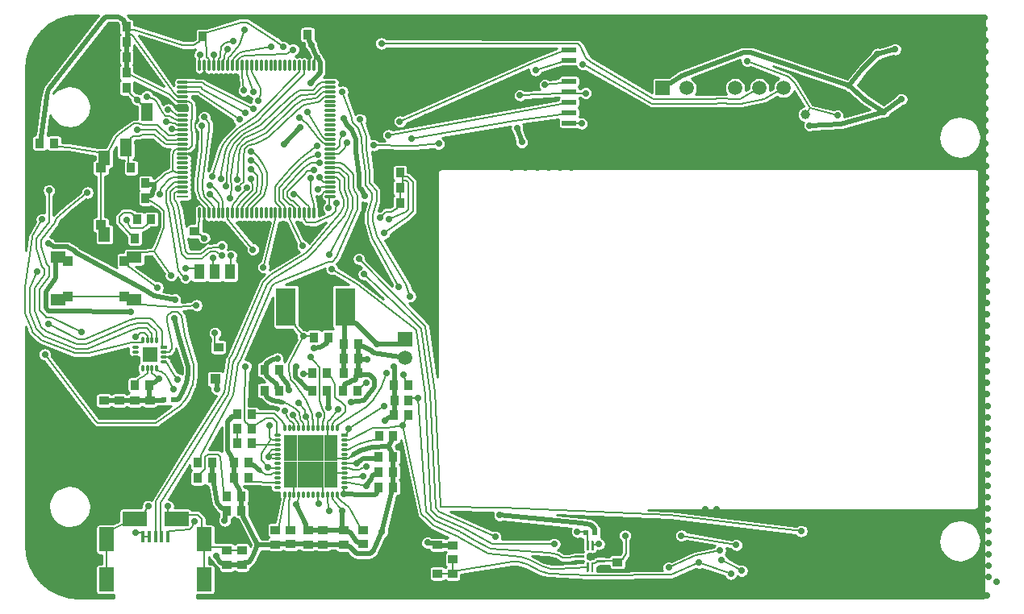
<source format=gbl>
G04 #@! TF.GenerationSoftware,KiCad,Pcbnew,(2017-02-02 revision 8dadc18)-makepkg*
G04 #@! TF.CreationDate,2017-03-13T12:53:18+03:00*
G04 #@! TF.ProjectId,Badge,42616467652E6B696361645F70636200,rev?*
G04 #@! TF.FileFunction,Copper,L2,Bot,Signal*
G04 #@! TF.FilePolarity,Positive*
%FSLAX46Y46*%
G04 Gerber Fmt 4.6, Leading zero omitted, Abs format (unit mm)*
G04 Created by KiCad (PCBNEW (2017-02-02 revision 8dadc18)-makepkg) date 03/13/17 12:53:18*
%MOMM*%
%LPD*%
G01*
G04 APERTURE LIST*
%ADD10C,0.100000*%
%ADD11R,0.250000X1.000000*%
%ADD12C,0.250000*%
%ADD13R,2.100000X4.000000*%
%ADD14R,1.016000X0.889000*%
%ADD15R,1.500000X1.500000*%
%ADD16C,1.500000*%
%ADD17R,0.600000X0.600000*%
%ADD18R,0.800000X0.300000*%
%ADD19O,0.800000X0.300000*%
%ADD20O,0.300000X0.800000*%
%ADD21R,1.000000X1.100000*%
%ADD22R,1.500000X1.200000*%
%ADD23R,1.100000X1.000000*%
%ADD24R,1.200000X1.500000*%
%ADD25R,0.889000X1.016000*%
%ADD26R,1.501140X0.500380*%
%ADD27R,1.501140X1.501140*%
%ADD28R,1.500000X2.500000*%
%ADD29R,2.500000X1.500000*%
%ADD30R,0.400000X1.250000*%
%ADD31R,1.100000X1.600000*%
%ADD32R,1.200000X0.280000*%
%ADD33O,1.200000X0.280000*%
%ADD34O,0.280000X1.200000*%
%ADD35C,1.000000*%
%ADD36R,0.800000X0.800000*%
%ADD37R,1.400000X1.400000*%
%ADD38R,1.198880X1.899920*%
%ADD39R,0.900000X1.000000*%
%ADD40R,1.000000X0.900000*%
%ADD41R,1.080000X1.000000*%
%ADD42C,0.700000*%
%ADD43C,0.500000*%
%ADD44C,0.200000*%
%ADD45C,0.250000*%
G04 APERTURE END LIST*
D10*
D11*
X159850000Y-108350000D03*
D10*
G36*
X159418626Y-107850301D02*
X159424693Y-107851201D01*
X159430643Y-107852691D01*
X159436418Y-107854758D01*
X159441962Y-107857380D01*
X159447223Y-107860533D01*
X159452150Y-107864187D01*
X159456694Y-107868306D01*
X159460813Y-107872850D01*
X159464467Y-107877777D01*
X159467620Y-107883038D01*
X159470242Y-107888582D01*
X159472309Y-107894357D01*
X159473799Y-107900307D01*
X159474699Y-107906374D01*
X159475000Y-107912500D01*
X159475000Y-108787500D01*
X159474699Y-108793626D01*
X159473799Y-108799693D01*
X159472309Y-108805643D01*
X159470242Y-108811418D01*
X159467620Y-108816962D01*
X159464467Y-108822223D01*
X159460813Y-108827150D01*
X159456694Y-108831694D01*
X159452150Y-108835813D01*
X159447223Y-108839467D01*
X159441962Y-108842620D01*
X159436418Y-108845242D01*
X159430643Y-108847309D01*
X159424693Y-108848799D01*
X159418626Y-108849699D01*
X159412500Y-108850000D01*
X159287500Y-108850000D01*
X159281374Y-108849699D01*
X159275307Y-108848799D01*
X159269357Y-108847309D01*
X159263582Y-108845242D01*
X159258038Y-108842620D01*
X159252777Y-108839467D01*
X159247850Y-108835813D01*
X159243306Y-108831694D01*
X159239187Y-108827150D01*
X159235533Y-108822223D01*
X159232380Y-108816962D01*
X159229758Y-108811418D01*
X159227691Y-108805643D01*
X159226201Y-108799693D01*
X159225301Y-108793626D01*
X159225000Y-108787500D01*
X159225000Y-107912500D01*
X159225301Y-107906374D01*
X159226201Y-107900307D01*
X159227691Y-107894357D01*
X159229758Y-107888582D01*
X159232380Y-107883038D01*
X159235533Y-107877777D01*
X159239187Y-107872850D01*
X159243306Y-107868306D01*
X159247850Y-107864187D01*
X159252777Y-107860533D01*
X159258038Y-107857380D01*
X159263582Y-107854758D01*
X159269357Y-107852691D01*
X159275307Y-107851201D01*
X159281374Y-107850301D01*
X159287500Y-107850000D01*
X159412500Y-107850000D01*
X159418626Y-107850301D01*
X159418626Y-107850301D01*
G37*
D12*
X159350000Y-108350000D03*
D10*
G36*
X158918626Y-107600301D02*
X158924693Y-107601201D01*
X158930643Y-107602691D01*
X158936418Y-107604758D01*
X158941962Y-107607380D01*
X158947223Y-107610533D01*
X158952150Y-107614187D01*
X158956694Y-107618306D01*
X158960813Y-107622850D01*
X158964467Y-107627777D01*
X158967620Y-107633038D01*
X158970242Y-107638582D01*
X158972309Y-107644357D01*
X158973799Y-107650307D01*
X158974699Y-107656374D01*
X158975000Y-107662500D01*
X158975000Y-107787500D01*
X158974699Y-107793626D01*
X158973799Y-107799693D01*
X158972309Y-107805643D01*
X158970242Y-107811418D01*
X158967620Y-107816962D01*
X158964467Y-107822223D01*
X158960813Y-107827150D01*
X158956694Y-107831694D01*
X158952150Y-107835813D01*
X158947223Y-107839467D01*
X158941962Y-107842620D01*
X158936418Y-107845242D01*
X158930643Y-107847309D01*
X158924693Y-107848799D01*
X158918626Y-107849699D01*
X158912500Y-107850000D01*
X158037500Y-107850000D01*
X158031374Y-107849699D01*
X158025307Y-107848799D01*
X158019357Y-107847309D01*
X158013582Y-107845242D01*
X158008038Y-107842620D01*
X158002777Y-107839467D01*
X157997850Y-107835813D01*
X157993306Y-107831694D01*
X157989187Y-107827150D01*
X157985533Y-107822223D01*
X157982380Y-107816962D01*
X157979758Y-107811418D01*
X157977691Y-107805643D01*
X157976201Y-107799693D01*
X157975301Y-107793626D01*
X157975000Y-107787500D01*
X157975000Y-107662500D01*
X157975301Y-107656374D01*
X157976201Y-107650307D01*
X157977691Y-107644357D01*
X157979758Y-107638582D01*
X157982380Y-107633038D01*
X157985533Y-107627777D01*
X157989187Y-107622850D01*
X157993306Y-107618306D01*
X157997850Y-107614187D01*
X158002777Y-107610533D01*
X158008038Y-107607380D01*
X158013582Y-107604758D01*
X158019357Y-107602691D01*
X158025307Y-107601201D01*
X158031374Y-107600301D01*
X158037500Y-107600000D01*
X158912500Y-107600000D01*
X158918626Y-107600301D01*
X158918626Y-107600301D01*
G37*
D12*
X158475000Y-107725000D03*
D10*
G36*
X158918626Y-107100301D02*
X158924693Y-107101201D01*
X158930643Y-107102691D01*
X158936418Y-107104758D01*
X158941962Y-107107380D01*
X158947223Y-107110533D01*
X158952150Y-107114187D01*
X158956694Y-107118306D01*
X158960813Y-107122850D01*
X158964467Y-107127777D01*
X158967620Y-107133038D01*
X158970242Y-107138582D01*
X158972309Y-107144357D01*
X158973799Y-107150307D01*
X158974699Y-107156374D01*
X158975000Y-107162500D01*
X158975000Y-107287500D01*
X158974699Y-107293626D01*
X158973799Y-107299693D01*
X158972309Y-107305643D01*
X158970242Y-107311418D01*
X158967620Y-107316962D01*
X158964467Y-107322223D01*
X158960813Y-107327150D01*
X158956694Y-107331694D01*
X158952150Y-107335813D01*
X158947223Y-107339467D01*
X158941962Y-107342620D01*
X158936418Y-107345242D01*
X158930643Y-107347309D01*
X158924693Y-107348799D01*
X158918626Y-107349699D01*
X158912500Y-107350000D01*
X158037500Y-107350000D01*
X158031374Y-107349699D01*
X158025307Y-107348799D01*
X158019357Y-107347309D01*
X158013582Y-107345242D01*
X158008038Y-107342620D01*
X158002777Y-107339467D01*
X157997850Y-107335813D01*
X157993306Y-107331694D01*
X157989187Y-107327150D01*
X157985533Y-107322223D01*
X157982380Y-107316962D01*
X157979758Y-107311418D01*
X157977691Y-107305643D01*
X157976201Y-107299693D01*
X157975301Y-107293626D01*
X157975000Y-107287500D01*
X157975000Y-107162500D01*
X157975301Y-107156374D01*
X157976201Y-107150307D01*
X157977691Y-107144357D01*
X157979758Y-107138582D01*
X157982380Y-107133038D01*
X157985533Y-107127777D01*
X157989187Y-107122850D01*
X157993306Y-107118306D01*
X157997850Y-107114187D01*
X158002777Y-107110533D01*
X158008038Y-107107380D01*
X158013582Y-107104758D01*
X158019357Y-107102691D01*
X158025307Y-107101201D01*
X158031374Y-107100301D01*
X158037500Y-107100000D01*
X158912500Y-107100000D01*
X158918626Y-107100301D01*
X158918626Y-107100301D01*
G37*
D12*
X158475000Y-107225000D03*
D10*
G36*
X158918626Y-106600301D02*
X158924693Y-106601201D01*
X158930643Y-106602691D01*
X158936418Y-106604758D01*
X158941962Y-106607380D01*
X158947223Y-106610533D01*
X158952150Y-106614187D01*
X158956694Y-106618306D01*
X158960813Y-106622850D01*
X158964467Y-106627777D01*
X158967620Y-106633038D01*
X158970242Y-106638582D01*
X158972309Y-106644357D01*
X158973799Y-106650307D01*
X158974699Y-106656374D01*
X158975000Y-106662500D01*
X158975000Y-106787500D01*
X158974699Y-106793626D01*
X158973799Y-106799693D01*
X158972309Y-106805643D01*
X158970242Y-106811418D01*
X158967620Y-106816962D01*
X158964467Y-106822223D01*
X158960813Y-106827150D01*
X158956694Y-106831694D01*
X158952150Y-106835813D01*
X158947223Y-106839467D01*
X158941962Y-106842620D01*
X158936418Y-106845242D01*
X158930643Y-106847309D01*
X158924693Y-106848799D01*
X158918626Y-106849699D01*
X158912500Y-106850000D01*
X158037500Y-106850000D01*
X158031374Y-106849699D01*
X158025307Y-106848799D01*
X158019357Y-106847309D01*
X158013582Y-106845242D01*
X158008038Y-106842620D01*
X158002777Y-106839467D01*
X157997850Y-106835813D01*
X157993306Y-106831694D01*
X157989187Y-106827150D01*
X157985533Y-106822223D01*
X157982380Y-106816962D01*
X157979758Y-106811418D01*
X157977691Y-106805643D01*
X157976201Y-106799693D01*
X157975301Y-106793626D01*
X157975000Y-106787500D01*
X157975000Y-106662500D01*
X157975301Y-106656374D01*
X157976201Y-106650307D01*
X157977691Y-106644357D01*
X157979758Y-106638582D01*
X157982380Y-106633038D01*
X157985533Y-106627777D01*
X157989187Y-106622850D01*
X157993306Y-106618306D01*
X157997850Y-106614187D01*
X158002777Y-106610533D01*
X158008038Y-106607380D01*
X158013582Y-106604758D01*
X158019357Y-106602691D01*
X158025307Y-106601201D01*
X158031374Y-106600301D01*
X158037500Y-106600000D01*
X158912500Y-106600000D01*
X158918626Y-106600301D01*
X158918626Y-106600301D01*
G37*
D12*
X158475000Y-106725000D03*
D10*
G36*
X159418626Y-105600301D02*
X159424693Y-105601201D01*
X159430643Y-105602691D01*
X159436418Y-105604758D01*
X159441962Y-105607380D01*
X159447223Y-105610533D01*
X159452150Y-105614187D01*
X159456694Y-105618306D01*
X159460813Y-105622850D01*
X159464467Y-105627777D01*
X159467620Y-105633038D01*
X159470242Y-105638582D01*
X159472309Y-105644357D01*
X159473799Y-105650307D01*
X159474699Y-105656374D01*
X159475000Y-105662500D01*
X159475000Y-106537500D01*
X159474699Y-106543626D01*
X159473799Y-106549693D01*
X159472309Y-106555643D01*
X159470242Y-106561418D01*
X159467620Y-106566962D01*
X159464467Y-106572223D01*
X159460813Y-106577150D01*
X159456694Y-106581694D01*
X159452150Y-106585813D01*
X159447223Y-106589467D01*
X159441962Y-106592620D01*
X159436418Y-106595242D01*
X159430643Y-106597309D01*
X159424693Y-106598799D01*
X159418626Y-106599699D01*
X159412500Y-106600000D01*
X159287500Y-106600000D01*
X159281374Y-106599699D01*
X159275307Y-106598799D01*
X159269357Y-106597309D01*
X159263582Y-106595242D01*
X159258038Y-106592620D01*
X159252777Y-106589467D01*
X159247850Y-106585813D01*
X159243306Y-106581694D01*
X159239187Y-106577150D01*
X159235533Y-106572223D01*
X159232380Y-106566962D01*
X159229758Y-106561418D01*
X159227691Y-106555643D01*
X159226201Y-106549693D01*
X159225301Y-106543626D01*
X159225000Y-106537500D01*
X159225000Y-105662500D01*
X159225301Y-105656374D01*
X159226201Y-105650307D01*
X159227691Y-105644357D01*
X159229758Y-105638582D01*
X159232380Y-105633038D01*
X159235533Y-105627777D01*
X159239187Y-105622850D01*
X159243306Y-105618306D01*
X159247850Y-105614187D01*
X159252777Y-105610533D01*
X159258038Y-105607380D01*
X159263582Y-105604758D01*
X159269357Y-105602691D01*
X159275307Y-105601201D01*
X159281374Y-105600301D01*
X159287500Y-105600000D01*
X159412500Y-105600000D01*
X159418626Y-105600301D01*
X159418626Y-105600301D01*
G37*
D12*
X159350000Y-106100000D03*
D10*
G36*
X159918626Y-105600301D02*
X159924693Y-105601201D01*
X159930643Y-105602691D01*
X159936418Y-105604758D01*
X159941962Y-105607380D01*
X159947223Y-105610533D01*
X159952150Y-105614187D01*
X159956694Y-105618306D01*
X159960813Y-105622850D01*
X159964467Y-105627777D01*
X159967620Y-105633038D01*
X159970242Y-105638582D01*
X159972309Y-105644357D01*
X159973799Y-105650307D01*
X159974699Y-105656374D01*
X159975000Y-105662500D01*
X159975000Y-106537500D01*
X159974699Y-106543626D01*
X159973799Y-106549693D01*
X159972309Y-106555643D01*
X159970242Y-106561418D01*
X159967620Y-106566962D01*
X159964467Y-106572223D01*
X159960813Y-106577150D01*
X159956694Y-106581694D01*
X159952150Y-106585813D01*
X159947223Y-106589467D01*
X159941962Y-106592620D01*
X159936418Y-106595242D01*
X159930643Y-106597309D01*
X159924693Y-106598799D01*
X159918626Y-106599699D01*
X159912500Y-106600000D01*
X159787500Y-106600000D01*
X159781374Y-106599699D01*
X159775307Y-106598799D01*
X159769357Y-106597309D01*
X159763582Y-106595242D01*
X159758038Y-106592620D01*
X159752777Y-106589467D01*
X159747850Y-106585813D01*
X159743306Y-106581694D01*
X159739187Y-106577150D01*
X159735533Y-106572223D01*
X159732380Y-106566962D01*
X159729758Y-106561418D01*
X159727691Y-106555643D01*
X159726201Y-106549693D01*
X159725301Y-106543626D01*
X159725000Y-106537500D01*
X159725000Y-105662500D01*
X159725301Y-105656374D01*
X159726201Y-105650307D01*
X159727691Y-105644357D01*
X159729758Y-105638582D01*
X159732380Y-105633038D01*
X159735533Y-105627777D01*
X159739187Y-105622850D01*
X159743306Y-105618306D01*
X159747850Y-105614187D01*
X159752777Y-105610533D01*
X159758038Y-105607380D01*
X159763582Y-105604758D01*
X159769357Y-105602691D01*
X159775307Y-105601201D01*
X159781374Y-105600301D01*
X159787500Y-105600000D01*
X159912500Y-105600000D01*
X159918626Y-105600301D01*
X159918626Y-105600301D01*
G37*
D12*
X159850000Y-106100000D03*
D10*
G36*
X161168626Y-106600301D02*
X161174693Y-106601201D01*
X161180643Y-106602691D01*
X161186418Y-106604758D01*
X161191962Y-106607380D01*
X161197223Y-106610533D01*
X161202150Y-106614187D01*
X161206694Y-106618306D01*
X161210813Y-106622850D01*
X161214467Y-106627777D01*
X161217620Y-106633038D01*
X161220242Y-106638582D01*
X161222309Y-106644357D01*
X161223799Y-106650307D01*
X161224699Y-106656374D01*
X161225000Y-106662500D01*
X161225000Y-106787500D01*
X161224699Y-106793626D01*
X161223799Y-106799693D01*
X161222309Y-106805643D01*
X161220242Y-106811418D01*
X161217620Y-106816962D01*
X161214467Y-106822223D01*
X161210813Y-106827150D01*
X161206694Y-106831694D01*
X161202150Y-106835813D01*
X161197223Y-106839467D01*
X161191962Y-106842620D01*
X161186418Y-106845242D01*
X161180643Y-106847309D01*
X161174693Y-106848799D01*
X161168626Y-106849699D01*
X161162500Y-106850000D01*
X160287500Y-106850000D01*
X160281374Y-106849699D01*
X160275307Y-106848799D01*
X160269357Y-106847309D01*
X160263582Y-106845242D01*
X160258038Y-106842620D01*
X160252777Y-106839467D01*
X160247850Y-106835813D01*
X160243306Y-106831694D01*
X160239187Y-106827150D01*
X160235533Y-106822223D01*
X160232380Y-106816962D01*
X160229758Y-106811418D01*
X160227691Y-106805643D01*
X160226201Y-106799693D01*
X160225301Y-106793626D01*
X160225000Y-106787500D01*
X160225000Y-106662500D01*
X160225301Y-106656374D01*
X160226201Y-106650307D01*
X160227691Y-106644357D01*
X160229758Y-106638582D01*
X160232380Y-106633038D01*
X160235533Y-106627777D01*
X160239187Y-106622850D01*
X160243306Y-106618306D01*
X160247850Y-106614187D01*
X160252777Y-106610533D01*
X160258038Y-106607380D01*
X160263582Y-106604758D01*
X160269357Y-106602691D01*
X160275307Y-106601201D01*
X160281374Y-106600301D01*
X160287500Y-106600000D01*
X161162500Y-106600000D01*
X161168626Y-106600301D01*
X161168626Y-106600301D01*
G37*
D12*
X160725000Y-106725000D03*
D10*
G36*
X161168626Y-107100301D02*
X161174693Y-107101201D01*
X161180643Y-107102691D01*
X161186418Y-107104758D01*
X161191962Y-107107380D01*
X161197223Y-107110533D01*
X161202150Y-107114187D01*
X161206694Y-107118306D01*
X161210813Y-107122850D01*
X161214467Y-107127777D01*
X161217620Y-107133038D01*
X161220242Y-107138582D01*
X161222309Y-107144357D01*
X161223799Y-107150307D01*
X161224699Y-107156374D01*
X161225000Y-107162500D01*
X161225000Y-107287500D01*
X161224699Y-107293626D01*
X161223799Y-107299693D01*
X161222309Y-107305643D01*
X161220242Y-107311418D01*
X161217620Y-107316962D01*
X161214467Y-107322223D01*
X161210813Y-107327150D01*
X161206694Y-107331694D01*
X161202150Y-107335813D01*
X161197223Y-107339467D01*
X161191962Y-107342620D01*
X161186418Y-107345242D01*
X161180643Y-107347309D01*
X161174693Y-107348799D01*
X161168626Y-107349699D01*
X161162500Y-107350000D01*
X160287500Y-107350000D01*
X160281374Y-107349699D01*
X160275307Y-107348799D01*
X160269357Y-107347309D01*
X160263582Y-107345242D01*
X160258038Y-107342620D01*
X160252777Y-107339467D01*
X160247850Y-107335813D01*
X160243306Y-107331694D01*
X160239187Y-107327150D01*
X160235533Y-107322223D01*
X160232380Y-107316962D01*
X160229758Y-107311418D01*
X160227691Y-107305643D01*
X160226201Y-107299693D01*
X160225301Y-107293626D01*
X160225000Y-107287500D01*
X160225000Y-107162500D01*
X160225301Y-107156374D01*
X160226201Y-107150307D01*
X160227691Y-107144357D01*
X160229758Y-107138582D01*
X160232380Y-107133038D01*
X160235533Y-107127777D01*
X160239187Y-107122850D01*
X160243306Y-107118306D01*
X160247850Y-107114187D01*
X160252777Y-107110533D01*
X160258038Y-107107380D01*
X160263582Y-107104758D01*
X160269357Y-107102691D01*
X160275307Y-107101201D01*
X160281374Y-107100301D01*
X160287500Y-107100000D01*
X161162500Y-107100000D01*
X161168626Y-107100301D01*
X161168626Y-107100301D01*
G37*
D12*
X160725000Y-107225000D03*
D10*
G36*
X161168626Y-107600301D02*
X161174693Y-107601201D01*
X161180643Y-107602691D01*
X161186418Y-107604758D01*
X161191962Y-107607380D01*
X161197223Y-107610533D01*
X161202150Y-107614187D01*
X161206694Y-107618306D01*
X161210813Y-107622850D01*
X161214467Y-107627777D01*
X161217620Y-107633038D01*
X161220242Y-107638582D01*
X161222309Y-107644357D01*
X161223799Y-107650307D01*
X161224699Y-107656374D01*
X161225000Y-107662500D01*
X161225000Y-107787500D01*
X161224699Y-107793626D01*
X161223799Y-107799693D01*
X161222309Y-107805643D01*
X161220242Y-107811418D01*
X161217620Y-107816962D01*
X161214467Y-107822223D01*
X161210813Y-107827150D01*
X161206694Y-107831694D01*
X161202150Y-107835813D01*
X161197223Y-107839467D01*
X161191962Y-107842620D01*
X161186418Y-107845242D01*
X161180643Y-107847309D01*
X161174693Y-107848799D01*
X161168626Y-107849699D01*
X161162500Y-107850000D01*
X160287500Y-107850000D01*
X160281374Y-107849699D01*
X160275307Y-107848799D01*
X160269357Y-107847309D01*
X160263582Y-107845242D01*
X160258038Y-107842620D01*
X160252777Y-107839467D01*
X160247850Y-107835813D01*
X160243306Y-107831694D01*
X160239187Y-107827150D01*
X160235533Y-107822223D01*
X160232380Y-107816962D01*
X160229758Y-107811418D01*
X160227691Y-107805643D01*
X160226201Y-107799693D01*
X160225301Y-107793626D01*
X160225000Y-107787500D01*
X160225000Y-107662500D01*
X160225301Y-107656374D01*
X160226201Y-107650307D01*
X160227691Y-107644357D01*
X160229758Y-107638582D01*
X160232380Y-107633038D01*
X160235533Y-107627777D01*
X160239187Y-107622850D01*
X160243306Y-107618306D01*
X160247850Y-107614187D01*
X160252777Y-107610533D01*
X160258038Y-107607380D01*
X160263582Y-107604758D01*
X160269357Y-107602691D01*
X160275307Y-107601201D01*
X160281374Y-107600301D01*
X160287500Y-107600000D01*
X161162500Y-107600000D01*
X161168626Y-107600301D01*
X161168626Y-107600301D01*
G37*
D12*
X160725000Y-107725000D03*
D13*
X133900000Y-81000000D03*
X127700000Y-81000000D03*
D14*
X162470000Y-107846000D03*
X162470000Y-106322000D03*
D15*
X140200000Y-84400000D03*
D16*
X140200000Y-86400000D03*
D17*
X159119000Y-104720000D03*
X160119000Y-104720000D03*
D18*
X114900000Y-85250000D03*
D19*
X114900000Y-85750000D03*
X114900000Y-86250000D03*
X114900000Y-86750000D03*
D20*
X114150000Y-87500000D03*
X113650000Y-87500000D03*
X113150000Y-87500000D03*
X112650000Y-87500000D03*
D19*
X111900000Y-86750000D03*
X111900000Y-86250000D03*
X111900000Y-85750000D03*
X111900000Y-85250000D03*
D20*
X112650000Y-84500000D03*
X113150000Y-84500000D03*
X113650000Y-84500000D03*
X114150000Y-84500000D03*
D15*
X113400000Y-86000000D03*
D21*
X110770000Y-76183600D03*
X110770000Y-79883600D03*
X104770000Y-76183600D03*
X104770000Y-79883600D03*
D22*
X103770000Y-75783600D03*
X103770000Y-80283600D03*
X111770000Y-75783600D03*
X111770000Y-80283600D03*
D23*
X108250000Y-72400000D03*
X104550000Y-72400000D03*
X108250000Y-66400000D03*
X104550000Y-66400000D03*
D24*
X108650000Y-65400000D03*
X104150000Y-65400000D03*
X108650000Y-73400000D03*
X104150000Y-73400000D03*
D25*
X125438000Y-87600000D03*
X126962000Y-87600000D03*
X111438000Y-66400000D03*
X112962000Y-66400000D03*
X109438000Y-58000000D03*
X110962000Y-58000000D03*
X139669000Y-66907700D03*
X138145000Y-66907700D03*
D14*
X118111900Y-74600400D03*
X118111900Y-73076400D03*
D25*
X112962000Y-69600000D03*
X111438000Y-69600000D03*
X110962000Y-51600000D03*
X109438000Y-51600000D03*
X109438000Y-56400000D03*
X110962000Y-56400000D03*
X109438000Y-54800000D03*
X110962000Y-54800000D03*
X138145000Y-68507700D03*
X139669000Y-68507700D03*
X139669000Y-70107700D03*
X138145000Y-70107700D03*
X132162000Y-84200000D03*
X130638000Y-84200000D03*
X110962000Y-53200000D03*
X109438000Y-53200000D03*
D14*
X143600000Y-107562000D03*
X143600000Y-106038000D03*
D25*
X129962000Y-52400000D03*
X128438000Y-52400000D03*
X118962000Y-52600000D03*
X117438000Y-52600000D03*
D14*
X108600000Y-90838000D03*
X108600000Y-92362000D03*
D25*
X137415000Y-96775000D03*
X138939000Y-96775000D03*
X121490000Y-100884000D03*
X123014000Y-100884000D03*
D14*
X111800000Y-90838000D03*
X111800000Y-92362000D03*
X131600000Y-104438000D03*
X131600000Y-105962000D03*
D25*
X123014000Y-102408000D03*
X121490000Y-102408000D03*
X133731000Y-86435000D03*
X135255000Y-86435000D03*
D14*
X130000000Y-104438000D03*
X130000000Y-105962000D03*
X143600000Y-110562000D03*
X143600000Y-109038000D03*
D25*
X112962000Y-68000000D03*
X111438000Y-68000000D03*
D14*
X133731000Y-104469000D03*
X133731000Y-105993000D03*
D25*
X131962000Y-89800000D03*
X130438000Y-89800000D03*
X133731000Y-84911000D03*
X135255000Y-84911000D03*
X133638000Y-89800000D03*
X135162000Y-89800000D03*
D14*
X126600000Y-104438000D03*
X126600000Y-105962000D03*
X113400000Y-90838000D03*
X113400000Y-92362000D03*
D25*
X138939000Y-99975000D03*
X137415000Y-99975000D03*
X125438000Y-89800000D03*
X126962000Y-89800000D03*
X138939000Y-98375000D03*
X137415000Y-98375000D03*
D14*
X110200000Y-92362000D03*
X110200000Y-90838000D03*
D25*
X123739000Y-98975000D03*
X122215000Y-98975000D03*
D14*
X121500000Y-108112000D03*
X121500000Y-106588000D03*
D25*
X123739000Y-97375000D03*
X122215000Y-97375000D03*
D26*
X157400300Y-61699460D03*
X157400300Y-60599640D03*
X157400300Y-59499820D03*
X157400300Y-58400000D03*
X157400300Y-57300180D03*
X157400300Y-56200360D03*
X157400300Y-55100540D03*
X157400300Y-54000720D03*
D27*
X151598940Y-65100520D03*
X159800600Y-65100520D03*
X151598940Y-51699480D03*
X159800600Y-51699480D03*
D15*
X167200000Y-58000000D03*
D16*
X169740000Y-58000000D03*
X172280000Y-58000000D03*
X174820000Y-58000000D03*
X177360000Y-58000000D03*
X179900000Y-58000000D03*
D28*
X119150000Y-109650000D03*
X108850000Y-109650000D03*
X119150000Y-105450000D03*
X108850000Y-105450000D03*
D29*
X116200000Y-103250000D03*
X111800000Y-103250000D03*
D30*
X115300000Y-105125000D03*
X114650000Y-105125000D03*
X114000000Y-105125000D03*
X113350000Y-105125000D03*
X112700000Y-105125000D03*
D31*
X121800000Y-77300000D03*
X120200000Y-77300000D03*
X118600000Y-77300000D03*
X121800000Y-82300000D03*
X120200000Y-82300000D03*
X118600000Y-82300000D03*
D32*
X116850000Y-69400000D03*
D33*
X116850000Y-68900000D03*
X116850000Y-68400000D03*
X116850000Y-67900000D03*
X116850000Y-67400000D03*
X116850000Y-66900000D03*
X116850000Y-66400000D03*
X116850000Y-65900000D03*
X116850000Y-65400000D03*
X116850000Y-64900000D03*
X116850000Y-64400000D03*
X116850000Y-63900000D03*
X116850000Y-63400000D03*
X116850000Y-62900000D03*
X116850000Y-62400000D03*
X116850000Y-61900000D03*
X116850000Y-61400000D03*
X116850000Y-60900000D03*
X116850000Y-60400000D03*
X116850000Y-59900000D03*
X116850000Y-59400000D03*
X116850000Y-58900000D03*
X116850000Y-58400000D03*
X116850000Y-57900000D03*
X116850000Y-57400000D03*
D34*
X118600000Y-55650000D03*
X119100000Y-55650000D03*
X119600000Y-55650000D03*
X120100000Y-55650000D03*
X120600000Y-55650000D03*
X121100000Y-55650000D03*
X121600000Y-55650000D03*
X122100000Y-55650000D03*
X122600000Y-55650000D03*
X123100000Y-55650000D03*
X123600000Y-55650000D03*
X124100000Y-55650000D03*
X124600000Y-55650000D03*
X125100000Y-55650000D03*
X125600000Y-55650000D03*
X126100000Y-55650000D03*
X126600000Y-55650000D03*
X127100000Y-55650000D03*
X127600000Y-55650000D03*
X128100000Y-55650000D03*
X128600000Y-55650000D03*
X129100000Y-55650000D03*
X129600000Y-55650000D03*
X130100000Y-55650000D03*
X130600000Y-55650000D03*
D33*
X132350000Y-57400000D03*
X132350000Y-57900000D03*
X132350000Y-58400000D03*
X132350000Y-58900000D03*
X132350000Y-59400000D03*
X132350000Y-59900000D03*
X132350000Y-60400000D03*
X132350000Y-60900000D03*
X132350000Y-61400000D03*
X132350000Y-61900000D03*
X132350000Y-62400000D03*
X132350000Y-62900000D03*
X132350000Y-63400000D03*
X132350000Y-63900000D03*
X132350000Y-64400000D03*
X132350000Y-64900000D03*
X132350000Y-65400000D03*
X132350000Y-65900000D03*
X132350000Y-66400000D03*
X132350000Y-66900000D03*
X132350000Y-67400000D03*
X132350000Y-67900000D03*
X132350000Y-68400000D03*
X132350000Y-68900000D03*
X132350000Y-69400000D03*
D34*
X130600000Y-71150000D03*
X130100000Y-71150000D03*
X129600000Y-71150000D03*
X129100000Y-71150000D03*
X128600000Y-71150000D03*
X128100000Y-71150000D03*
X127600000Y-71150000D03*
X127100000Y-71150000D03*
X126600000Y-71150000D03*
X126100000Y-71150000D03*
X125600000Y-71150000D03*
X125100000Y-71150000D03*
X124600000Y-71150000D03*
X124100000Y-71150000D03*
X123600000Y-71150000D03*
X123100000Y-71150000D03*
X122600000Y-71150000D03*
X122100000Y-71150000D03*
X121600000Y-71150000D03*
X121100000Y-71150000D03*
X120600000Y-71150000D03*
X120100000Y-71150000D03*
X119600000Y-71150000D03*
X119100000Y-71150000D03*
X118600000Y-71150000D03*
D35*
X182200000Y-60800000D03*
D36*
X189900000Y-57500000D03*
X190700000Y-57500000D03*
X189900000Y-56700000D03*
X190700000Y-56700000D03*
X189100000Y-56700000D03*
X189100000Y-57500000D03*
X189100000Y-58300000D03*
X189900000Y-58300000D03*
X190700000Y-58300000D03*
D18*
X133802000Y-94480000D03*
D37*
X129602000Y-96530000D03*
X128202000Y-96530000D03*
X128202000Y-95130000D03*
X129602000Y-95130000D03*
X128202000Y-97930000D03*
X129602000Y-97930000D03*
X128202000Y-99330000D03*
X129602000Y-99330000D03*
X131002000Y-99330000D03*
X131002000Y-97930000D03*
X132402000Y-97930000D03*
X132402000Y-99330000D03*
X131002000Y-96530000D03*
X131002000Y-95130000D03*
X132402000Y-95130000D03*
X132402000Y-96530000D03*
D19*
X133802000Y-94980000D03*
X133802000Y-95480000D03*
X133802000Y-95980000D03*
X133802000Y-96480000D03*
X133802000Y-96980000D03*
X133802000Y-97480000D03*
X133802000Y-97980000D03*
X133802000Y-98480000D03*
X133802000Y-98980000D03*
X133802000Y-99480000D03*
X133802000Y-99980000D03*
D20*
X133052000Y-100730000D03*
X132552000Y-100730000D03*
X132052000Y-100730000D03*
X131552000Y-100730000D03*
X131052000Y-100730000D03*
X130552000Y-100730000D03*
X130052000Y-100730000D03*
X129552000Y-100730000D03*
X129052000Y-100730000D03*
X128552000Y-100730000D03*
X128052000Y-100730000D03*
X127552000Y-100730000D03*
D19*
X126802000Y-99980000D03*
X126802000Y-99480000D03*
X126802000Y-98980000D03*
X126802000Y-98480000D03*
X126802000Y-97980000D03*
X126802000Y-97480000D03*
X126802000Y-96980000D03*
X126802000Y-96480000D03*
X126802000Y-95980000D03*
X126802000Y-95480000D03*
X126802000Y-94980000D03*
X126802000Y-94480000D03*
D20*
X127552000Y-93730000D03*
X128052000Y-93730000D03*
X128552000Y-93730000D03*
X129052000Y-93730000D03*
X129552000Y-93730000D03*
X130052000Y-93730000D03*
X130552000Y-93730000D03*
X131052000Y-93730000D03*
X131552000Y-93730000D03*
X132052000Y-93730000D03*
X132552000Y-93730000D03*
X133052000Y-93730000D03*
D38*
X110900180Y-64249120D03*
X110900180Y-60550880D03*
X113099820Y-60550880D03*
X113099820Y-64249120D03*
D39*
X118450000Y-97400000D03*
X119950000Y-97400000D03*
X112050000Y-71800000D03*
X113550000Y-71800000D03*
D40*
X145200000Y-110550000D03*
X145200000Y-109050000D03*
D39*
X103350000Y-63800000D03*
X101850000Y-63800000D03*
D40*
X120600000Y-85250000D03*
X120600000Y-86750000D03*
X123100000Y-106600000D03*
X123100000Y-108100000D03*
X145200000Y-107550000D03*
X145200000Y-106050000D03*
D39*
X119950000Y-99000000D03*
X118450000Y-99000000D03*
X113350000Y-89200000D03*
X111850000Y-89200000D03*
X124067000Y-92277000D03*
X122567000Y-92277000D03*
X137450000Y-94600000D03*
X138950000Y-94600000D03*
X131950000Y-88000000D03*
X130450000Y-88000000D03*
D40*
X135800000Y-105950000D03*
X135800000Y-104450000D03*
D39*
X139061000Y-90847000D03*
X140561000Y-90847000D03*
X140550000Y-92400000D03*
X139050000Y-92400000D03*
X139050000Y-89200000D03*
X140550000Y-89200000D03*
D40*
X128200000Y-104450000D03*
X128200000Y-105950000D03*
D39*
X122567000Y-93801000D03*
X124067000Y-93801000D03*
D41*
X120260000Y-88600000D03*
X118940000Y-88600000D03*
D17*
X114900000Y-90800000D03*
X115900000Y-90800000D03*
D25*
X122555000Y-95325000D03*
X124079000Y-95325000D03*
X111838000Y-73800000D03*
X113362000Y-73800000D03*
X133731000Y-87959000D03*
X135255000Y-87959000D03*
D42*
X131120500Y-101680100D03*
X138048300Y-92939400D03*
X116047400Y-80233400D03*
X186799900Y-57781900D03*
X190431900Y-60519900D03*
X192264200Y-59190100D03*
X182649900Y-61950100D03*
X152439900Y-63707400D03*
X151954900Y-62223500D03*
X116005000Y-82243600D03*
X150115600Y-102896400D03*
X189760100Y-54432600D03*
X191614700Y-53944200D03*
X102790900Y-74346500D03*
X129169500Y-62125000D03*
X133733200Y-61179700D03*
X135944500Y-69356500D03*
X127472100Y-63959400D03*
X139023000Y-87261800D03*
X131011700Y-64987500D03*
X136916500Y-64022500D03*
X143714200Y-63869300D03*
X185539000Y-60904000D03*
X118666500Y-54483000D03*
X176089100Y-55165300D03*
X124028100Y-65619600D03*
X124252400Y-60178100D03*
X135358100Y-75962700D03*
X181771700Y-104571100D03*
X112049000Y-62402100D03*
X138232500Y-87957200D03*
X139991600Y-88145700D03*
X132269700Y-75499300D03*
X116339400Y-88645900D03*
X139938000Y-93456100D03*
X115695300Y-62349000D03*
X135482800Y-61306300D03*
X140704300Y-79912100D03*
X137958500Y-91425500D03*
X141561100Y-90575000D03*
X115164400Y-61589200D03*
X115911200Y-89648000D03*
X134265100Y-93779700D03*
X133600100Y-58404600D03*
X139558200Y-78925800D03*
X119679200Y-68248900D03*
X123991100Y-67554000D03*
X124039400Y-66557500D03*
X125964100Y-93448100D03*
X128443400Y-92379800D03*
X131109400Y-92372100D03*
X132176200Y-91600100D03*
X128010100Y-89771000D03*
X128746900Y-101780100D03*
X125817900Y-97861200D03*
X133569900Y-102428300D03*
X135094900Y-97409300D03*
X127558700Y-91905000D03*
X129008800Y-91073300D03*
X137226200Y-84943700D03*
X129809200Y-92561900D03*
X124028500Y-64702700D03*
X124761700Y-59308300D03*
X124262000Y-58398200D03*
X123289900Y-58278200D03*
X125850800Y-96772500D03*
X118100100Y-103580400D03*
X121258500Y-103466100D03*
X175512700Y-108739400D03*
X173419200Y-107633200D03*
X136156200Y-99821400D03*
X142541900Y-105774700D03*
X123452400Y-87280200D03*
X125316900Y-76835900D03*
X117149800Y-76936500D03*
X117149900Y-77945100D03*
X120942600Y-75646300D03*
X120034500Y-75850600D03*
X121933600Y-75641700D03*
X120958200Y-74643100D03*
X120252900Y-83750100D03*
X118283000Y-80849900D03*
X124233900Y-74975500D03*
X114352000Y-88552300D03*
X111934000Y-84118000D03*
X123457600Y-60658500D03*
X135877300Y-77578000D03*
X149656700Y-105164400D03*
X120115800Y-54489300D03*
X110948500Y-71843000D03*
X114496500Y-69186400D03*
X132266300Y-102459900D03*
X136134200Y-97806400D03*
X135804100Y-98811600D03*
X130251900Y-86286700D03*
X122162400Y-53113600D03*
X121588400Y-53950100D03*
X123305700Y-51869000D03*
X113105200Y-58886900D03*
X102390800Y-86015900D03*
X115339200Y-60282800D03*
X106856200Y-69004600D03*
X106252000Y-83642600D03*
X122799400Y-61322300D03*
X128521800Y-69168700D03*
X126177600Y-53709100D03*
X137696800Y-53337400D03*
X128449900Y-53986300D03*
X158802200Y-55506700D03*
X119946300Y-67345500D03*
X120851400Y-67533800D03*
X121379500Y-68351000D03*
X121834300Y-69607600D03*
X122552400Y-67611800D03*
X122679800Y-68583600D03*
X129942700Y-60519400D03*
X129133400Y-61110500D03*
X133697800Y-62803600D03*
X153904800Y-56137500D03*
X134097500Y-63793600D03*
X139632100Y-61541900D03*
X131199900Y-67373800D03*
X130253400Y-67505600D03*
X132980700Y-70093900D03*
X158701000Y-61743000D03*
X130669100Y-66631600D03*
X140863800Y-63360900D03*
X131199900Y-65888500D03*
X154858400Y-57694500D03*
X130944000Y-64079200D03*
X138454700Y-62979200D03*
X123579900Y-68470800D03*
X119732800Y-69149300D03*
X119115900Y-61065400D03*
X118878700Y-61991100D03*
X102790900Y-82834000D03*
X102088600Y-71807600D03*
X101600700Y-77319100D03*
X102841700Y-68764400D03*
X113248100Y-101945700D03*
X115310500Y-101949900D03*
X129499200Y-84095900D03*
X136089600Y-88995200D03*
X129484000Y-88039400D03*
X152241900Y-58783300D03*
X159135600Y-58553900D03*
X112074000Y-59247700D03*
X174937700Y-106026700D03*
X169169200Y-105049700D03*
X167846800Y-108403000D03*
X173220200Y-106613600D03*
X170991800Y-107888400D03*
X174389500Y-109055400D03*
X133771900Y-100670200D03*
X158268900Y-104645200D03*
X163276700Y-105049900D03*
X129461700Y-74614800D03*
X132495300Y-77024500D03*
X155857300Y-105924700D03*
X160525100Y-105931000D03*
X105241100Y-67450100D03*
X112058000Y-63746100D03*
X109849900Y-61941900D03*
X106062500Y-74472100D03*
X194774000Y-54545900D03*
X119493200Y-56901300D03*
X115230400Y-59359900D03*
X129309300Y-54486100D03*
X173302100Y-60379000D03*
X131463700Y-69978600D03*
X137214500Y-67707700D03*
X121743000Y-109206600D03*
X118267300Y-59147900D03*
X161258100Y-59371500D03*
X161258100Y-60271600D03*
X158934300Y-56499000D03*
X159936300Y-54539200D03*
X117855100Y-83650500D03*
X116588100Y-87659200D03*
X109330100Y-88776600D03*
X105341100Y-71199800D03*
X124750400Y-75941300D03*
X146696300Y-110098800D03*
X151758100Y-108550900D03*
X167681200Y-103649800D03*
X164313200Y-104942500D03*
X153550000Y-64750000D03*
X154750000Y-64750000D03*
X155950000Y-64750000D03*
X157150000Y-64750000D03*
X158350000Y-64750000D03*
X157036000Y-106628600D03*
X155843400Y-107777400D03*
X167762500Y-110114200D03*
X168962000Y-110150300D03*
X170161500Y-110186400D03*
X171361000Y-110222500D03*
X172560500Y-110258600D03*
X173760000Y-110294700D03*
X174959500Y-110330800D03*
X176322400Y-111045900D03*
X177522400Y-111039500D03*
X178722400Y-111033100D03*
X179922400Y-111026700D03*
X181122400Y-111020300D03*
X182322400Y-111013900D03*
X183522400Y-111007500D03*
X184722400Y-111001100D03*
X185922400Y-110994700D03*
X187793900Y-107726700D03*
X187754600Y-108926100D03*
X187715300Y-110125500D03*
X189424300Y-108949600D03*
X189361300Y-110147900D03*
X201229500Y-111361600D03*
X202237400Y-109903700D03*
X201404000Y-109402900D03*
X201396100Y-108202900D03*
X201388200Y-107002900D03*
X201380300Y-105802900D03*
X201372400Y-104602900D03*
X201364500Y-103402900D03*
X201356600Y-102202900D03*
X201348700Y-101002900D03*
X201340800Y-99802900D03*
X201332900Y-98602900D03*
X201325000Y-97402900D03*
X201317100Y-96202900D03*
X201309200Y-95002900D03*
X201301300Y-93802900D03*
X201293400Y-92602900D03*
X201285500Y-91402900D03*
X201277600Y-90202900D03*
X201269700Y-89002900D03*
X201261800Y-87802900D03*
X201253900Y-86602900D03*
X201246000Y-85402900D03*
X201238100Y-84202900D03*
X201230200Y-83002900D03*
X201222300Y-81802900D03*
X201214400Y-80602900D03*
X201206500Y-79402900D03*
X201198600Y-78202900D03*
X201190700Y-77002900D03*
X201182800Y-75802900D03*
X201174900Y-74602900D03*
X201167000Y-73402900D03*
X201159100Y-72202900D03*
X201151200Y-71002900D03*
X201143300Y-69802900D03*
X201135400Y-68602900D03*
X201127500Y-67402900D03*
X201119600Y-66202900D03*
X201111700Y-65002900D03*
X201103800Y-63802900D03*
X201095900Y-62602900D03*
X201088000Y-61402900D03*
X201080100Y-60202900D03*
X201072200Y-59002900D03*
X201064300Y-57802900D03*
X201056400Y-56602900D03*
X201048500Y-55402900D03*
X201040600Y-54202900D03*
X201032700Y-53002900D03*
X201024800Y-51802900D03*
X201016900Y-50602900D03*
X163897900Y-62309300D03*
X165097900Y-62309300D03*
X166297900Y-62309300D03*
X167497900Y-62309300D03*
X168697900Y-62309300D03*
X169897900Y-62309300D03*
X171097900Y-62309300D03*
X172297900Y-62309300D03*
X173497900Y-62309300D03*
X174697900Y-62309300D03*
X175897900Y-62309300D03*
X177097900Y-62309300D03*
X178297900Y-62309300D03*
X179497900Y-62309300D03*
X180697900Y-62309300D03*
X163897900Y-63509300D03*
X165097900Y-63509300D03*
X166297900Y-63509300D03*
X167497900Y-63509300D03*
X168697900Y-63509300D03*
X169897900Y-63509300D03*
X171097900Y-63509300D03*
X172297900Y-63509300D03*
X173497900Y-63509300D03*
X174697900Y-63509300D03*
X175897900Y-63509300D03*
X177097900Y-63509300D03*
X178297900Y-63509300D03*
X179497900Y-63509300D03*
X180697900Y-63509300D03*
X163897900Y-64709300D03*
X165097900Y-64709300D03*
X166297900Y-64709300D03*
X167497900Y-64709300D03*
X168697900Y-64709300D03*
X169897900Y-64709300D03*
X171097900Y-64709300D03*
X172297900Y-64709300D03*
X173497900Y-64709300D03*
X174697900Y-64709300D03*
X175897900Y-64709300D03*
X177097900Y-64709300D03*
X178297900Y-64709300D03*
X179497900Y-64709300D03*
X180697900Y-64709300D03*
X163897900Y-65909300D03*
X165097900Y-65909300D03*
X166297900Y-65909300D03*
X167497900Y-65909300D03*
X168697900Y-65909300D03*
X169897900Y-65909300D03*
X171097900Y-65909300D03*
X172297900Y-65909300D03*
X173497900Y-65909300D03*
X174697900Y-65909300D03*
X175897900Y-65909300D03*
X177097900Y-65909300D03*
X178297900Y-65909300D03*
X179497900Y-65909300D03*
X180697900Y-65909300D03*
X180579300Y-51365000D03*
X181779300Y-51365000D03*
X182979300Y-51365000D03*
X184179300Y-51365000D03*
X185379300Y-51365000D03*
X180579300Y-52565000D03*
X181779300Y-52565000D03*
X182979300Y-52565000D03*
X184179300Y-52565000D03*
X185379300Y-52565000D03*
X166016200Y-51453200D03*
X167216200Y-51453200D03*
X168416200Y-51453200D03*
X169616200Y-51453200D03*
X170816200Y-51453200D03*
X172016200Y-51453200D03*
X173216200Y-51453200D03*
X174416200Y-51453200D03*
X175616200Y-51453200D03*
X176816200Y-51453200D03*
X178016200Y-51453200D03*
X135124800Y-55866300D03*
X136324800Y-55866300D03*
X137524800Y-55866300D03*
X138724800Y-55866300D03*
X139924800Y-55866300D03*
X141124800Y-55866300D03*
X142324800Y-55866300D03*
X143524800Y-55866300D03*
X135124800Y-57066300D03*
X136324800Y-57066300D03*
X137524800Y-57066300D03*
X138724800Y-57066300D03*
X139924800Y-57066300D03*
X141124800Y-57066300D03*
X142324800Y-57066300D03*
X143524800Y-57066300D03*
X135124800Y-58266300D03*
X136324800Y-58266300D03*
X137524800Y-58266300D03*
X138724800Y-58266300D03*
X139924800Y-58266300D03*
X141124800Y-58266300D03*
X142324800Y-58266300D03*
X143524800Y-58266300D03*
X140861800Y-73165500D03*
X142061800Y-73165500D03*
X140861800Y-74365500D03*
X142061800Y-74365500D03*
X140861800Y-75565500D03*
X142061800Y-75565500D03*
X140861800Y-76765500D03*
X142061800Y-76765500D03*
X102644700Y-53836300D03*
X103844700Y-53836300D03*
X102644700Y-55036300D03*
X103844700Y-55036300D03*
X114736500Y-54145200D03*
X115936500Y-54145200D03*
X117074000Y-54646700D03*
X114736500Y-55345200D03*
X115936500Y-55345200D03*
X117087900Y-55546800D03*
X112618200Y-55954500D03*
X106439900Y-56042800D03*
X107639900Y-56042800D03*
X106439900Y-57242800D03*
X107639900Y-57242800D03*
X107719700Y-62618300D03*
X113544900Y-51320800D03*
X114744900Y-51320800D03*
X101762100Y-57675600D03*
X101762100Y-58875600D03*
X101320800Y-65928000D03*
X101188400Y-85566200D03*
X101188400Y-86766200D03*
X101188400Y-87966200D03*
X101188400Y-89166200D03*
X101188400Y-90366200D03*
X101188400Y-91566200D03*
X101188400Y-92766200D03*
X101188400Y-93966200D03*
X101188400Y-95166200D03*
X101188400Y-96366200D03*
X101188400Y-97566200D03*
X101188400Y-98766200D03*
X101188400Y-99966200D03*
X101188400Y-101166200D03*
X101188400Y-102366200D03*
X101188400Y-103566200D03*
X101188400Y-104766200D03*
X101188400Y-105966200D03*
X102600600Y-95495500D03*
X102600600Y-96695500D03*
X102600600Y-97895500D03*
X102600600Y-99095500D03*
X104062100Y-96838000D03*
X104062100Y-98038000D03*
X104062100Y-99238000D03*
X114764400Y-93794600D03*
X115964400Y-93794600D03*
X114764400Y-94994600D03*
X115964400Y-94994600D03*
X117139000Y-92122300D03*
X117139000Y-93322300D03*
X110851400Y-94062100D03*
X112051400Y-94062100D03*
X110851400Y-95262100D03*
X112051400Y-95262100D03*
X110650700Y-100450100D03*
X111850700Y-100450100D03*
X113995200Y-97674200D03*
X113995200Y-98874200D03*
X116871400Y-100851400D03*
X118071400Y-100851400D03*
X103326300Y-105299600D03*
X104526300Y-105299600D03*
X105726300Y-105299600D03*
X103326300Y-106499600D03*
X104526300Y-106499600D03*
X105726300Y-106499600D03*
X103326300Y-107699600D03*
X104526300Y-107699600D03*
X105726300Y-107699600D03*
X103326300Y-108899600D03*
X104526300Y-108899600D03*
X105726300Y-108899600D03*
X107239400Y-95132400D03*
X108376500Y-99480200D03*
X125266100Y-102189200D03*
X126466100Y-102189200D03*
X121152400Y-104764400D03*
X122352400Y-104764400D03*
X125667400Y-108042000D03*
X126867400Y-108042000D03*
X119513600Y-102222600D03*
X121404800Y-110417300D03*
X122604800Y-110417300D03*
X123804800Y-110417300D03*
X125004800Y-110417300D03*
X126204800Y-110417300D03*
X127404800Y-110417300D03*
X128604800Y-110417300D03*
X129804800Y-110417300D03*
X131004800Y-110417300D03*
X132204800Y-110417300D03*
X133404800Y-110417300D03*
X134604800Y-110417300D03*
X135804800Y-110417300D03*
X137004800Y-110417300D03*
X138204800Y-110417300D03*
X139404800Y-110417300D03*
X140604800Y-110417300D03*
X141804800Y-110417300D03*
X138347100Y-106882900D03*
X139547100Y-106882900D03*
X140747100Y-106882900D03*
X138347100Y-108082900D03*
X139547100Y-108082900D03*
X140747100Y-108082900D03*
X140690600Y-103079500D03*
X140690600Y-104279500D03*
X147836300Y-110878300D03*
X149036300Y-110878300D03*
X154828400Y-111262500D03*
X156028400Y-111262500D03*
X157228400Y-111262500D03*
X158428400Y-111262500D03*
X159628400Y-111262500D03*
X160828400Y-111262500D03*
X162028400Y-111262500D03*
X163228400Y-111262500D03*
X164428400Y-111262500D03*
X165628400Y-111262500D03*
X166828400Y-111262500D03*
X168028400Y-111262500D03*
X172846400Y-104846700D03*
X174046400Y-104846700D03*
X175246400Y-104846700D03*
X176446400Y-104846700D03*
X177646400Y-104846700D03*
X171691800Y-102300200D03*
X172899000Y-102250500D03*
X173978600Y-102733700D03*
X175178600Y-102733700D03*
X176378600Y-102733700D03*
X177578600Y-102733700D03*
X178778600Y-102733700D03*
X179978600Y-102733700D03*
X181178600Y-102733700D03*
X182378600Y-102733700D03*
X183578600Y-102733700D03*
X184778600Y-102733700D03*
X185978600Y-102733700D03*
X187178600Y-102733700D03*
X188378600Y-102733700D03*
X189578600Y-102733700D03*
X190778600Y-102733700D03*
X191978600Y-102733700D03*
X193178600Y-102733700D03*
X194378600Y-102733700D03*
X195578600Y-102733700D03*
X196778600Y-102733700D03*
X197978600Y-102733700D03*
X196396600Y-108688500D03*
X197596600Y-108688500D03*
X198796600Y-108688500D03*
X196396600Y-109888500D03*
X197596600Y-109888500D03*
X198796600Y-109888500D03*
X188405600Y-105691900D03*
X188520900Y-103963100D03*
X191248600Y-110724600D03*
X192448600Y-110724600D03*
X193648600Y-110724600D03*
X179176900Y-105760300D03*
X148271200Y-103588300D03*
X135350000Y-108350000D03*
X136550000Y-108350000D03*
X124350000Y-100850000D03*
X120609500Y-95122200D03*
X108350000Y-86850000D03*
X109550000Y-86850000D03*
X123380600Y-72400100D03*
X127350000Y-75850000D03*
X127350000Y-72850000D03*
X127350000Y-74050000D03*
X125202500Y-74242100D03*
X129809100Y-73209800D03*
X148893900Y-63275000D03*
X145350000Y-64350000D03*
X142850000Y-69850000D03*
X142850000Y-71050000D03*
X142850000Y-72250000D03*
X142850000Y-78350000D03*
X142850000Y-79550000D03*
X142850000Y-80750000D03*
X142850000Y-81950000D03*
X141350000Y-78350000D03*
X135350000Y-74350000D03*
X125350000Y-84350000D03*
X129850000Y-80850000D03*
X130850000Y-77850000D03*
X142350000Y-65350000D03*
X153730900Y-61915100D03*
X146850000Y-56350000D03*
X148050000Y-56350000D03*
X149250000Y-56350000D03*
X144226300Y-54092200D03*
X145126400Y-54094600D03*
X146237700Y-54112700D03*
X147504400Y-54110800D03*
X148422600Y-54152300D03*
X149679400Y-54094800D03*
X151050000Y-54350000D03*
X152250000Y-54350000D03*
X153450000Y-54350000D03*
X155954700Y-56295800D03*
X142376800Y-61067100D03*
X162350000Y-55350000D03*
X163550000Y-55350000D03*
X162350000Y-62850000D03*
X162350000Y-64050000D03*
X162350000Y-65250000D03*
X152850000Y-66350000D03*
X154050000Y-66350000D03*
X155250000Y-66350000D03*
X156450000Y-66350000D03*
X157650000Y-66350000D03*
X162350000Y-58850000D03*
X173654900Y-54009200D03*
X182796200Y-55290400D03*
X182350000Y-63850000D03*
X183550000Y-63850000D03*
X182350000Y-65050000D03*
X183550000Y-65050000D03*
X176350000Y-60850000D03*
X177550000Y-60850000D03*
X178750000Y-60850000D03*
X179950000Y-60850000D03*
X192350000Y-61350000D03*
X195350000Y-62850000D03*
X195350000Y-64050000D03*
X195350000Y-65250000D03*
X195850000Y-51350000D03*
X197050000Y-51350000D03*
X195850000Y-52550000D03*
X197050000Y-52550000D03*
X105350000Y-68850000D03*
X197777700Y-54950900D03*
X196134800Y-54166100D03*
X196953900Y-59918800D03*
X192556300Y-50781400D03*
X191897300Y-52543000D03*
X187639100Y-50768800D03*
X187373000Y-52150100D03*
X187360300Y-53506200D03*
X185776200Y-53683600D03*
X185083300Y-55495400D03*
X187369200Y-59480400D03*
X182643400Y-57875900D03*
X187561400Y-62489900D03*
X185003100Y-64772600D03*
X191872000Y-65989300D03*
X193811000Y-65951200D03*
X190427200Y-66255400D03*
X185358000Y-66230100D03*
X151412000Y-66401200D03*
X116725300Y-51128600D03*
X108318500Y-52978800D03*
X108340600Y-54457100D03*
X108274400Y-58362700D03*
X109750700Y-61041800D03*
X116451400Y-56562100D03*
X117351500Y-56609900D03*
X133770400Y-56833100D03*
X102410500Y-65063800D03*
X102890900Y-67319100D03*
X119046500Y-84145300D03*
X117499900Y-81654800D03*
X118979600Y-87240600D03*
X118587600Y-86357000D03*
X110819100Y-86320800D03*
X113327500Y-94929500D03*
X114598400Y-91889400D03*
X119396400Y-89650100D03*
X111404400Y-101755600D03*
X107976300Y-103377700D03*
X107608400Y-107391000D03*
X106491400Y-109932800D03*
X123217300Y-105293200D03*
X142207000Y-107274000D03*
X142106700Y-104447900D03*
X140601600Y-101772300D03*
X146554800Y-111253900D03*
X142474500Y-111203700D03*
X155751800Y-104478000D03*
X156697600Y-104579900D03*
X154942000Y-107572900D03*
X152658200Y-108810300D03*
X153291600Y-109449900D03*
X165835700Y-105200400D03*
X166220300Y-106103400D03*
X166220300Y-107090000D03*
X166437700Y-108243900D03*
X171437700Y-104598400D03*
X192140000Y-104247200D03*
X194079800Y-104966300D03*
X195283800Y-105401100D03*
X195735300Y-106772300D03*
X194698500Y-109631800D03*
X189949300Y-106939500D03*
X189497800Y-105869300D03*
X187290500Y-105200400D03*
X111949900Y-104721400D03*
X120341900Y-107177500D03*
X137773400Y-104633100D03*
X126784000Y-86441900D03*
X128787600Y-87321400D03*
X124718900Y-106027900D03*
X133178800Y-91740500D03*
X134513500Y-90983800D03*
X130607300Y-85313800D03*
X136249600Y-86515500D03*
X120436900Y-89650100D03*
X111394900Y-81542400D03*
X138001300Y-73257100D03*
X130252800Y-57521800D03*
X127439900Y-53703800D03*
X130350300Y-53474000D03*
X114205200Y-78966300D03*
X119125500Y-73794200D03*
X132166200Y-70620600D03*
X138461100Y-71765900D03*
X131074200Y-68674000D03*
X137548800Y-71661800D03*
X115629900Y-77716200D03*
D43*
X185911800Y-61804100D02*
X182649900Y-61950100D01*
X190431900Y-60519900D02*
X185911800Y-61804100D01*
X167700000Y-57500000D02*
X167200000Y-58000000D01*
X167950000Y-57500000D02*
X167700000Y-57500000D01*
X168053600Y-57500000D02*
X167950000Y-57500000D01*
X169195400Y-56706000D02*
X168053600Y-57500000D01*
X169210100Y-56699900D02*
X169195400Y-56706000D01*
X175716300Y-54265200D02*
X169210100Y-56699900D01*
X176461900Y-54265200D02*
X175716300Y-54265200D01*
X186799900Y-57781900D02*
X176461900Y-54265200D01*
X190431900Y-60519900D02*
X192264200Y-59190100D01*
X113832400Y-79866400D02*
X116047400Y-80233400D01*
X112747900Y-79133500D02*
X113832400Y-79866400D01*
X105703900Y-75337900D02*
X112747900Y-79133500D01*
X105483700Y-75117800D02*
X105703900Y-75337900D01*
X104734100Y-74666800D02*
X105483700Y-75117800D01*
X103335900Y-74666800D02*
X104734100Y-74666800D01*
X102790900Y-74346500D02*
X103335900Y-74666800D01*
X127472100Y-63959400D02*
X129169500Y-62125000D01*
X138850000Y-92650000D02*
X139050000Y-92400000D01*
X138600000Y-92650000D02*
X138850000Y-92650000D01*
X138496400Y-92650000D02*
X138600000Y-92650000D01*
X138048300Y-92939400D02*
X138496400Y-92650000D01*
X116454900Y-84200300D02*
X116005000Y-82243600D01*
X117442100Y-87305500D02*
X116454900Y-84200300D01*
X117442100Y-88012900D02*
X117442100Y-87305500D01*
X117239500Y-89018700D02*
X117442100Y-88012900D01*
X116811300Y-90020800D02*
X117239500Y-89018700D01*
X116450000Y-90603600D02*
X116811300Y-90020800D01*
X116303600Y-90750000D02*
X116450000Y-90603600D01*
X116200000Y-90750000D02*
X116303600Y-90750000D01*
X115950000Y-90750000D02*
X116200000Y-90750000D01*
X115900000Y-90800000D02*
X115950000Y-90750000D01*
X158641700Y-103745100D02*
X150115600Y-102896400D01*
X159646900Y-103869900D02*
X158641700Y-103745100D01*
X159969100Y-104192100D02*
X159646900Y-103869900D01*
X160069000Y-104316400D02*
X159969100Y-104192100D01*
X160069000Y-104420000D02*
X160069000Y-104316400D01*
X160069000Y-104670000D02*
X160069000Y-104420000D01*
X160119000Y-104720000D02*
X160069000Y-104670000D01*
X134103900Y-61907600D02*
X133733200Y-61179700D01*
X134597900Y-62430800D02*
X134103900Y-61907600D01*
X134997600Y-63420800D02*
X134597900Y-62430800D01*
X135016200Y-64671800D02*
X134997600Y-63420800D01*
X135384100Y-67116700D02*
X135016200Y-64671800D01*
X135384100Y-68343100D02*
X135384100Y-67116700D01*
X135470900Y-68552700D02*
X135384100Y-68343100D01*
X135589100Y-68671000D02*
X135470900Y-68552700D01*
X135944500Y-69356500D02*
X135589100Y-68671000D01*
X139112100Y-88950000D02*
X139050000Y-89200000D01*
X139112100Y-88700000D02*
X139112100Y-88950000D01*
X139112100Y-87592900D02*
X139112100Y-88700000D01*
X139023000Y-87261800D02*
X139112100Y-87592900D01*
X188149900Y-56072100D02*
X186799900Y-57781900D01*
X189760100Y-54432600D02*
X188149900Y-56072100D01*
D44*
X131052000Y-101187100D02*
X131120500Y-101680100D01*
X131052000Y-100980000D02*
X131052000Y-101187100D01*
X131052000Y-100730000D02*
X131052000Y-100980000D01*
D43*
X188472100Y-59250100D02*
X190431900Y-60519900D01*
X186799900Y-57781900D02*
X188472100Y-59250100D01*
X139055500Y-92150000D02*
X139050000Y-92400000D01*
X139055500Y-91900000D02*
X139055500Y-92150000D01*
X139055500Y-91347000D02*
X139055500Y-91900000D01*
X139055500Y-91097000D02*
X139055500Y-91347000D01*
X139061000Y-90847000D02*
X139055500Y-91097000D01*
X151954900Y-62223500D02*
X152439900Y-63707400D01*
X189760100Y-54432600D02*
X191614700Y-53944200D01*
X139055500Y-90597000D02*
X139061000Y-90847000D01*
X139055500Y-90347000D02*
X139055500Y-90597000D01*
X139055500Y-89700000D02*
X139055500Y-90347000D01*
X139055500Y-89450000D02*
X139055500Y-89700000D01*
X139050000Y-89200000D02*
X139055500Y-89450000D01*
D44*
X130151300Y-65381400D02*
X131011700Y-64987500D01*
X129453800Y-65829900D02*
X130151300Y-65381400D01*
X128577700Y-66706000D02*
X129453800Y-65829900D01*
X127027100Y-68490000D02*
X128577700Y-66706000D01*
X126985000Y-68591700D02*
X127027100Y-68490000D01*
X126985000Y-69745700D02*
X126985000Y-68591700D01*
X127027100Y-69847400D02*
X126985000Y-69745700D01*
X127497800Y-70318100D02*
X127027100Y-69847400D01*
X127587800Y-70487900D02*
X127497800Y-70318100D01*
X127600000Y-70690000D02*
X127587800Y-70487900D01*
X127600000Y-71150000D02*
X127600000Y-70690000D01*
X140553100Y-64111000D02*
X136916500Y-64022500D01*
X141174500Y-64111000D02*
X140553100Y-64111000D01*
X143714200Y-63869300D02*
X141174500Y-64111000D01*
X118600000Y-54982900D02*
X118666500Y-54483000D01*
X118600000Y-55190000D02*
X118600000Y-54982900D01*
X118600000Y-55650000D02*
X118600000Y-55190000D01*
X182200000Y-60800000D02*
X182674300Y-60143700D01*
X182674300Y-60143700D02*
X185539000Y-60904000D01*
X180376400Y-56849900D02*
X176089100Y-55165300D01*
X181050100Y-57523600D02*
X180376400Y-56849900D01*
X182674300Y-60143700D02*
X181050100Y-57523600D01*
X123600000Y-70690000D02*
X123600000Y-71150000D01*
X123644500Y-70501300D02*
X123600000Y-70690000D01*
X123647000Y-70498800D02*
X123644500Y-70501300D01*
X123759800Y-70342000D02*
X123647000Y-70498800D01*
X125001200Y-69100500D02*
X123759800Y-70342000D01*
X125030200Y-69030600D02*
X125001200Y-69100500D01*
X125241300Y-68071800D02*
X125030200Y-69030600D01*
X125241300Y-67036200D02*
X125241300Y-68071800D01*
X124789500Y-66246800D02*
X125241300Y-67036200D01*
X124350100Y-65807400D02*
X124789500Y-66246800D01*
X124028100Y-65619600D02*
X124350100Y-65807400D01*
X142328900Y-83048600D02*
X135358100Y-75962700D01*
X142350300Y-83100200D02*
X142328900Y-83048600D01*
X143311400Y-89955600D02*
X142350300Y-83100200D01*
X143899500Y-101941600D02*
X143311400Y-89955600D01*
X143958400Y-102000500D02*
X143899500Y-101941600D01*
X150426300Y-102146300D02*
X143958400Y-102000500D01*
X167991900Y-102899700D02*
X150426300Y-102146300D01*
X181771700Y-104571100D02*
X167991900Y-102899700D01*
X123768300Y-59908400D02*
X124252400Y-60178100D01*
X119187100Y-57640200D02*
X123768300Y-59908400D01*
X119047900Y-57500800D02*
X119187100Y-57640200D01*
X118880000Y-57431300D02*
X119047900Y-57500800D01*
X117517100Y-57400000D02*
X118880000Y-57431300D01*
X117310000Y-57400000D02*
X117517100Y-57400000D01*
X116850000Y-57400000D02*
X117310000Y-57400000D01*
X112128000Y-62400000D02*
X112049000Y-62402100D01*
X112872800Y-62400000D02*
X112128000Y-62400000D01*
X113971600Y-62400000D02*
X112872800Y-62400000D01*
X114058200Y-62432500D02*
X113971600Y-62400000D01*
X115233300Y-63464300D02*
X114058200Y-62432500D01*
X116157300Y-63464300D02*
X115233300Y-63464300D01*
X116194200Y-63427400D02*
X116157300Y-63464300D01*
X116390000Y-63400000D02*
X116194200Y-63427400D01*
X116850000Y-63400000D02*
X116390000Y-63400000D01*
X140200000Y-88800000D02*
X140550000Y-89200000D01*
X140200000Y-88700000D02*
X140200000Y-88800000D01*
X140200000Y-88658600D02*
X140200000Y-88700000D01*
X139991600Y-88145700D02*
X140200000Y-88658600D01*
X134265800Y-71703500D02*
X132269700Y-75499300D01*
X134637700Y-70881100D02*
X134265800Y-71703500D01*
X134709000Y-70709000D02*
X134637700Y-70881100D01*
X134709000Y-69478800D02*
X134709000Y-70709000D01*
X134637700Y-69306700D02*
X134709000Y-69478800D01*
X134535300Y-69177900D02*
X134637700Y-69306700D01*
X134280400Y-68562600D02*
X134535300Y-69177900D01*
X134280400Y-67336200D02*
X134280400Y-68562600D01*
X134248400Y-67258900D02*
X134280400Y-67336200D01*
X133451100Y-66461600D02*
X134248400Y-67258900D01*
X133373800Y-66429600D02*
X133451100Y-66461600D01*
X133224200Y-66400000D02*
X133373800Y-66429600D01*
X132810000Y-66400000D02*
X133224200Y-66400000D01*
X132350000Y-66400000D02*
X132810000Y-66400000D01*
X133052000Y-93480000D02*
X133052000Y-93730000D01*
X136103600Y-91508200D02*
X133052000Y-93480000D01*
X136806700Y-90805100D02*
X136103600Y-91508200D01*
X137595600Y-89681500D02*
X136806700Y-90805100D01*
X137639800Y-89574800D02*
X137595600Y-89681500D01*
X138232500Y-87957200D02*
X137639800Y-89574800D01*
X141899100Y-102770200D02*
X139938000Y-93456100D01*
X142543900Y-103415000D02*
X141899100Y-102770200D01*
X143129800Y-104000900D02*
X142543900Y-103415000D01*
X144469600Y-104593900D02*
X143129800Y-104000900D01*
X145791000Y-105178700D02*
X144469600Y-104593900D01*
X145865700Y-105199900D02*
X145791000Y-105178700D01*
X145899800Y-105228400D02*
X145865700Y-105199900D01*
X147372300Y-106047400D02*
X145899800Y-105228400D01*
X148931700Y-106914700D02*
X147372300Y-106047400D01*
X152275900Y-107300700D02*
X148931700Y-106914700D01*
X153176000Y-107560100D02*
X152275900Y-107300700D01*
X154631300Y-108323000D02*
X153176000Y-107560100D01*
X155532700Y-108527500D02*
X154631300Y-108323000D01*
X156154100Y-108527500D02*
X155532700Y-108527500D01*
X159350000Y-108350000D02*
X156154100Y-108527500D01*
X140200000Y-92941400D02*
X139938000Y-93456100D01*
X140200000Y-92900000D02*
X140200000Y-92941400D01*
X140200000Y-92800000D02*
X140200000Y-92900000D01*
X140550000Y-92400000D02*
X140200000Y-92800000D01*
X115838000Y-87969900D02*
X116339400Y-88645900D01*
X115150000Y-86750000D02*
X115838000Y-87969900D01*
X114900000Y-86750000D02*
X115150000Y-86750000D01*
X115820400Y-62400000D02*
X115695300Y-62349000D01*
X116390000Y-62400000D02*
X115820400Y-62400000D01*
X116850000Y-62400000D02*
X116390000Y-62400000D01*
X138359000Y-93689500D02*
X139938000Y-93456100D01*
X136834300Y-93699900D02*
X138359000Y-93689500D01*
X134347000Y-94980000D02*
X136834300Y-93699900D01*
X134052000Y-94980000D02*
X134347000Y-94980000D01*
X133802000Y-94980000D02*
X134052000Y-94980000D01*
X136147800Y-63114500D02*
X135482800Y-61306300D01*
X136166400Y-64333200D02*
X136147800Y-63114500D01*
X136487700Y-66897200D02*
X136166400Y-64333200D01*
X136487700Y-68008800D02*
X136487700Y-66897200D01*
X136512400Y-68033500D02*
X136487700Y-68008800D01*
X137194700Y-68838700D02*
X136512400Y-68033500D01*
X137194700Y-69874300D02*
X137194700Y-68838700D01*
X136798700Y-71351100D02*
X137194700Y-69874300D01*
X136798700Y-71972500D02*
X136798700Y-71351100D01*
X137251200Y-73567800D02*
X136798700Y-71972500D01*
X140308300Y-78615100D02*
X137251200Y-73567800D01*
X140704300Y-79912100D02*
X140308300Y-78615100D01*
X142399200Y-102563000D02*
X141561100Y-90575000D01*
X143044000Y-103207800D02*
X142399200Y-102563000D01*
X143337000Y-103500800D02*
X143044000Y-103207800D01*
X144676800Y-104093800D02*
X143337000Y-103500800D01*
X145998200Y-104678600D02*
X144676800Y-104093800D01*
X146072900Y-104699800D02*
X145998200Y-104678600D01*
X146107000Y-104728300D02*
X146072900Y-104699800D01*
X147579500Y-105547300D02*
X146107000Y-104728300D01*
X149138900Y-106414600D02*
X147579500Y-105547300D01*
X155252700Y-106822800D02*
X149138900Y-106414600D01*
X156154100Y-107027300D02*
X155252700Y-106822800D01*
X156725300Y-107378700D02*
X156154100Y-107027300D01*
X157346700Y-107378700D02*
X156725300Y-107378700D01*
X158267900Y-107225000D02*
X157346700Y-107378700D01*
X158475000Y-107225000D02*
X158267900Y-107225000D01*
X134483300Y-60869000D02*
X133600100Y-58404600D01*
X134732700Y-61617000D02*
X134483300Y-60869000D01*
X135203800Y-62117300D02*
X134732700Y-61617000D01*
X135248000Y-62224000D02*
X135203800Y-62117300D01*
X135647700Y-63214000D02*
X135248000Y-62224000D01*
X135666300Y-64540300D02*
X135647700Y-63214000D01*
X136010900Y-66992000D02*
X135666300Y-64540300D01*
X136010900Y-68206200D02*
X136010900Y-66992000D01*
X136120500Y-68315900D02*
X136010900Y-68206200D01*
X136694600Y-69045800D02*
X136120500Y-68315900D01*
X136694600Y-69667200D02*
X136694600Y-69045800D01*
X136298600Y-71144000D02*
X136694600Y-69667200D01*
X136298600Y-72179600D02*
X136298600Y-71144000D01*
X136751100Y-73774900D02*
X136298600Y-72179600D01*
X139558200Y-78925800D02*
X136751100Y-73774900D01*
X115863300Y-61684300D02*
X115164400Y-61589200D01*
X115968100Y-61690400D02*
X115863300Y-61684300D01*
X116034900Y-61757200D02*
X115968100Y-61690400D01*
X116192800Y-61876100D02*
X116034900Y-61757200D01*
X116390000Y-61900000D02*
X116192800Y-61876100D01*
X116850000Y-61900000D02*
X116390000Y-61900000D01*
X115102100Y-88241600D02*
X115911200Y-89648000D01*
X114662700Y-87802200D02*
X115102100Y-88241600D01*
X114150000Y-87750000D02*
X114662700Y-87802200D01*
X114150000Y-87500000D02*
X114150000Y-87750000D01*
X140911000Y-90575000D02*
X140561000Y-90847000D01*
X141011000Y-90575000D02*
X140911000Y-90575000D01*
X141561100Y-90575000D02*
X141011000Y-90575000D01*
X137958500Y-91425500D02*
X134265100Y-93779700D01*
X134102000Y-94288600D02*
X134265100Y-93779700D01*
X134102000Y-94330000D02*
X134102000Y-94288600D01*
X134102000Y-94430000D02*
X134102000Y-94330000D01*
X133802000Y-94480000D02*
X134102000Y-94430000D01*
X121100000Y-70690000D02*
X121100000Y-71150000D01*
X121100000Y-70120400D02*
X121100000Y-70690000D01*
X121093600Y-69922700D02*
X121100000Y-70120400D01*
X120905800Y-69469300D02*
X121093600Y-69922700D01*
X120482900Y-68838600D02*
X120905800Y-69469300D01*
X120043500Y-68399200D02*
X120482900Y-68838600D01*
X119679200Y-68248900D02*
X120043500Y-68399200D01*
X124230000Y-68201500D02*
X123991100Y-67554000D01*
X124230000Y-68740100D02*
X124230000Y-68201500D01*
X123017500Y-69952600D02*
X124230000Y-68740100D01*
X122915300Y-70055400D02*
X123017500Y-69952600D01*
X122817600Y-70153100D02*
X122915300Y-70055400D01*
X122698000Y-70316400D02*
X122817600Y-70153100D01*
X122603200Y-70484200D02*
X122698000Y-70316400D01*
X122600000Y-70690000D02*
X122603200Y-70484200D01*
X122600000Y-71150000D02*
X122600000Y-70690000D01*
X123100000Y-70690000D02*
X123100000Y-71150000D01*
X123129000Y-70494900D02*
X123100000Y-70690000D01*
X123229000Y-70329200D02*
X123129000Y-70494900D01*
X123294700Y-70263400D02*
X123229000Y-70329200D01*
X123359700Y-70176300D02*
X123294700Y-70263400D01*
X124630100Y-68905800D02*
X123359700Y-70176300D01*
X124741200Y-67864700D02*
X124630100Y-68905800D01*
X124741200Y-67243300D02*
X124741200Y-67864700D01*
X124301800Y-66803900D02*
X124741200Y-67243300D01*
X124039400Y-66557500D02*
X124301800Y-66803900D01*
D43*
X131858000Y-104453500D02*
X131600000Y-104438000D01*
X132108000Y-104453500D02*
X131858000Y-104453500D01*
X133223000Y-104453500D02*
X132108000Y-104453500D01*
X133473000Y-104453500D02*
X133223000Y-104453500D01*
X133731000Y-104469000D02*
X133473000Y-104453500D01*
X133569900Y-104274500D02*
X133731000Y-104469000D01*
X133569900Y-104024500D02*
X133569900Y-104274500D01*
X133569900Y-102428300D02*
X133569900Y-104024500D01*
X135550000Y-105750000D02*
X135800000Y-105950000D01*
X135300000Y-105750000D02*
X135550000Y-105750000D01*
X135196400Y-105750000D02*
X135300000Y-105750000D01*
X135050000Y-105603600D02*
X135196400Y-105750000D01*
X134489000Y-104809900D02*
X135050000Y-105603600D01*
X134342600Y-104663500D02*
X134489000Y-104809900D01*
X134239000Y-104663500D02*
X134342600Y-104663500D01*
X133989000Y-104663500D02*
X134239000Y-104663500D01*
X133731000Y-104469000D02*
X133989000Y-104663500D01*
D44*
X126344900Y-97980000D02*
X125817900Y-97861200D01*
X126552000Y-97980000D02*
X126344900Y-97980000D01*
X126802000Y-97980000D02*
X126552000Y-97980000D01*
X128763800Y-92994900D02*
X128443400Y-92379800D01*
X128898300Y-93129500D02*
X128763800Y-92994900D01*
X128957000Y-93208700D02*
X128898300Y-93129500D01*
X129014700Y-93288300D02*
X128957000Y-93208700D01*
X129052000Y-93480000D02*
X129014700Y-93288300D01*
X129052000Y-93730000D02*
X129052000Y-93480000D01*
X134052000Y-97480000D02*
X133802000Y-97480000D01*
X134259100Y-97480000D02*
X134052000Y-97480000D01*
X135094900Y-97409300D02*
X134259100Y-97480000D01*
X126137800Y-95480000D02*
X125742100Y-95480600D01*
X126552000Y-95480000D02*
X126137800Y-95480000D01*
X126802000Y-95480000D02*
X126552000Y-95480000D01*
X126105500Y-94877600D02*
X125742100Y-95480600D01*
X129052000Y-101187100D02*
X128746900Y-101780100D01*
X129052000Y-100980000D02*
X129052000Y-101187100D01*
X129052000Y-100730000D02*
X129052000Y-100980000D01*
X132552000Y-101187100D02*
X133569900Y-102428300D01*
X132552000Y-100980000D02*
X132552000Y-101187100D01*
X132552000Y-100730000D02*
X132552000Y-100980000D01*
X131052000Y-92810900D02*
X131109400Y-92372100D01*
X131052000Y-93480000D02*
X131052000Y-92810900D01*
X131052000Y-93730000D02*
X131052000Y-93480000D01*
D43*
X127956600Y-89314100D02*
X128010100Y-89771000D01*
X127857700Y-89105100D02*
X127956600Y-89314100D01*
X127678500Y-88925800D02*
X127857700Y-89105100D01*
X127156500Y-88211600D02*
X127678500Y-88925800D01*
X127156500Y-88108000D02*
X127156500Y-88211600D01*
X127156500Y-87858000D02*
X127156500Y-88108000D01*
X126962000Y-87600000D02*
X127156500Y-87858000D01*
X132156500Y-90058000D02*
X131962000Y-89800000D01*
X132156500Y-90308000D02*
X132156500Y-90058000D01*
X132156500Y-90737500D02*
X132156500Y-90308000D01*
X132176200Y-91600100D02*
X132156500Y-90737500D01*
D44*
X125100700Y-96461800D02*
X125742100Y-95480600D01*
X125100700Y-97083200D02*
X125100700Y-96461800D01*
X125817900Y-97861200D02*
X125100700Y-97083200D01*
X126344900Y-94980000D02*
X126105500Y-94877600D01*
X126552000Y-94980000D02*
X126344900Y-94980000D01*
X126802000Y-94980000D02*
X126552000Y-94980000D01*
X126001900Y-94707900D02*
X126105500Y-94877600D01*
X125964100Y-93448100D02*
X126001900Y-94707900D01*
D43*
X130258000Y-104438000D02*
X130000000Y-104438000D01*
X130508000Y-104438000D02*
X130258000Y-104438000D01*
X131092000Y-104438000D02*
X130508000Y-104438000D01*
X131342000Y-104438000D02*
X131092000Y-104438000D01*
X131600000Y-104438000D02*
X131342000Y-104438000D01*
X137220500Y-96906300D02*
X137415000Y-96775000D01*
X136970500Y-96906300D02*
X137220500Y-96906300D01*
X135761400Y-96906300D02*
X136970500Y-96906300D01*
X135094900Y-97409300D02*
X135761400Y-96906300D01*
D44*
X124423500Y-95480600D02*
X124079000Y-95325000D01*
X124523500Y-95480600D02*
X124423500Y-95480600D01*
X125742100Y-95480600D02*
X124523500Y-95480600D01*
D43*
X129742000Y-104243500D02*
X130000000Y-104438000D01*
X129742000Y-103993500D02*
X129742000Y-104243500D01*
X129742000Y-103889900D02*
X129742000Y-103993500D01*
X128746900Y-101780100D02*
X129742000Y-103889900D01*
D44*
X135400000Y-104100000D02*
X135800000Y-104450000D01*
X135400000Y-104000000D02*
X135400000Y-104100000D01*
X135400000Y-103958600D02*
X135400000Y-104000000D01*
X134320000Y-102117600D02*
X135400000Y-103958600D01*
X133880600Y-101678200D02*
X134320000Y-102117600D01*
X133470300Y-101398300D02*
X133880600Y-101678200D01*
X133052000Y-100980000D02*
X133470300Y-101398300D01*
X133052000Y-100730000D02*
X133052000Y-100980000D01*
D43*
X133815500Y-82750000D02*
X133900000Y-81000000D01*
X133815500Y-83000000D02*
X133815500Y-82750000D01*
X133815500Y-84403000D02*
X133815500Y-83000000D01*
X133815500Y-84653000D02*
X133815500Y-84403000D01*
X133731000Y-84911000D02*
X133815500Y-84653000D01*
X134700000Y-82750000D02*
X133900000Y-81000000D01*
X134950000Y-82750000D02*
X134700000Y-82750000D01*
X135053600Y-82750000D02*
X134950000Y-82750000D01*
X135200000Y-82896400D02*
X135053600Y-82750000D01*
X137226200Y-84943700D02*
X135200000Y-82896400D01*
X133731000Y-87701000D02*
X133731000Y-87959000D01*
X133731000Y-87451000D02*
X133731000Y-87701000D01*
X133731000Y-86943000D02*
X133731000Y-87451000D01*
X133731000Y-86693000D02*
X133731000Y-86943000D01*
X133731000Y-86435000D02*
X133731000Y-86693000D01*
X133731000Y-85169000D02*
X133731000Y-84911000D01*
X133731000Y-85419000D02*
X133731000Y-85169000D01*
X133731000Y-85927000D02*
X133731000Y-85419000D01*
X133731000Y-86177000D02*
X133731000Y-85927000D01*
X133731000Y-86435000D02*
X133731000Y-86177000D01*
X139346400Y-84900000D02*
X137226200Y-84943700D01*
X139450000Y-84900000D02*
X139346400Y-84900000D01*
X139700000Y-84900000D02*
X139450000Y-84900000D01*
X140200000Y-84400000D02*
X139700000Y-84900000D01*
D44*
X129942700Y-92855400D02*
X129809200Y-92561900D01*
X129951900Y-92864600D02*
X129942700Y-92855400D01*
X130052000Y-93065800D02*
X129951900Y-92864600D01*
X130052000Y-93480000D02*
X130052000Y-93065800D01*
X130052000Y-93730000D02*
X130052000Y-93480000D01*
X127793300Y-92649100D02*
X127558700Y-91905000D01*
X128174100Y-93029900D02*
X127793300Y-92649100D01*
X128237600Y-93032000D02*
X128174100Y-93029900D01*
X128500000Y-93294400D02*
X128237600Y-93032000D01*
X128552000Y-93376400D02*
X128500000Y-93294400D01*
X128552000Y-93480000D02*
X128552000Y-93376400D01*
X128552000Y-93730000D02*
X128552000Y-93480000D01*
X128052000Y-93730000D02*
X128552000Y-93730000D01*
X129693600Y-91862000D02*
X129008800Y-91073300D01*
X129809200Y-92561900D02*
X129693600Y-91862000D01*
X124338800Y-64869500D02*
X124028500Y-64702700D01*
X124778200Y-65308900D02*
X124338800Y-64869500D01*
X125289600Y-66039700D02*
X124778200Y-65308900D01*
X125666800Y-66754400D02*
X125289600Y-66039700D01*
X125741400Y-66934600D02*
X125666800Y-66754400D01*
X125741400Y-68173400D02*
X125741400Y-66934600D01*
X125430300Y-69110100D02*
X125741400Y-68173400D01*
X125340400Y-69327100D02*
X125430300Y-69110100D01*
X124159900Y-70507700D02*
X125340400Y-69327100D01*
X124100000Y-70690000D02*
X124159900Y-70507700D01*
X124100000Y-71150000D02*
X124100000Y-70690000D01*
X132300000Y-88400000D02*
X131950000Y-88000000D01*
X132400000Y-88400000D02*
X132300000Y-88400000D01*
X132441400Y-88400000D02*
X132400000Y-88400000D01*
X132500000Y-88458600D02*
X132441400Y-88400000D01*
X132800000Y-89129000D02*
X132500000Y-88458600D01*
X132800000Y-90471000D02*
X132800000Y-89129000D01*
X133030500Y-90701500D02*
X132800000Y-90471000D01*
X133485100Y-91001100D02*
X133030500Y-90701500D01*
X133918200Y-91434200D02*
X133485100Y-91001100D01*
X133918200Y-92046800D02*
X133918200Y-91434200D01*
X133485100Y-92479900D02*
X133918200Y-92046800D01*
X132844900Y-92980000D02*
X133485100Y-92479900D01*
X132552000Y-93272900D02*
X132844900Y-92980000D01*
X132552000Y-93480000D02*
X132552000Y-93272900D01*
X132552000Y-93730000D02*
X132552000Y-93480000D01*
X124100000Y-56110000D02*
X124100000Y-55650000D01*
X124100000Y-56317100D02*
X124100000Y-56110000D01*
X125012100Y-58087500D02*
X124100000Y-56317100D01*
X125012100Y-58708900D02*
X125012100Y-58087500D01*
X124761700Y-59308300D02*
X125012100Y-58708900D01*
X137100000Y-95000000D02*
X137450000Y-94600000D01*
X137000000Y-95000000D02*
X137100000Y-95000000D01*
X136958600Y-95000000D02*
X137000000Y-95000000D01*
X136473400Y-95066800D02*
X136958600Y-95000000D01*
X135395400Y-95456100D02*
X136473400Y-95066800D01*
X134994700Y-95622100D02*
X135395400Y-95456100D01*
X134482900Y-95864000D02*
X134994700Y-95622100D01*
X134259100Y-95980000D02*
X134482900Y-95864000D01*
X134052000Y-95980000D02*
X134259100Y-95980000D01*
X133802000Y-95980000D02*
X134052000Y-95980000D01*
X123600000Y-56110000D02*
X123600000Y-55650000D01*
X123600000Y-56524200D02*
X123600000Y-56110000D01*
X124262000Y-58398200D02*
X123600000Y-56524200D01*
X124417000Y-92197900D02*
X124067000Y-92277000D01*
X124517000Y-92197900D02*
X124417000Y-92197900D01*
X126481900Y-92197900D02*
X124517000Y-92197900D01*
X127214300Y-92930300D02*
X126481900Y-92197900D01*
X127552000Y-93480000D02*
X127214300Y-92930300D01*
X127552000Y-93730000D02*
X127552000Y-93480000D01*
X123100000Y-56110000D02*
X123100000Y-55650000D01*
X123100000Y-56679600D02*
X123100000Y-56110000D01*
X123289900Y-58278200D02*
X123100000Y-56679600D01*
X118800000Y-97000000D02*
X118450000Y-97400000D01*
X118800000Y-96900000D02*
X118800000Y-97000000D01*
X118800000Y-96610100D02*
X118800000Y-96900000D01*
X122112600Y-90449700D02*
X118800000Y-96610100D01*
X122187200Y-90269500D02*
X122112600Y-90449700D01*
X122702300Y-86969500D02*
X122187200Y-90269500D01*
X122902900Y-86584700D02*
X122702300Y-86969500D01*
X126249900Y-78834300D02*
X122902900Y-86584700D01*
X126484300Y-78599900D02*
X126249900Y-78834300D01*
X132184600Y-76274400D02*
X126484300Y-78599900D01*
X132580400Y-76249400D02*
X132184600Y-76274400D01*
X133019800Y-75810000D02*
X132580400Y-76249400D01*
X135055400Y-71160200D02*
X133019800Y-75810000D01*
X135201700Y-70807000D02*
X135055400Y-71160200D01*
X135201700Y-69380800D02*
X135201700Y-70807000D01*
X135055400Y-69027600D02*
X135201700Y-69380800D01*
X134939500Y-68907800D02*
X135055400Y-69027600D01*
X134757200Y-68467800D02*
X134939500Y-68907800D01*
X134757300Y-68241400D02*
X134757200Y-68467800D01*
X134757300Y-67241400D02*
X134757300Y-68241400D01*
X134652700Y-66988800D02*
X134757300Y-67241400D01*
X133721200Y-66057300D02*
X134652700Y-66988800D01*
X133467900Y-65936500D02*
X133721200Y-66057300D01*
X133379600Y-65900000D02*
X133467900Y-65936500D01*
X132810000Y-65900000D02*
X133379600Y-65900000D01*
X132350000Y-65900000D02*
X132810000Y-65900000D01*
D43*
X121295500Y-103019600D02*
X121258500Y-103466100D01*
X121295500Y-102916000D02*
X121295500Y-103019600D01*
X121295500Y-102666000D02*
X121295500Y-102916000D01*
X121490000Y-102408000D02*
X121295500Y-102666000D01*
X121295500Y-102150000D02*
X121490000Y-102408000D01*
X121045500Y-102150000D02*
X121295500Y-102150000D01*
X120941900Y-102150000D02*
X121045500Y-102150000D01*
X120795500Y-102003600D02*
X120941900Y-102150000D01*
X120495400Y-101619900D02*
X120795500Y-102003600D01*
X120150000Y-99603600D02*
X120495400Y-101619900D01*
X120150000Y-99500000D02*
X120150000Y-99603600D01*
X120150000Y-99250000D02*
X120150000Y-99500000D01*
X119950000Y-99000000D02*
X120150000Y-99250000D01*
D44*
X125850800Y-96439600D02*
X125850800Y-96772500D01*
X126261600Y-96028800D02*
X125850800Y-96439600D01*
X126344900Y-95980000D02*
X126261600Y-96028800D01*
X126552000Y-95980000D02*
X126344900Y-95980000D01*
X126802000Y-95980000D02*
X126552000Y-95980000D01*
X126139400Y-96483900D02*
X125850800Y-96772500D01*
X126344900Y-96480000D02*
X126139400Y-96483900D01*
X126552000Y-96480000D02*
X126344900Y-96480000D01*
X126802000Y-96480000D02*
X126552000Y-96480000D01*
X126552000Y-96980000D02*
X126802000Y-96980000D01*
X126344900Y-96980000D02*
X126552000Y-96980000D01*
X125850800Y-96772500D02*
X126344900Y-96980000D01*
X117850100Y-104165700D02*
X118100100Y-103580400D01*
X117615700Y-104400100D02*
X117850100Y-104165700D01*
X115541400Y-104600000D02*
X117615700Y-104400100D01*
X115500000Y-104600000D02*
X115541400Y-104600000D01*
X115400000Y-104600000D02*
X115500000Y-104600000D01*
X115300000Y-105125000D02*
X115400000Y-104600000D01*
D43*
X119950000Y-98750000D02*
X119950000Y-99000000D01*
X119950000Y-98500000D02*
X119950000Y-98750000D01*
X119950000Y-97900000D02*
X119950000Y-98500000D01*
X119950000Y-97650000D02*
X119950000Y-97900000D01*
X119950000Y-97400000D02*
X119950000Y-97650000D01*
D44*
X174700200Y-108305300D02*
X173419200Y-107633200D01*
X175512700Y-108739400D02*
X174700200Y-108305300D01*
X134259100Y-99480000D02*
X136156200Y-99821400D01*
X134052000Y-99480000D02*
X134259100Y-99480000D01*
X133802000Y-99480000D02*
X134052000Y-99480000D01*
D43*
X137220500Y-98633000D02*
X137415000Y-98375000D01*
X136970500Y-98633000D02*
X137220500Y-98633000D01*
X136866900Y-98633000D02*
X136970500Y-98633000D01*
X136720500Y-98779400D02*
X136866900Y-98633000D01*
X136623200Y-99150900D02*
X136720500Y-98779400D01*
X136501400Y-99272700D02*
X136623200Y-99150900D01*
X136156200Y-99821400D02*
X136501400Y-99272700D01*
X144950000Y-106044000D02*
X145200000Y-106050000D01*
X144700000Y-106044000D02*
X144950000Y-106044000D01*
X144108000Y-106044000D02*
X144700000Y-106044000D01*
X143858000Y-106044000D02*
X144108000Y-106044000D01*
X143600000Y-106038000D02*
X143858000Y-106044000D01*
X143342000Y-105843500D02*
X143600000Y-106038000D01*
X143092000Y-105843500D02*
X143342000Y-105843500D01*
X142988400Y-105843500D02*
X143092000Y-105843500D01*
X142541900Y-105774700D02*
X142988400Y-105843500D01*
D44*
X125500500Y-76252000D02*
X125316900Y-76835900D01*
X126600000Y-71817100D02*
X125500500Y-76252000D01*
X126600000Y-71610000D02*
X126600000Y-71817100D01*
X126600000Y-71150000D02*
X126600000Y-71610000D01*
X126714200Y-94480000D02*
X126802000Y-94480000D01*
X126714200Y-93137400D02*
X126714200Y-94480000D01*
X126274800Y-92698000D02*
X126714200Y-93137400D01*
X125653400Y-92698000D02*
X126274800Y-92698000D01*
X124558400Y-93401000D02*
X125653400Y-92698000D01*
X124517000Y-93401000D02*
X124558400Y-93401000D01*
X124417000Y-93401000D02*
X124517000Y-93401000D01*
X124067000Y-93801000D02*
X124417000Y-93401000D01*
X123717000Y-93401000D02*
X124067000Y-93801000D01*
X123717000Y-93301000D02*
X123717000Y-93401000D01*
X123717000Y-93259600D02*
X123717000Y-93301000D01*
X123658400Y-93201000D02*
X123717000Y-93259600D01*
X123551300Y-93177100D02*
X123658400Y-93201000D01*
X123316900Y-92942700D02*
X123551300Y-93177100D01*
X123316900Y-92611300D02*
X123316900Y-92942700D01*
X123316900Y-91611300D02*
X123316900Y-92611300D01*
X123452400Y-87280200D02*
X123316900Y-91611300D01*
X127996800Y-104100000D02*
X128200000Y-104450000D01*
X127996800Y-104000000D02*
X127996800Y-104100000D01*
X127996800Y-101469400D02*
X127996800Y-104000000D01*
X128052000Y-101187100D02*
X127996800Y-101469400D01*
X128052000Y-100980000D02*
X128052000Y-101187100D01*
X128052000Y-100730000D02*
X128052000Y-100980000D01*
X118150000Y-76936500D02*
X118600000Y-77300000D01*
X118050000Y-76936500D02*
X118150000Y-76936500D01*
X117149800Y-76936500D02*
X118050000Y-76936500D01*
X116390000Y-67900000D02*
X116850000Y-67900000D01*
X115975800Y-67900000D02*
X116390000Y-67900000D01*
X115390000Y-68485800D02*
X115975800Y-67900000D01*
X115147400Y-68792700D02*
X115390000Y-68485800D01*
X115147400Y-69083300D02*
X115147400Y-68792700D01*
X115147400Y-69996700D02*
X115147400Y-69083300D01*
X115147400Y-70007300D02*
X115147400Y-69996700D01*
X115400300Y-70750200D02*
X115147400Y-70007300D01*
X116399700Y-77247200D02*
X115400300Y-70750200D01*
X116839100Y-77686600D02*
X116399700Y-77247200D01*
X117149900Y-77945100D02*
X116839100Y-77686600D01*
X116390000Y-68400000D02*
X116850000Y-68400000D01*
X116182900Y-68400000D02*
X116390000Y-68400000D01*
X115974300Y-68532600D02*
X116182900Y-68400000D01*
X115548200Y-68958700D02*
X115974300Y-68532600D01*
X115548200Y-69249300D02*
X115548200Y-68958700D01*
X115548200Y-69830700D02*
X115548200Y-69249300D01*
X115548200Y-69841300D02*
X115548200Y-69830700D01*
X115802900Y-70415300D02*
X115548200Y-69841300D01*
X115900400Y-70650700D02*
X115802900Y-70415300D01*
X116703700Y-75417800D02*
X115900400Y-70650700D01*
X117231000Y-75945100D02*
X116703700Y-75417800D01*
X118147000Y-75945100D02*
X117231000Y-75945100D01*
X118892800Y-75945100D02*
X118147000Y-75945100D01*
X118970600Y-75891500D02*
X118892800Y-75945100D01*
X119753800Y-75213400D02*
X118970600Y-75891500D01*
X119765700Y-75201600D02*
X119753800Y-75213400D01*
X120303300Y-75201600D02*
X119765700Y-75201600D01*
X120942600Y-75646300D02*
X120303300Y-75201600D01*
X120034500Y-76500000D02*
X120034500Y-75850600D01*
X120034500Y-76600000D02*
X120034500Y-76500000D01*
X120200000Y-77300000D02*
X120034500Y-76600000D01*
X121933600Y-76500000D02*
X121933600Y-75641700D01*
X121933600Y-76600000D02*
X121933600Y-76500000D01*
X121800000Y-77300000D02*
X121933600Y-76600000D01*
X116390000Y-68900000D02*
X116850000Y-68900000D01*
X116140400Y-68933500D02*
X116390000Y-68900000D01*
X115949100Y-69124800D02*
X116140400Y-68933500D01*
X115949100Y-69415400D02*
X115949100Y-69124800D01*
X115949100Y-69664600D02*
X115949100Y-69415400D01*
X115949100Y-69675200D02*
X115949100Y-69664600D01*
X116226900Y-70132000D02*
X115949100Y-69675200D01*
X116400500Y-70551200D02*
X116226900Y-70132000D01*
X117203800Y-75210600D02*
X116400500Y-70551200D01*
X117438200Y-75445000D02*
X117203800Y-75210600D01*
X118354200Y-75445000D02*
X117438200Y-75445000D01*
X118685600Y-75445000D02*
X118354200Y-75445000D01*
X118774500Y-75418200D02*
X118685600Y-75445000D01*
X119559800Y-74842600D02*
X118774500Y-75418200D01*
X119600200Y-74802200D02*
X119559800Y-74842600D01*
X120958200Y-74643100D02*
X119600200Y-74802200D01*
X112420000Y-80783600D02*
X111770000Y-80283600D01*
X112520000Y-80783600D02*
X112420000Y-80783600D01*
X112561400Y-80783600D02*
X112520000Y-80783600D01*
X115736700Y-80983500D02*
X112561400Y-80783600D01*
X116358100Y-80983500D02*
X115736700Y-80983500D01*
X118283000Y-80849900D02*
X116358100Y-80983500D01*
X121600000Y-71817100D02*
X124233900Y-74975500D01*
X121600000Y-71610000D02*
X121600000Y-71817100D01*
X121600000Y-71150000D02*
X121600000Y-71610000D01*
X105170000Y-79883600D02*
X104770000Y-79883600D01*
X105270000Y-79883600D02*
X105170000Y-79883600D01*
X110270000Y-79883600D02*
X105270000Y-79883600D01*
X110370000Y-79883600D02*
X110270000Y-79883600D01*
X110770000Y-79883600D02*
X110370000Y-79883600D01*
X120252900Y-84800000D02*
X120252900Y-83750100D01*
X120252900Y-84900000D02*
X120252900Y-84800000D01*
X120600000Y-85250000D02*
X120252900Y-84900000D01*
X109150000Y-64750000D02*
X108650000Y-65400000D01*
X109150000Y-64650000D02*
X109150000Y-64750000D01*
X109150000Y-64608600D02*
X109150000Y-64650000D01*
X109900700Y-63133400D02*
X109150000Y-64608600D01*
X110135100Y-62899000D02*
X109900700Y-63133400D01*
X111778400Y-61748900D02*
X110135100Y-62899000D01*
X112319600Y-61748900D02*
X111778400Y-61748900D01*
X112374800Y-61804100D02*
X112319600Y-61748900D01*
X112460100Y-61839500D02*
X112374800Y-61804100D01*
X112782600Y-61900400D02*
X112460100Y-61839500D01*
X113433700Y-61900500D02*
X112782600Y-61900400D01*
X113533700Y-61900500D02*
X113433700Y-61900500D01*
X114148700Y-61900400D02*
X113533700Y-61900500D01*
X114199700Y-61921500D02*
X114148700Y-61900400D01*
X114272000Y-61962900D02*
X114199700Y-61921500D01*
X115412600Y-63031600D02*
X114272000Y-61962900D01*
X115978000Y-63031600D02*
X115412600Y-63031600D01*
X116015000Y-62994700D02*
X115978000Y-63031600D01*
X116182900Y-62900000D02*
X116015000Y-62994700D01*
X116390000Y-62900000D02*
X116182900Y-62900000D01*
X116850000Y-62900000D02*
X116390000Y-62900000D01*
X108250000Y-72000000D02*
X108250000Y-72400000D01*
X108250000Y-71900000D02*
X108250000Y-72000000D01*
X108250000Y-66900000D02*
X108250000Y-71900000D01*
X108250000Y-66800000D02*
X108250000Y-66900000D01*
X108250000Y-66400000D02*
X108250000Y-66800000D01*
X108150000Y-64750000D02*
X108650000Y-65400000D01*
X108050000Y-64750000D02*
X108150000Y-64750000D01*
X108008600Y-64750000D02*
X108050000Y-64750000D01*
X104915700Y-64249900D02*
X108008600Y-64750000D01*
X103841400Y-64200000D02*
X104915700Y-64249900D01*
X103800000Y-64200000D02*
X103841400Y-64200000D01*
X103700000Y-64200000D02*
X103800000Y-64200000D01*
X103350000Y-63800000D02*
X103700000Y-64200000D01*
X112200000Y-88800000D02*
X111850000Y-89200000D01*
X112200000Y-88700000D02*
X112200000Y-88800000D01*
X112200000Y-88658600D02*
X112200000Y-88700000D01*
X112258600Y-88600000D02*
X112200000Y-88658600D01*
X112734300Y-88300000D02*
X112258600Y-88600000D01*
X112857100Y-88250000D02*
X112734300Y-88300000D01*
X113150000Y-87957100D02*
X112857100Y-88250000D01*
X113150000Y-87750000D02*
X113150000Y-87957100D01*
X113150000Y-87500000D02*
X113150000Y-87750000D01*
D43*
X113658000Y-90819000D02*
X113400000Y-90838000D01*
X113908000Y-90819000D02*
X113658000Y-90819000D01*
X114600000Y-90819000D02*
X113908000Y-90819000D01*
X114850000Y-90819000D02*
X114600000Y-90819000D01*
X114900000Y-90800000D02*
X114850000Y-90819000D01*
X109942000Y-90838000D02*
X110200000Y-90838000D01*
X109692000Y-90838000D02*
X109942000Y-90838000D01*
X109108000Y-90838000D02*
X109692000Y-90838000D01*
X108858000Y-90838000D02*
X109108000Y-90838000D01*
X108600000Y-90838000D02*
X108858000Y-90838000D01*
X113375000Y-90643500D02*
X113400000Y-90838000D01*
X113375000Y-90393500D02*
X113375000Y-90643500D01*
X113375000Y-89700000D02*
X113375000Y-90393500D01*
X113375000Y-89450000D02*
X113375000Y-89700000D01*
X113350000Y-89200000D02*
X113375000Y-89450000D01*
X113142000Y-90838000D02*
X113400000Y-90838000D01*
X112892000Y-90838000D02*
X113142000Y-90838000D01*
X112308000Y-90838000D02*
X112892000Y-90838000D01*
X112058000Y-90838000D02*
X112308000Y-90838000D01*
X111800000Y-90838000D02*
X112058000Y-90838000D01*
D44*
X112442900Y-83750000D02*
X111934000Y-84118000D01*
X112857100Y-83750000D02*
X112442900Y-83750000D01*
X113150000Y-84042900D02*
X112857100Y-83750000D01*
X113150000Y-84250000D02*
X113150000Y-84042900D01*
X113150000Y-84500000D02*
X113150000Y-84250000D01*
X113942900Y-88250000D02*
X114352000Y-88552300D01*
X113650000Y-87957100D02*
X113942900Y-88250000D01*
X113650000Y-87750000D02*
X113650000Y-87957100D01*
X113650000Y-87500000D02*
X113650000Y-87750000D01*
D43*
X111542000Y-90838000D02*
X111800000Y-90838000D01*
X111292000Y-90838000D02*
X111542000Y-90838000D01*
X110708000Y-90838000D02*
X111292000Y-90838000D01*
X110458000Y-90838000D02*
X110708000Y-90838000D01*
X110200000Y-90838000D02*
X110458000Y-90838000D01*
X113903600Y-88950000D02*
X114352000Y-88552300D01*
X113800000Y-88950000D02*
X113903600Y-88950000D01*
X113550000Y-88950000D02*
X113800000Y-88950000D01*
X113350000Y-89200000D02*
X113550000Y-88950000D01*
D44*
X141322900Y-82749800D02*
X135877300Y-77578000D01*
X141850200Y-83277100D02*
X141322900Y-82749800D01*
X142811300Y-90057200D02*
X141850200Y-83277100D01*
X143399400Y-102148800D02*
X142811300Y-90057200D01*
X143751200Y-102500600D02*
X143399400Y-102148800D01*
X149656700Y-105164400D02*
X143751200Y-102500600D01*
X118984700Y-58129000D02*
X123457600Y-60658500D01*
X118775800Y-57920200D02*
X118984700Y-58129000D01*
X117517100Y-57900000D02*
X118775800Y-57920200D01*
X117310000Y-57900000D02*
X117517100Y-57900000D01*
X116850000Y-57900000D02*
X117310000Y-57900000D01*
X120100000Y-54620400D02*
X120115800Y-54489300D01*
X120100000Y-55190000D02*
X120100000Y-54620400D01*
X120100000Y-55650000D02*
X120100000Y-55190000D01*
X114521000Y-68969600D02*
X114496500Y-69186400D01*
X114521000Y-68644800D02*
X114521000Y-68969600D01*
X114592400Y-68472400D02*
X114521000Y-68644800D01*
X115462400Y-67602400D02*
X114592400Y-68472400D01*
X115478300Y-67587900D02*
X115462400Y-67602400D01*
X115732100Y-67436500D02*
X115478300Y-67587900D01*
X115820400Y-67400000D02*
X115732100Y-67436500D01*
X116390000Y-67400000D02*
X115820400Y-67400000D01*
X116850000Y-67400000D02*
X116390000Y-67400000D01*
X111199900Y-72465700D02*
X110948500Y-71843000D01*
X111434300Y-72700100D02*
X111199900Y-72465700D01*
X112334300Y-72700100D02*
X111434300Y-72700100D01*
X112665700Y-72700100D02*
X112334300Y-72700100D01*
X113141400Y-72400000D02*
X112665700Y-72700100D01*
X113200000Y-72341400D02*
X113141400Y-72400000D01*
X113200000Y-72300000D02*
X113200000Y-72341400D01*
X113200000Y-72200000D02*
X113200000Y-72300000D01*
X113550000Y-71800000D02*
X113200000Y-72200000D01*
X132052000Y-100980000D02*
X132052000Y-100730000D01*
X132052000Y-101394200D02*
X132052000Y-100980000D01*
X132266300Y-102459900D02*
X132052000Y-101394200D01*
X135494900Y-98065100D02*
X136134200Y-97806400D01*
X135404100Y-98155800D02*
X135494900Y-98065100D01*
X134785700Y-98155800D02*
X135404100Y-98155800D01*
X134259100Y-97980000D02*
X134785700Y-98155800D01*
X134052000Y-97980000D02*
X134259100Y-97980000D01*
X133802000Y-97980000D02*
X134052000Y-97980000D01*
X134259100Y-98980000D02*
X135804100Y-98811600D01*
X134052000Y-98980000D02*
X134259100Y-98980000D01*
X133802000Y-98980000D02*
X134052000Y-98980000D01*
X131200100Y-87334300D02*
X130251900Y-86286700D01*
X131200000Y-88624300D02*
X131200100Y-87334300D01*
X131200000Y-90439500D02*
X131200000Y-88624300D01*
X131206300Y-90805100D02*
X131200000Y-90439500D01*
X131526100Y-91869400D02*
X131206300Y-90805100D01*
X131759500Y-92102800D02*
X131526100Y-91869400D01*
X131759500Y-92641400D02*
X131759500Y-92102800D01*
X131637000Y-92854500D02*
X131759500Y-92641400D01*
X131609200Y-92921700D02*
X131637000Y-92854500D01*
X131552000Y-93065800D02*
X131609200Y-92921700D01*
X131552000Y-93480000D02*
X131552000Y-93065800D01*
X131552000Y-93730000D02*
X131552000Y-93480000D01*
D43*
X124287100Y-97633000D02*
X124929400Y-98175800D01*
X124183500Y-97633000D02*
X124287100Y-97633000D01*
X123933500Y-97633000D02*
X124183500Y-97633000D01*
X123739000Y-97375000D02*
X123933500Y-97633000D01*
D44*
X126552000Y-98480000D02*
X126802000Y-98480000D01*
X126344900Y-98480000D02*
X126552000Y-98480000D01*
X126128600Y-98611300D02*
X126344900Y-98480000D01*
X125507200Y-98611300D02*
X126128600Y-98611300D01*
X124929400Y-98175800D02*
X125507200Y-98611300D01*
X125216900Y-98392500D02*
X124897200Y-98322300D01*
X125216900Y-98392500D02*
X125061400Y-98104500D01*
X127869400Y-91154900D02*
X127280300Y-91007300D01*
X128717500Y-91718000D02*
X127869400Y-91154900D01*
X129105200Y-92105700D02*
X128717500Y-91718000D01*
X129162100Y-92829900D02*
X129105200Y-92105700D01*
X129296600Y-92964500D02*
X129162100Y-92829900D01*
X129427400Y-93117400D02*
X129296600Y-92964500D01*
X129544300Y-93276100D02*
X129427400Y-93117400D01*
X129552000Y-93480000D02*
X129544300Y-93276100D01*
X129552000Y-93730000D02*
X129552000Y-93480000D01*
D43*
X125632500Y-90058000D02*
X125438000Y-89800000D01*
X125632500Y-90308000D02*
X125632500Y-90058000D01*
X125632500Y-90411600D02*
X125632500Y-90308000D01*
X125778900Y-90558000D02*
X125632500Y-90411600D01*
X126289600Y-90858100D02*
X125778900Y-90558000D01*
X127280300Y-91007300D02*
X126289600Y-90858100D01*
D44*
X127629500Y-91094800D02*
X127307800Y-91154800D01*
X127629500Y-91094800D02*
X127374000Y-90890200D01*
X121283400Y-53213800D02*
X122162400Y-53113600D01*
X120852100Y-53645100D02*
X121283400Y-53213800D01*
X120789300Y-54558500D02*
X120852100Y-53645100D01*
X120784100Y-54766100D02*
X120789300Y-54558500D01*
X120723400Y-54826900D02*
X120784100Y-54766100D01*
X120609300Y-54986700D02*
X120723400Y-54826900D01*
X120600000Y-55190000D02*
X120609300Y-54986700D01*
X120600000Y-55650000D02*
X120600000Y-55190000D01*
X121232200Y-54596100D02*
X121588400Y-53950100D01*
X121212900Y-54642800D02*
X121232200Y-54596100D01*
X121202400Y-54939400D02*
X121212900Y-54642800D01*
X121141700Y-55000200D02*
X121202400Y-54939400D01*
X121100000Y-55190000D02*
X121141700Y-55000200D01*
X121100000Y-55650000D02*
X121100000Y-55190000D01*
X121600000Y-55190000D02*
X121600000Y-55650000D01*
X121636500Y-55063100D02*
X121600000Y-55190000D01*
X121636400Y-54998000D02*
X121636500Y-55063100D01*
X121692000Y-54813900D02*
X121636400Y-54998000D01*
X121821600Y-54655800D02*
X121692000Y-54813900D01*
X122252300Y-54225100D02*
X121821600Y-54655800D01*
X122872700Y-53407800D02*
X122252300Y-54225100D01*
X123305700Y-51869000D02*
X122872700Y-53407800D01*
X107691900Y-92972200D02*
X102390800Y-86015900D01*
X107926300Y-93206600D02*
X107691900Y-92972200D01*
X113742300Y-93206600D02*
X107926300Y-93206600D01*
X114073700Y-93206600D02*
X113742300Y-93206600D01*
X116573000Y-91400600D02*
X114073700Y-93206600D01*
X117100600Y-90873000D02*
X116573000Y-91400600D01*
X117417200Y-90334300D02*
X117100600Y-90873000D01*
X117845400Y-89332200D02*
X117417200Y-90334300D01*
X117889600Y-89225500D02*
X117845400Y-89332200D01*
X118046000Y-88220500D02*
X117889600Y-89225500D01*
X118046000Y-87097900D02*
X118046000Y-88220500D01*
X117105000Y-83961200D02*
X118046000Y-87097900D01*
X116755100Y-81932900D02*
X117105000Y-83961200D01*
X116315700Y-81493500D02*
X116755100Y-81932900D01*
X115694300Y-81493500D02*
X116315700Y-81493500D01*
X115254900Y-81932900D02*
X115694300Y-81493500D01*
X115254900Y-82554300D02*
X115254900Y-81932900D01*
X115700100Y-84934300D02*
X115254900Y-82554300D01*
X115700100Y-85134300D02*
X115700100Y-84934300D01*
X115700100Y-85465700D02*
X115700100Y-85134300D01*
X115650000Y-85545000D02*
X115700100Y-85465700D01*
X115445000Y-85750000D02*
X115650000Y-85545000D01*
X115150000Y-85750000D02*
X115445000Y-85750000D01*
X114900000Y-85750000D02*
X115150000Y-85750000D01*
X113864900Y-59200800D02*
X113105200Y-58886900D01*
X114099300Y-59435200D02*
X113864900Y-59200800D01*
X114686000Y-60553400D02*
X114099300Y-59435200D01*
X115068600Y-60936000D02*
X114686000Y-60553400D01*
X115435000Y-60936000D02*
X115068600Y-60936000D01*
X116029800Y-61269500D02*
X115435000Y-60936000D01*
X116137300Y-61281800D02*
X116029800Y-61269500D01*
X116204200Y-61348600D02*
X116137300Y-61281800D01*
X116390000Y-61400000D02*
X116204200Y-61348600D01*
X116850000Y-61400000D02*
X116390000Y-61400000D01*
X103101600Y-82083900D02*
X106252000Y-83642600D01*
X102548500Y-82083800D02*
X103101600Y-82083900D01*
X102528000Y-82071400D02*
X102548500Y-82083800D01*
X101832200Y-81375600D02*
X102528000Y-82071400D01*
X101832200Y-80391600D02*
X101832200Y-81375600D01*
X101832200Y-79191600D02*
X101832200Y-80391600D01*
X102850900Y-77836900D02*
X101832200Y-79191600D01*
X102850900Y-76801300D02*
X102850900Y-77836900D01*
X102619900Y-76549300D02*
X102850900Y-76801300D01*
X102040800Y-74657200D02*
X102619900Y-76549300D01*
X102040800Y-74035800D02*
X102040800Y-74657200D01*
X103157000Y-72487200D02*
X102040800Y-74035800D01*
X103324600Y-72319600D02*
X103157000Y-72487200D01*
X103599900Y-71734300D02*
X103324600Y-72319600D01*
X103834300Y-71499900D02*
X103599900Y-71734300D01*
X105030400Y-70449700D02*
X103834300Y-71499900D01*
X106856200Y-69004600D02*
X105030400Y-70449700D01*
X115659400Y-60394200D02*
X115339200Y-60282800D01*
X116201600Y-60854800D02*
X115659400Y-60394200D01*
X116263800Y-60854700D02*
X116201600Y-60854800D01*
X116390000Y-60900000D02*
X116263800Y-60854700D01*
X116850000Y-60900000D02*
X116390000Y-60900000D01*
X130100000Y-70690000D02*
X130100000Y-71150000D01*
X130100000Y-70482900D02*
X130100000Y-70690000D01*
X129807100Y-70190000D02*
X130100000Y-70482900D01*
X128769900Y-69208500D02*
X129807100Y-70190000D01*
X128673900Y-69168700D02*
X128769900Y-69208500D01*
X128521800Y-69168700D02*
X128673900Y-69168700D01*
X118712600Y-58548400D02*
X122799400Y-61322300D01*
X118573400Y-58409000D02*
X118712600Y-58548400D01*
X117517100Y-58400000D02*
X118573400Y-58409000D01*
X117310000Y-58400000D02*
X117517100Y-58400000D01*
X116850000Y-58400000D02*
X117310000Y-58400000D01*
X123169100Y-54149800D02*
X126177600Y-53709100D01*
X122740500Y-54322200D02*
X123169100Y-54149800D01*
X122232200Y-54830500D02*
X122740500Y-54322200D01*
X122126000Y-54993700D02*
X122232200Y-54830500D01*
X122100000Y-55190000D02*
X122126000Y-54993700D01*
X122100000Y-55650000D02*
X122100000Y-55190000D01*
X158316600Y-53350400D02*
X137696800Y-53337400D01*
X158551000Y-53584800D02*
X158316600Y-53350400D01*
X159193300Y-54847000D02*
X158551000Y-53584800D01*
X159628500Y-55282200D02*
X159193300Y-54847000D01*
X166284300Y-59150100D02*
X159628500Y-55282200D01*
X167784300Y-59150100D02*
X166284300Y-59150100D01*
X168115700Y-59150100D02*
X167784300Y-59150100D01*
X172756400Y-59150100D02*
X168115700Y-59150100D01*
X172784300Y-59128800D02*
X172756400Y-59150100D01*
X173819900Y-59128800D02*
X172784300Y-59128800D01*
X174343600Y-59150100D02*
X173819900Y-59128800D01*
X175296400Y-59150100D02*
X174343600Y-59150100D01*
X177360000Y-58000000D02*
X175296400Y-59150100D01*
X159245000Y-55748900D02*
X158802200Y-55506700D01*
X166077100Y-59650200D02*
X159245000Y-55748900D01*
X167577100Y-59650200D02*
X166077100Y-59650200D01*
X168322900Y-59650200D02*
X167577100Y-59650200D01*
X172879500Y-59650200D02*
X168322900Y-59650200D01*
X172991400Y-59628900D02*
X172879500Y-59650200D01*
X173612800Y-59628900D02*
X172991400Y-59628900D01*
X174220500Y-59650200D02*
X173612800Y-59628900D01*
X175419500Y-59650200D02*
X174220500Y-59650200D01*
X177836400Y-59150100D02*
X175419500Y-59650200D01*
X179900000Y-58000000D02*
X177836400Y-59150100D01*
X127750600Y-54453900D02*
X128449900Y-53986300D01*
X123376300Y-54649900D02*
X127750600Y-54453900D01*
X122912000Y-54736100D02*
X123376300Y-54649900D01*
X122646100Y-55002000D02*
X122912000Y-54736100D01*
X122600000Y-55190000D02*
X122646100Y-55002000D01*
X122600000Y-55650000D02*
X122600000Y-55190000D01*
X129100000Y-56110000D02*
X129100000Y-55650000D01*
X129100000Y-56317100D02*
X129100000Y-56110000D01*
X125002500Y-60488800D02*
X129100000Y-56317100D01*
X124563100Y-60928200D02*
X125002500Y-60488800D01*
X123073400Y-61983800D02*
X124563100Y-60928200D01*
X122680200Y-62205900D02*
X123073400Y-61983800D01*
X121531700Y-63354400D02*
X122680200Y-62205900D01*
X121080600Y-63970100D02*
X121531700Y-63354400D01*
X120777500Y-64701700D02*
X121080600Y-63970100D01*
X119946300Y-67345500D02*
X120777500Y-64701700D01*
X129600000Y-56110000D02*
X129600000Y-55650000D01*
X129600000Y-56524200D02*
X129600000Y-56110000D01*
X125502600Y-60695900D02*
X129600000Y-56524200D01*
X124770200Y-61428300D02*
X125502600Y-60695900D01*
X123243900Y-62395300D02*
X124770200Y-61428300D01*
X122913300Y-62554800D02*
X123243900Y-62395300D01*
X121880600Y-63587500D02*
X122913300Y-62554800D01*
X121504500Y-64253400D02*
X121880600Y-63587500D01*
X121277600Y-64801200D02*
X121504500Y-64253400D01*
X120851400Y-67002200D02*
X121277600Y-64801200D01*
X120851400Y-67533800D02*
X120851400Y-67002200D01*
X121429600Y-68065800D02*
X121379500Y-68351000D01*
X121501700Y-67803200D02*
X121429600Y-68065800D01*
X121501700Y-67176600D02*
X121501700Y-67803200D01*
X121777700Y-64900700D02*
X121501700Y-67176600D01*
X121928500Y-64536700D02*
X121777700Y-64900700D01*
X122229400Y-63820600D02*
X121928500Y-64536700D01*
X123146400Y-62903600D02*
X122229400Y-63820600D01*
X123448500Y-62772600D02*
X123146400Y-62903600D01*
X124257200Y-62334200D02*
X123448500Y-62772600D01*
X125052000Y-61853800D02*
X124257200Y-62334200D01*
X128050500Y-59010900D02*
X125052000Y-61853800D01*
X128861100Y-58421700D02*
X128050500Y-59010900D01*
X129224200Y-58271300D02*
X128861100Y-58421700D01*
X130538200Y-58210900D02*
X129224200Y-58271300D01*
X131064100Y-57685100D02*
X130538200Y-58210900D01*
X131276500Y-57502900D02*
X131064100Y-57685100D01*
X131475800Y-57400000D02*
X131276500Y-57502900D01*
X131890000Y-57400000D02*
X131475800Y-57400000D01*
X132350000Y-57400000D02*
X131890000Y-57400000D01*
X122029700Y-68620300D02*
X121834300Y-69607600D01*
X122029700Y-68081700D02*
X122029700Y-68620300D01*
X121902100Y-67881200D02*
X122029700Y-68081700D01*
X121902100Y-67342400D02*
X121902100Y-67881200D01*
X122277800Y-65000200D02*
X121902100Y-67342400D01*
X122544000Y-64136100D02*
X122277800Y-65000200D01*
X122578200Y-64053600D02*
X122544000Y-64136100D01*
X123379400Y-63252400D02*
X122578200Y-64053600D01*
X124540500Y-62758100D02*
X123379400Y-63252400D01*
X125335300Y-62277700D02*
X124540500Y-62758100D01*
X128333800Y-59434800D02*
X125335300Y-62277700D01*
X129144000Y-58845200D02*
X128333800Y-59434800D01*
X129323600Y-58770800D02*
X129144000Y-58845200D01*
X130720200Y-58650100D02*
X129323600Y-58770800D01*
X131312900Y-58057400D02*
X130720200Y-58650100D01*
X131491900Y-57938900D02*
X131312900Y-58057400D01*
X131682900Y-57900000D02*
X131491900Y-57938900D01*
X131890000Y-57900000D02*
X131682900Y-57900000D01*
X132350000Y-57900000D02*
X131890000Y-57900000D01*
X131890000Y-58400000D02*
X132350000Y-58400000D01*
X131682900Y-58400000D02*
X131890000Y-58400000D01*
X131509600Y-58481700D02*
X131682900Y-58400000D01*
X130948800Y-59042400D02*
X131509600Y-58481700D01*
X130835900Y-59089200D02*
X130948800Y-59042400D01*
X129425300Y-59270400D02*
X130835900Y-59089200D01*
X128615600Y-59860300D02*
X129425300Y-59270400D01*
X125618600Y-62701700D02*
X128615600Y-59860300D01*
X124823800Y-63182100D02*
X125618600Y-62701700D01*
X124276000Y-63409000D02*
X124823800Y-63182100D01*
X123584000Y-63629700D02*
X124276000Y-63409000D01*
X122955500Y-64258200D02*
X123584000Y-63629700D01*
X122777900Y-65101800D02*
X122955500Y-64258200D01*
X122552400Y-67611800D02*
X122777900Y-65101800D01*
X131890000Y-58900000D02*
X132350000Y-58900000D01*
X131691600Y-58920900D02*
X131890000Y-58900000D01*
X131197600Y-59414700D02*
X131691600Y-58920900D01*
X130923200Y-59528400D02*
X131197600Y-59414700D01*
X129632200Y-59769900D02*
X130923200Y-59528400D01*
X128822700Y-60360400D02*
X129632200Y-59769900D01*
X125901900Y-63125600D02*
X128822700Y-60360400D01*
X125107100Y-63606000D02*
X125901900Y-63125600D01*
X124375500Y-63909100D02*
X125107100Y-63606000D01*
X123754500Y-64041200D02*
X124375500Y-63909100D01*
X123367000Y-64428700D02*
X123754500Y-64041200D01*
X123278000Y-65308900D02*
X123367000Y-64428700D01*
X123219400Y-67888100D02*
X123278000Y-65308900D01*
X122912900Y-68194500D02*
X123219400Y-67888100D01*
X122679800Y-68583600D02*
X122912900Y-68194500D01*
X131445800Y-63084000D02*
X129942700Y-60519400D01*
X131706000Y-63344200D02*
X131445800Y-63084000D01*
X131890000Y-63400000D02*
X131706000Y-63344200D01*
X132350000Y-63400000D02*
X131890000Y-63400000D01*
X129480200Y-61374900D02*
X129133400Y-61110500D01*
X129919600Y-61814300D02*
X129480200Y-61374900D01*
X131041500Y-63251500D02*
X129919600Y-61814300D01*
X131538500Y-63748500D02*
X131041500Y-63251500D01*
X131695500Y-63869600D02*
X131538500Y-63748500D01*
X131890000Y-63900000D02*
X131695500Y-63869600D01*
X132350000Y-63900000D02*
X131890000Y-63900000D01*
X133348700Y-63483400D02*
X133697800Y-62803600D01*
X133348800Y-63623200D02*
X133348700Y-63483400D01*
X133310000Y-64107100D02*
X133348800Y-63623200D01*
X133017100Y-64400000D02*
X133310000Y-64107100D01*
X132810000Y-64400000D02*
X133017100Y-64400000D01*
X132350000Y-64400000D02*
X132810000Y-64400000D01*
X156749700Y-55250700D02*
X157400300Y-55100500D01*
X156649700Y-55250700D02*
X156749700Y-55250700D01*
X156608300Y-55250700D02*
X156649700Y-55250700D01*
X153904800Y-56137500D02*
X156608300Y-55250700D01*
X156749700Y-54150900D02*
X157400300Y-54000700D01*
X156649700Y-54150900D02*
X156749700Y-54150900D01*
X156608300Y-54150900D02*
X156649700Y-54150900D01*
X153594100Y-55387400D02*
X156608300Y-54150900D01*
X139632100Y-61541900D02*
X153594100Y-55387400D01*
X133810000Y-64314200D02*
X134097500Y-63793600D01*
X133224200Y-64900000D02*
X133810000Y-64314200D01*
X132810000Y-64900000D02*
X133224200Y-64900000D01*
X132350000Y-64900000D02*
X132810000Y-64900000D01*
X114550000Y-104600000D02*
X114650000Y-105125000D01*
X114550000Y-104500000D02*
X114550000Y-104600000D01*
X114549900Y-103834300D02*
X114550000Y-104500000D01*
X114549900Y-102334300D02*
X114549900Y-103834300D01*
X114560400Y-101639200D02*
X114549900Y-102334300D01*
X117599900Y-96734300D02*
X114560400Y-101639200D01*
X121687100Y-90167900D02*
X117599900Y-96734300D01*
X122202200Y-86762400D02*
X121687100Y-90167900D01*
X122478900Y-86301400D02*
X122202200Y-86762400D01*
X125749800Y-78627100D02*
X122478900Y-86301400D01*
X126277100Y-78099800D02*
X125749800Y-78627100D01*
X129979500Y-75865000D02*
X126277100Y-78099800D01*
X130711900Y-75132600D02*
X129979500Y-75865000D01*
X133841900Y-71420200D02*
X130711900Y-75132600D01*
X134216200Y-70605700D02*
X133841900Y-71420200D01*
X134216200Y-69582100D02*
X134216200Y-70605700D01*
X134131100Y-69448000D02*
X134216200Y-69582100D01*
X133803600Y-68657400D02*
X134131100Y-69448000D01*
X133803600Y-67488400D02*
X133803600Y-68657400D01*
X133221600Y-66906400D02*
X133803600Y-67488400D01*
X133017100Y-66900000D02*
X133221600Y-66906400D01*
X132810000Y-66900000D02*
X133017100Y-66900000D01*
X132350000Y-66900000D02*
X132810000Y-66900000D01*
X114049800Y-104600000D02*
X114000000Y-105125000D01*
X114049800Y-104500000D02*
X114049800Y-104600000D01*
X114049800Y-102127100D02*
X114049800Y-104500000D01*
X114060300Y-101432100D02*
X114049800Y-102127100D01*
X117099800Y-96527100D02*
X114060300Y-101432100D01*
X121187000Y-89960800D02*
X117099800Y-96527100D01*
X121702100Y-86660800D02*
X121187000Y-89960800D01*
X121776700Y-86480600D02*
X121702100Y-86660800D01*
X122000200Y-86072900D02*
X121776700Y-86480600D01*
X125271100Y-78398600D02*
X122000200Y-86072900D01*
X126048600Y-77621100D02*
X125271100Y-78398600D01*
X129772400Y-75364900D02*
X126048600Y-77621100D01*
X130211800Y-74925500D02*
X129772400Y-75364900D01*
X133416400Y-71138400D02*
X130211800Y-74925500D01*
X133723500Y-70401600D02*
X133416400Y-71138400D01*
X133723500Y-69786200D02*
X133723500Y-70401600D01*
X133330900Y-68762300D02*
X133723500Y-69786200D01*
X133326800Y-68741500D02*
X133330900Y-68762300D01*
X133326800Y-68185900D02*
X133326800Y-68741500D01*
X133310000Y-67692900D02*
X133326800Y-68185900D01*
X133017100Y-67400000D02*
X133310000Y-67692900D01*
X132810000Y-67400000D02*
X133017100Y-67400000D01*
X132350000Y-67400000D02*
X132810000Y-67400000D01*
X131390000Y-67607100D02*
X131199900Y-67373800D01*
X131682900Y-67900000D02*
X131390000Y-67607100D01*
X131890000Y-67900000D02*
X131682900Y-67900000D01*
X132350000Y-67900000D02*
X131890000Y-67900000D01*
X130324100Y-68984700D02*
X130253400Y-67505600D01*
X130600000Y-70275800D02*
X130324100Y-68984700D01*
X130600000Y-70690000D02*
X130600000Y-70275800D01*
X130600000Y-71150000D02*
X130600000Y-70690000D01*
X132916300Y-70931300D02*
X132980700Y-70093900D01*
X132476900Y-71370700D02*
X132916300Y-70931300D01*
X130823700Y-72150100D02*
X132476900Y-71370700D01*
X130376300Y-72150100D02*
X130823700Y-72150100D01*
X129892900Y-72110000D02*
X130376300Y-72150100D01*
X129600000Y-71817100D02*
X129892900Y-72110000D01*
X129600000Y-71610000D02*
X129600000Y-71817100D01*
X129600000Y-71150000D02*
X129600000Y-71610000D01*
X158050900Y-61743000D02*
X157400300Y-61699500D01*
X158150900Y-61743000D02*
X158050900Y-61743000D01*
X158701000Y-61743000D02*
X158150900Y-61743000D01*
X129942700Y-66755500D02*
X130669100Y-66631600D01*
X129503300Y-67194900D02*
X129942700Y-66755500D01*
X127861400Y-68895200D02*
X129503300Y-67194900D01*
X127861400Y-69442200D02*
X127861400Y-68895200D01*
X128248300Y-69829100D02*
X127861400Y-69442200D01*
X128456600Y-69829100D02*
X128248300Y-69829100D01*
X128960900Y-70333400D02*
X128456600Y-69829100D01*
X129100000Y-70482900D02*
X128960900Y-70333400D01*
X129100000Y-70690000D02*
X129100000Y-70482900D01*
X129100000Y-71150000D02*
X129100000Y-70690000D01*
X156749700Y-60749800D02*
X157400300Y-60599600D01*
X156649700Y-60749800D02*
X156749700Y-60749800D01*
X156608300Y-60749800D02*
X156649700Y-60749800D01*
X151644200Y-61473400D02*
X156608300Y-60749800D01*
X140863800Y-63360900D02*
X151644200Y-61473400D01*
X130979800Y-65881500D02*
X131199900Y-65888500D01*
X130358400Y-65881500D02*
X130979800Y-65881500D01*
X129735600Y-66255400D02*
X130358400Y-65881500D01*
X129003200Y-66987800D02*
X129735600Y-66255400D01*
X127450900Y-68725100D02*
X129003200Y-66987800D01*
X127450900Y-69612300D02*
X127450900Y-68725100D01*
X128078200Y-70239600D02*
X127450900Y-69612300D01*
X128286600Y-70239600D02*
X128078200Y-70239600D01*
X128550400Y-70503400D02*
X128286600Y-70239600D01*
X128600000Y-70690000D02*
X128550400Y-70503400D01*
X128600000Y-71150000D02*
X128600000Y-70690000D01*
X156749700Y-57450400D02*
X157400300Y-57300200D01*
X156649700Y-57450400D02*
X156749700Y-57450400D01*
X156608300Y-57450400D02*
X156649700Y-57450400D01*
X154858400Y-57694500D02*
X156608300Y-57450400D01*
X130701000Y-64237400D02*
X130944000Y-64079200D01*
X129170500Y-65406000D02*
X130701000Y-64237400D01*
X128153800Y-66422700D02*
X129170500Y-65406000D01*
X126663500Y-68247000D02*
X128153800Y-66422700D01*
X126556100Y-68506400D02*
X126663500Y-68247000D01*
X126556100Y-69831000D02*
X126556100Y-68506400D01*
X126663500Y-70090400D02*
X126556100Y-69831000D01*
X127068900Y-70495800D02*
X126663500Y-70090400D01*
X127100000Y-70690000D02*
X127068900Y-70495800D01*
X127100000Y-71150000D02*
X127100000Y-70690000D01*
X156749700Y-59650000D02*
X157400300Y-59499800D01*
X156649700Y-59650000D02*
X156749700Y-59650000D01*
X156608300Y-59650000D02*
X156649700Y-59650000D01*
X138454700Y-62979200D02*
X156608300Y-59650000D01*
X122100000Y-70690000D02*
X122100000Y-71150000D01*
X122100000Y-70482900D02*
X122100000Y-70690000D01*
X122146500Y-70295000D02*
X122100000Y-70482900D01*
X122278200Y-70126800D02*
X122146500Y-70295000D01*
X122496900Y-69882100D02*
X122278200Y-70126800D01*
X122768000Y-69451800D02*
X122496900Y-69882100D01*
X123356000Y-68863700D02*
X122768000Y-69451800D01*
X123579900Y-68470800D02*
X123356000Y-68863700D01*
X120600000Y-70690000D02*
X120600000Y-71150000D01*
X120600000Y-70120400D02*
X120600000Y-70690000D01*
X120563500Y-70032100D02*
X120600000Y-70120400D01*
X120394400Y-69811000D02*
X120563500Y-70032100D01*
X119732800Y-69149300D02*
X120394400Y-69811000D01*
X119628800Y-61680400D02*
X119115900Y-61065400D01*
X119628800Y-62301800D02*
X119628800Y-61680400D01*
X119350400Y-64577100D02*
X119628800Y-62301800D01*
X118929100Y-67938200D02*
X119350400Y-64577100D01*
X118929100Y-68559600D02*
X118929100Y-67938200D01*
X119082700Y-69418600D02*
X118929100Y-68559600D01*
X119840300Y-70176300D02*
X119082700Y-69418600D01*
X119973800Y-70328100D02*
X119840300Y-70176300D01*
X120100000Y-70482900D02*
X119973800Y-70328100D01*
X120100000Y-70690000D02*
X120100000Y-70482900D01*
X120100000Y-71150000D02*
X120100000Y-70690000D01*
X119600000Y-70690000D02*
X119600000Y-71150000D01*
X119556900Y-70500700D02*
X119600000Y-70690000D01*
X119440200Y-70342000D02*
X119556900Y-70500700D01*
X118682600Y-69584300D02*
X119440200Y-70342000D01*
X118429000Y-68766700D02*
X118682600Y-69584300D01*
X118429000Y-67731100D02*
X118429000Y-68766700D01*
X118850300Y-64477700D02*
X118429000Y-67731100D01*
X118878700Y-61991100D02*
X118850300Y-64477700D01*
X114700100Y-85200000D02*
X114900000Y-85250000D01*
X114700100Y-85100000D02*
X114700100Y-85200000D01*
X114700100Y-83570900D02*
X114700100Y-85100000D01*
X114579800Y-83280500D02*
X114700100Y-83570900D01*
X113619500Y-82320200D02*
X114579800Y-83280500D01*
X113329100Y-82199900D02*
X113619500Y-82320200D01*
X111970900Y-82199900D02*
X113329100Y-82199900D01*
X111705600Y-82292500D02*
X111970900Y-82199900D01*
X111314600Y-82367700D02*
X111705600Y-82292500D01*
X111134400Y-82442300D02*
X111314600Y-82367700D01*
X106562700Y-84392700D02*
X111134400Y-82442300D01*
X105941300Y-84392700D02*
X106562700Y-84392700D01*
X102790900Y-82834000D02*
X105941300Y-84392700D01*
X101115200Y-73546900D02*
X102088600Y-71807600D01*
X101040600Y-73727100D02*
X101115200Y-73546900D01*
X100350500Y-78876200D02*
X101040600Y-73727100D01*
X100350500Y-80081300D02*
X100350500Y-78876200D01*
X100350500Y-81685900D02*
X100350500Y-80081300D01*
X100350500Y-81691000D02*
X100350500Y-81685900D01*
X101040600Y-83453400D02*
X100350500Y-81691000D01*
X101115200Y-83633600D02*
X101040600Y-83453400D01*
X101991300Y-84509700D02*
X101115200Y-83633600D01*
X102171500Y-84584300D02*
X101991300Y-84509700D01*
X105533100Y-85893000D02*
X102171500Y-84584300D01*
X106970900Y-85893000D02*
X105533100Y-85893000D01*
X111457000Y-84784000D02*
X106970900Y-85893000D01*
X112209900Y-84784000D02*
X111457000Y-84784000D01*
X112650000Y-84750000D02*
X112209900Y-84784000D01*
X112650000Y-84500000D02*
X112650000Y-84750000D01*
X100988400Y-78629000D02*
X101600700Y-77319100D01*
X100845200Y-78974600D02*
X100988400Y-78629000D01*
X100844400Y-78979600D02*
X100845200Y-78974600D01*
X100844400Y-80179600D02*
X100844400Y-78979600D01*
X100844400Y-81587600D02*
X100844400Y-80179600D01*
X100845200Y-81592600D02*
X100844400Y-81587600D01*
X101540700Y-83351800D02*
X100845200Y-81592600D01*
X102273100Y-84084200D02*
X101540700Y-83351800D01*
X105632600Y-85392900D02*
X102273100Y-84084200D01*
X106871400Y-85392900D02*
X105632600Y-85392900D01*
X107051600Y-85318300D02*
X106871400Y-85392900D01*
X111623300Y-83367900D02*
X107051600Y-85318300D01*
X112014300Y-83292700D02*
X111623300Y-83367900D01*
X112235800Y-83250000D02*
X112014300Y-83292700D01*
X113064200Y-83250000D02*
X112235800Y-83250000D01*
X113650000Y-83835800D02*
X113064200Y-83250000D01*
X113650000Y-84250000D02*
X113650000Y-83835800D01*
X113650000Y-84500000D02*
X113650000Y-84250000D01*
X102831600Y-72115400D02*
X102841700Y-68764400D01*
X102664000Y-72283000D02*
X102831600Y-72115400D01*
X101540700Y-73828700D02*
X102664000Y-72283000D01*
X101540700Y-74864300D02*
X101540700Y-73828700D01*
X102119800Y-76756500D02*
X101540700Y-74864300D01*
X102350800Y-77008400D02*
X102119800Y-76756500D01*
X102350800Y-77629800D02*
X102350800Y-77008400D01*
X101402500Y-78922800D02*
X102350800Y-77629800D01*
X101338300Y-79077800D02*
X101402500Y-78922800D01*
X101338300Y-80277800D02*
X101338300Y-79077800D01*
X101338300Y-81489400D02*
X101338300Y-80277800D01*
X101402500Y-81644400D02*
X101338300Y-81489400D01*
X102040800Y-83144700D02*
X101402500Y-81644400D01*
X102480200Y-83584100D02*
X102040800Y-83144700D01*
X105734200Y-84892800D02*
X102480200Y-83584100D01*
X106769800Y-84892800D02*
X105734200Y-84892800D01*
X111416200Y-82867800D02*
X106769800Y-84892800D01*
X111912700Y-82792600D02*
X111416200Y-82867800D01*
X112080400Y-82750000D02*
X111912700Y-82792600D01*
X113219600Y-82750000D02*
X112080400Y-82750000D01*
X113307900Y-82786500D02*
X113219600Y-82750000D01*
X114113500Y-83592100D02*
X113307900Y-82786500D01*
X114150000Y-83680400D02*
X114113500Y-83592100D01*
X114150000Y-84250000D02*
X114150000Y-83680400D01*
X114150000Y-84500000D02*
X114150000Y-84250000D01*
X115310500Y-102600000D02*
X116200000Y-103250000D01*
X115310500Y-102500000D02*
X115310500Y-102600000D01*
X115310500Y-101949900D02*
X115310500Y-102500000D01*
X119150000Y-108500000D02*
X119150000Y-109650000D01*
X119150000Y-108400000D02*
X119150000Y-108500000D01*
X119150000Y-106700000D02*
X119150000Y-108400000D01*
X119150000Y-106600000D02*
X119150000Y-106700000D01*
X119150000Y-105450000D02*
X119150000Y-106600000D01*
X110650000Y-103900000D02*
X111800000Y-103250000D01*
X110550000Y-103900000D02*
X110650000Y-103900000D01*
X110508600Y-103900000D02*
X110550000Y-103900000D01*
X109641400Y-104300000D02*
X110508600Y-103900000D01*
X109600000Y-104300000D02*
X109641400Y-104300000D01*
X109500000Y-104300000D02*
X109600000Y-104300000D01*
X108850000Y-105450000D02*
X109500000Y-104300000D01*
X108850000Y-106600000D02*
X108850000Y-105450000D01*
X108850000Y-106700000D02*
X108850000Y-106600000D01*
X108850000Y-108400000D02*
X108850000Y-106700000D01*
X108850000Y-108500000D02*
X108850000Y-108400000D01*
X108850000Y-109650000D02*
X108850000Y-108500000D01*
X112950000Y-102600000D02*
X111800000Y-103250000D01*
X112950000Y-102500000D02*
X112950000Y-102600000D01*
X112950000Y-102458600D02*
X112950000Y-102500000D01*
X113248100Y-101945700D02*
X112950000Y-102458600D01*
X117350000Y-102830300D02*
X116200000Y-103250000D01*
X117450000Y-102830300D02*
X117350000Y-102830300D01*
X118410800Y-102830300D02*
X117450000Y-102830300D01*
X118850200Y-103269700D02*
X118410800Y-102830300D01*
X118850200Y-104200000D02*
X118850200Y-103269700D01*
X118850200Y-104300000D02*
X118850200Y-104200000D01*
X119150000Y-105450000D02*
X118850200Y-104300000D01*
X121092000Y-106243500D02*
X121500000Y-106588000D01*
X120992000Y-106243500D02*
X121092000Y-106243500D01*
X119900000Y-106243500D02*
X120992000Y-106243500D01*
X119800000Y-106243500D02*
X119900000Y-106243500D01*
X119150000Y-105450000D02*
X119800000Y-106243500D01*
X122700000Y-106594000D02*
X123100000Y-106600000D01*
X122600000Y-106594000D02*
X122700000Y-106594000D01*
X122008000Y-106594000D02*
X122600000Y-106594000D01*
X121908000Y-106594000D02*
X122008000Y-106594000D01*
X121500000Y-106588000D02*
X121908000Y-106594000D01*
X118800000Y-98600000D02*
X118450000Y-99000000D01*
X118800000Y-98500000D02*
X118800000Y-98600000D01*
X118800000Y-98458600D02*
X118800000Y-98500000D01*
X118858600Y-98400000D02*
X118800000Y-98458600D01*
X118965700Y-98300100D02*
X118858600Y-98400000D01*
X119200100Y-98065700D02*
X118965700Y-98300100D01*
X119200000Y-96775700D02*
X119200100Y-98065700D01*
X119375700Y-96600000D02*
X119200000Y-96775700D01*
X119584300Y-96499900D02*
X119375700Y-96600000D01*
X119915700Y-96499900D02*
X119584300Y-96499900D01*
X120565700Y-96499900D02*
X119915700Y-96499900D01*
X120800100Y-96734300D02*
X120565700Y-96499900D01*
X121145500Y-100334600D02*
X120800100Y-96734300D01*
X121145500Y-100376000D02*
X121145500Y-100334600D01*
X121145500Y-100476000D02*
X121145500Y-100376000D01*
X121490000Y-100884000D02*
X121145500Y-100476000D01*
X127008000Y-104093500D02*
X126600000Y-104438000D01*
X127008000Y-103993500D02*
X127008000Y-104093500D01*
X127008000Y-103952100D02*
X127008000Y-103993500D01*
X127496700Y-101262300D02*
X127008000Y-103952100D01*
X127552000Y-100980000D02*
X127496700Y-101262300D01*
X127552000Y-100730000D02*
X127552000Y-100980000D01*
X124083500Y-99383000D02*
X123739000Y-98975000D01*
X124183500Y-99383000D02*
X124083500Y-99383000D01*
X124224900Y-99383000D02*
X124183500Y-99383000D01*
X126344900Y-99480000D02*
X124224900Y-99383000D01*
X126552000Y-99480000D02*
X126344900Y-99480000D01*
X126802000Y-99480000D02*
X126552000Y-99480000D01*
X128037500Y-87010700D02*
X129499200Y-84095900D01*
X128037500Y-87632100D02*
X128037500Y-87010700D01*
X128131600Y-88579700D02*
X128037500Y-87632100D01*
X128145700Y-88613600D02*
X128131600Y-88579700D01*
X128408900Y-88876800D02*
X128145700Y-88613600D01*
X128585600Y-89053600D02*
X128408900Y-88876800D01*
X129758900Y-90762600D02*
X128585600Y-89053600D01*
X130459300Y-92292600D02*
X129758900Y-90762600D01*
X130459300Y-92641400D02*
X130459300Y-92292600D01*
X130552000Y-93065800D02*
X130459300Y-92641400D01*
X130552000Y-93480000D02*
X130552000Y-93065800D01*
X130552000Y-93730000D02*
X130552000Y-93480000D01*
X128650000Y-82900000D02*
X127700000Y-81000000D01*
X128650000Y-83000000D02*
X128650000Y-82900000D01*
X128650000Y-83041400D02*
X128650000Y-83000000D01*
X129499200Y-84095900D02*
X128650000Y-83041400D01*
X130193500Y-84095900D02*
X129499200Y-84095900D01*
X130293500Y-84095900D02*
X130193500Y-84095900D01*
X130638000Y-84200000D02*
X130293500Y-84095900D01*
X135506500Y-89392000D02*
X135162000Y-89800000D01*
X135606500Y-89392000D02*
X135506500Y-89392000D01*
X135647900Y-89392000D02*
X135606500Y-89392000D01*
X136089600Y-88995200D02*
X135647900Y-89392000D01*
X130100000Y-88039400D02*
X130450000Y-88000000D01*
X130000000Y-88039400D02*
X130100000Y-88039400D01*
X129484000Y-88039400D02*
X130000000Y-88039400D01*
X156749700Y-58550200D02*
X157400300Y-58400000D01*
X156649700Y-58550200D02*
X156749700Y-58550200D01*
X156608300Y-58550200D02*
X156649700Y-58550200D01*
X152241900Y-58783300D02*
X156608300Y-58550200D01*
X158050900Y-58550200D02*
X157400300Y-58400000D01*
X158150900Y-58550200D02*
X158050900Y-58550200D01*
X158192300Y-58550200D02*
X158150900Y-58550200D01*
X159135600Y-58553900D02*
X158192300Y-58550200D01*
X111399600Y-63399100D02*
X110900200Y-64249100D01*
X111399600Y-63299100D02*
X111399600Y-63399100D01*
X111399600Y-63257700D02*
X111399600Y-63299100D01*
X111458200Y-63199100D02*
X111399600Y-63257700D01*
X111779600Y-63074100D02*
X111458200Y-63199100D01*
X112318900Y-63053800D02*
X111779600Y-63074100D01*
X112375400Y-62997400D02*
X112318900Y-63053800D01*
X112460800Y-62962000D02*
X112375400Y-62997400D01*
X112782600Y-62899600D02*
X112460800Y-62962000D01*
X113764700Y-62899500D02*
X112782600Y-62899600D01*
X113858000Y-62915800D02*
X113764700Y-62899500D01*
X114997300Y-63872500D02*
X113858000Y-62915800D01*
X115111600Y-63919800D02*
X114997300Y-63872500D01*
X116279000Y-63919800D02*
X115111600Y-63919800D01*
X116390000Y-63900000D02*
X116279000Y-63919800D01*
X116850000Y-63900000D02*
X116390000Y-63900000D01*
X111169100Y-65992000D02*
X111438000Y-66400000D01*
X111169100Y-65892000D02*
X111169100Y-65992000D01*
X111169100Y-65199100D02*
X111169100Y-65892000D01*
X111169100Y-65099100D02*
X111169100Y-65199100D01*
X110900200Y-64249100D02*
X111169100Y-65099100D01*
X111365100Y-58608000D02*
X112074000Y-59247700D01*
X111306500Y-58549400D02*
X111365100Y-58608000D01*
X111306500Y-58508000D02*
X111306500Y-58549400D01*
X111306500Y-58408000D02*
X111306500Y-58508000D01*
X110962000Y-58000000D02*
X111306500Y-58408000D01*
X112600400Y-59700900D02*
X113099800Y-60550900D01*
X112500400Y-59700900D02*
X112600400Y-59700900D01*
X112459000Y-59700900D02*
X112500400Y-59700900D01*
X112400400Y-59642300D02*
X112459000Y-59700900D01*
X112074000Y-59247700D02*
X112400400Y-59642300D01*
X174937700Y-106026700D02*
X169169200Y-105049700D01*
X170681100Y-107138300D02*
X173220200Y-106613600D01*
X167846800Y-108403000D02*
X170681100Y-107138300D01*
X122561000Y-94201000D02*
X122567000Y-93801000D01*
X122561000Y-94301000D02*
X122561000Y-94201000D01*
X122561000Y-94817000D02*
X122561000Y-94301000D01*
X122561000Y-94917000D02*
X122561000Y-94817000D01*
X122555000Y-95325000D02*
X122561000Y-94917000D01*
X111700000Y-71400000D02*
X112050000Y-71800000D01*
X111700000Y-71300000D02*
X111700000Y-71400000D01*
X111700000Y-71258600D02*
X111700000Y-71300000D01*
X111641400Y-71200000D02*
X111700000Y-71258600D01*
X111259200Y-71092900D02*
X111641400Y-71200000D01*
X110637800Y-71092900D02*
X111259200Y-71092900D01*
X110198400Y-71532300D02*
X110637800Y-71092900D01*
X110198400Y-72153700D02*
X110198400Y-71532300D01*
X111293500Y-73333400D02*
X110198400Y-72153700D01*
X111352100Y-73392000D02*
X111293500Y-73333400D01*
X111393500Y-73392000D02*
X111352100Y-73392000D01*
X111493500Y-73392000D02*
X111393500Y-73392000D01*
X111838000Y-73800000D02*
X111493500Y-73392000D01*
X155325600Y-109027600D02*
X159559300Y-109250100D01*
X154424200Y-108823100D02*
X155325600Y-109027600D01*
X152968900Y-108060200D02*
X154424200Y-108823100D01*
X152068800Y-107800800D02*
X152968900Y-108060200D01*
X168157500Y-109153100D02*
X170991800Y-107888400D01*
X160140700Y-109250100D02*
X168157500Y-109153100D01*
X159809300Y-109250100D02*
X160140700Y-109250100D01*
X159559300Y-109250100D02*
X159809300Y-109250100D01*
X151447400Y-107800800D02*
X152068800Y-107800800D01*
X145741400Y-108700000D02*
X151447400Y-107800800D01*
X145700000Y-108700000D02*
X145741400Y-108700000D01*
X145600000Y-108700000D02*
X145700000Y-108700000D01*
X145200000Y-109050000D02*
X145600000Y-108700000D01*
X145200000Y-108700000D02*
X145200000Y-109050000D01*
X145200000Y-108600000D02*
X145200000Y-108700000D01*
X145200000Y-108000000D02*
X145200000Y-108600000D01*
X145200000Y-107900000D02*
X145200000Y-108000000D01*
X145200000Y-107550000D02*
X145200000Y-107900000D01*
X174389500Y-109055400D02*
X170991800Y-107888400D01*
X144800000Y-109044000D02*
X145200000Y-109050000D01*
X144700000Y-109044000D02*
X144800000Y-109044000D01*
X144108000Y-109044000D02*
X144700000Y-109044000D01*
X144008000Y-109044000D02*
X144108000Y-109044000D01*
X143600000Y-109038000D02*
X144008000Y-109044000D01*
X133771900Y-99980000D02*
X133771900Y-100670200D01*
X133802000Y-99980000D02*
X133771900Y-99980000D01*
D43*
X135783400Y-100721500D02*
X133771900Y-100670200D01*
X136866900Y-100733000D02*
X135783400Y-100721500D01*
X137074100Y-100733000D02*
X136866900Y-100733000D01*
X137220500Y-100586600D02*
X137074100Y-100733000D01*
X137220500Y-100483000D02*
X137220500Y-100586600D01*
X137220500Y-100233000D02*
X137220500Y-100483000D01*
X137415000Y-99975000D02*
X137220500Y-100233000D01*
D44*
X162062000Y-107725000D02*
X162470000Y-107846000D01*
X161962000Y-107725000D02*
X162062000Y-107725000D01*
X160725000Y-107725000D02*
X161962000Y-107725000D01*
X159875000Y-107950000D02*
X159850000Y-108350000D01*
X159975000Y-107950000D02*
X159875000Y-107950000D01*
X160016400Y-107950000D02*
X159975000Y-107950000D01*
X160725000Y-107725000D02*
X160016400Y-107950000D01*
X158819000Y-104645200D02*
X158268900Y-104645200D01*
X158919000Y-104645200D02*
X158819000Y-104645200D01*
X159119000Y-104720000D02*
X158919000Y-104645200D01*
X162878000Y-107501500D02*
X162470000Y-107846000D01*
X162978000Y-107501500D02*
X162878000Y-107501500D01*
X163019400Y-107501500D02*
X162978000Y-107501500D01*
X163078000Y-107442900D02*
X163019400Y-107501500D01*
X163378100Y-106932200D02*
X163078000Y-107442900D01*
X163378100Y-106600800D02*
X163378100Y-106932200D01*
X163378100Y-105711800D02*
X163378100Y-106600800D01*
X163276700Y-105049900D02*
X163378100Y-105711800D01*
X159319000Y-105061400D02*
X159350000Y-106100000D01*
X159319000Y-105020000D02*
X159319000Y-105061400D01*
X159319000Y-104920000D02*
X159319000Y-105020000D01*
X159119000Y-104720000D02*
X159319000Y-104920000D01*
X160525100Y-105931000D02*
X159850000Y-106100000D01*
X135115700Y-78599900D02*
X132495300Y-77024500D01*
X141115700Y-83249900D02*
X135115700Y-78599900D01*
X141350100Y-83484300D02*
X141115700Y-83249900D01*
X142311200Y-90264300D02*
X141350100Y-83484300D01*
X142899300Y-102355900D02*
X142311200Y-90264300D01*
X143544100Y-103000700D02*
X142899300Y-102355900D01*
X146301400Y-104221100D02*
X143544100Y-103000700D01*
X149346000Y-105914500D02*
X146301400Y-104221100D01*
X155857300Y-105924700D02*
X149346000Y-105914500D01*
X128100000Y-71817100D02*
X129461700Y-74614800D01*
X128100000Y-71610000D02*
X128100000Y-71817100D01*
X128100000Y-71150000D02*
X128100000Y-71610000D01*
X157553800Y-107878800D02*
X158475000Y-107725000D01*
X156518200Y-107878800D02*
X157553800Y-107878800D01*
X155843400Y-107777400D02*
X156518200Y-107878800D01*
X162062000Y-106666500D02*
X162470000Y-106322000D01*
X161962000Y-106666500D02*
X162062000Y-106666500D01*
X161920600Y-106666500D02*
X161962000Y-106666500D01*
X161570200Y-106683700D02*
X161920600Y-106666500D01*
X161203600Y-107215400D02*
X161570200Y-106683700D01*
X160725000Y-107225000D02*
X161203600Y-107215400D01*
X157305300Y-106549600D02*
X157036000Y-106628600D01*
X158299500Y-106549600D02*
X157305300Y-106549600D01*
X158475000Y-106725000D02*
X158299500Y-106549600D01*
X150948300Y-51491900D02*
X151598900Y-51699500D01*
X150848300Y-51491900D02*
X150948300Y-51491900D01*
X129351800Y-51491900D02*
X150848300Y-51491900D01*
X128841100Y-51792000D02*
X129351800Y-51491900D01*
X128782500Y-51850600D02*
X128841100Y-51792000D01*
X128782500Y-51892000D02*
X128782500Y-51850600D01*
X128782500Y-51992000D02*
X128782500Y-51892000D01*
X128438000Y-52400000D02*
X128782500Y-51992000D01*
X115650000Y-86542900D02*
X116588100Y-87659200D01*
X115357100Y-86250000D02*
X115650000Y-86542900D01*
X115150000Y-86250000D02*
X115357100Y-86250000D01*
X114900000Y-86250000D02*
X115150000Y-86250000D01*
X137659100Y-68099700D02*
X137214500Y-67707700D01*
X137700500Y-68099700D02*
X137659100Y-68099700D01*
X137800500Y-68099700D02*
X137700500Y-68099700D01*
X138145000Y-68507700D02*
X137800500Y-68099700D01*
X111782500Y-70008000D02*
X111438000Y-69600000D01*
X111882500Y-70008000D02*
X111782500Y-70008000D01*
X111923900Y-70008000D02*
X111882500Y-70008000D01*
X111982500Y-70066600D02*
X111923900Y-70008000D01*
X112117400Y-70273700D02*
X111982500Y-70066600D01*
X112351800Y-70508100D02*
X112117400Y-70273700D01*
X114165700Y-70899900D02*
X112351800Y-70508100D01*
X114400100Y-71134300D02*
X114165700Y-70899900D01*
X114400100Y-72134300D02*
X114400100Y-71134300D01*
X114400100Y-72465700D02*
X114400100Y-72134300D01*
X113706500Y-73250600D02*
X114400100Y-72465700D01*
X113706500Y-73292000D02*
X113706500Y-73250600D01*
X113706500Y-73392000D02*
X113706500Y-73292000D01*
X113362000Y-73800000D02*
X113706500Y-73392000D01*
X115801100Y-59760200D02*
X116091000Y-60017700D01*
X115627500Y-59586700D02*
X115801100Y-59760200D01*
X115230400Y-59359900D02*
X115627500Y-59586700D01*
X159150000Y-51699500D02*
X159800600Y-51699500D01*
X159050000Y-51699500D02*
X159150000Y-51699500D01*
X152349500Y-51699500D02*
X159050000Y-51699500D01*
X152249500Y-51699500D02*
X152349500Y-51699500D01*
X151598900Y-51699500D02*
X152249500Y-51699500D01*
X142424900Y-109078500D02*
X121743000Y-109206600D01*
X105000000Y-72800000D02*
X104550000Y-72400000D01*
X105100000Y-72800000D02*
X105000000Y-72800000D01*
X105141400Y-72800000D02*
X105100000Y-72800000D01*
X107884300Y-74550100D02*
X105141400Y-72800000D01*
X111227800Y-74708100D02*
X107884300Y-74550100D01*
X112116800Y-74708100D02*
X111227800Y-74708100D01*
X112448200Y-74708100D02*
X112116800Y-74708100D01*
X112958900Y-74408000D02*
X112448200Y-74708100D01*
X113017500Y-74349400D02*
X112958900Y-74408000D01*
X113017500Y-74308000D02*
X113017500Y-74349400D01*
X113017500Y-74208000D02*
X113017500Y-74308000D01*
X113362000Y-73800000D02*
X113017500Y-74208000D01*
X128093500Y-51992000D02*
X128438000Y-52400000D01*
X127993500Y-51992000D02*
X128093500Y-51992000D01*
X127952100Y-51992000D02*
X127993500Y-51992000D01*
X123823500Y-50618800D02*
X127952100Y-51992000D01*
X122787900Y-50618800D02*
X123823500Y-50618800D01*
X118351800Y-51691900D02*
X122787900Y-50618800D01*
X117841100Y-51992000D02*
X118351800Y-51691900D01*
X117782500Y-52050600D02*
X117841100Y-51992000D01*
X117782500Y-52092000D02*
X117782500Y-52050600D01*
X117782500Y-52192000D02*
X117782500Y-52092000D01*
X117438000Y-52600000D02*
X117782500Y-52192000D01*
X119050000Y-81600000D02*
X118600000Y-82300000D01*
X119050000Y-81500000D02*
X119050000Y-81600000D01*
X119050000Y-81458600D02*
X119050000Y-81500000D01*
X119108600Y-81400000D02*
X119050000Y-81458600D01*
X122515700Y-78500100D02*
X119108600Y-81400000D01*
X122750100Y-78265700D02*
X122515700Y-78500100D01*
X124750400Y-75941300D02*
X122750100Y-78265700D01*
X111438000Y-69192000D02*
X111438000Y-69600000D01*
X111438000Y-69092000D02*
X111438000Y-69192000D01*
X111438000Y-68508000D02*
X111438000Y-69092000D01*
X111438000Y-68408000D02*
X111438000Y-68508000D01*
X111438000Y-68000000D02*
X111438000Y-68408000D01*
X117850100Y-65176300D02*
X117746900Y-65023000D01*
X117928900Y-68868300D02*
X117850100Y-65176300D01*
X118003500Y-69048500D02*
X117928900Y-68868300D01*
X118311500Y-69779000D02*
X118003500Y-69048500D01*
X119040100Y-70507700D02*
X118311500Y-69779000D01*
X119100000Y-70690000D02*
X119040100Y-70507700D01*
X119100000Y-71150000D02*
X119100000Y-70690000D01*
X110400800Y-59700900D02*
X110900200Y-60550900D01*
X110300800Y-59700900D02*
X110400800Y-59700900D01*
X110259400Y-59700900D02*
X110300800Y-59700900D01*
X110200800Y-59642300D02*
X110259400Y-59700900D01*
X109782500Y-58549400D02*
X110200800Y-59642300D01*
X109782500Y-58508000D02*
X109782500Y-58549400D01*
X109782500Y-58408000D02*
X109782500Y-58508000D01*
X109438000Y-58000000D02*
X109782500Y-58408000D01*
X105000000Y-66941400D02*
X105241100Y-67450100D01*
X105000000Y-66900000D02*
X105000000Y-66941400D01*
X105000000Y-66800000D02*
X105000000Y-66900000D01*
X104550000Y-66400000D02*
X105000000Y-66800000D01*
X112617500Y-66808000D02*
X112962000Y-66400000D01*
X112517500Y-66808000D02*
X112617500Y-66808000D01*
X112476100Y-66808000D02*
X112517500Y-66808000D01*
X112417500Y-66866600D02*
X112476100Y-66808000D01*
X112282600Y-67073700D02*
X112417500Y-66866600D01*
X112117400Y-67326300D02*
X112282600Y-67073700D01*
X111982500Y-67533400D02*
X112117400Y-67326300D01*
X111923900Y-67592000D02*
X111982500Y-67533400D01*
X111882500Y-67592000D02*
X111923900Y-67592000D01*
X111782500Y-67592000D02*
X111882500Y-67592000D01*
X111438000Y-68000000D02*
X111782500Y-67592000D01*
X158050900Y-56350600D02*
X157400300Y-56200400D01*
X158150900Y-56350600D02*
X158050900Y-56350600D01*
X158192300Y-56350600D02*
X158150900Y-56350600D01*
X158934300Y-56499000D02*
X158192300Y-56350600D01*
X112600400Y-63746100D02*
X113099800Y-64249100D01*
X112500400Y-63746100D02*
X112600400Y-63746100D01*
X112058000Y-63746100D02*
X112500400Y-63746100D01*
X146696300Y-110098800D02*
X151758100Y-108550900D01*
X109792000Y-92362000D02*
X110200000Y-92362000D01*
X109692000Y-92362000D02*
X109792000Y-92362000D01*
X109108000Y-92362000D02*
X109692000Y-92362000D01*
X109008000Y-92362000D02*
X109108000Y-92362000D01*
X108600000Y-92362000D02*
X109008000Y-92362000D01*
X104650000Y-74050000D02*
X104150000Y-73400000D01*
X104750000Y-74050000D02*
X104650000Y-74050000D01*
X104989600Y-74050000D02*
X104750000Y-74050000D01*
X106062500Y-74472100D02*
X104989600Y-74050000D01*
X109438000Y-54392000D02*
X109438000Y-54800000D01*
X109438000Y-54292000D02*
X109438000Y-54392000D01*
X109438000Y-53708000D02*
X109438000Y-54292000D01*
X109438000Y-53608000D02*
X109438000Y-53708000D01*
X109438000Y-53200000D02*
X109438000Y-53608000D01*
X144800000Y-110556000D02*
X145200000Y-110550000D01*
X144700000Y-110556000D02*
X144800000Y-110556000D01*
X144108000Y-110556000D02*
X144700000Y-110556000D01*
X144008000Y-110556000D02*
X144108000Y-110556000D01*
X143600000Y-110562000D02*
X144008000Y-110556000D01*
X191000000Y-56400000D02*
X190700000Y-56700000D01*
X191100000Y-56400000D02*
X191000000Y-56400000D01*
X191141400Y-56400000D02*
X191100000Y-56400000D01*
X194774000Y-54545900D02*
X191141400Y-56400000D01*
X119100000Y-71610000D02*
X119100000Y-71150000D01*
X119100000Y-71817100D02*
X119100000Y-71610000D01*
X120009700Y-73759700D02*
X119100000Y-71817100D01*
X137800500Y-67315700D02*
X138145000Y-66907700D01*
X137700500Y-67315700D02*
X137800500Y-67315700D01*
X137659100Y-67315700D02*
X137700500Y-67315700D01*
X137214500Y-67707700D02*
X137659100Y-67315700D01*
X152349500Y-64750000D02*
X153550000Y-64750000D01*
X152249500Y-64750000D02*
X152349500Y-64750000D01*
X151598900Y-65100500D02*
X152249500Y-64750000D01*
X138145000Y-68915700D02*
X138145000Y-68507700D01*
X138145000Y-69015700D02*
X138145000Y-68915700D01*
X138145000Y-69599700D02*
X138145000Y-69015700D01*
X138145000Y-69699700D02*
X138145000Y-69599700D01*
X138145000Y-70107700D02*
X138145000Y-69699700D01*
X142691900Y-108427800D02*
X142424900Y-109078500D01*
X142992000Y-107965100D02*
X142691900Y-108427800D01*
X143050600Y-107906500D02*
X142992000Y-107965100D01*
X143092000Y-107906500D02*
X143050600Y-107906500D01*
X143192000Y-107906500D02*
X143092000Y-107906500D01*
X143600000Y-107562000D02*
X143192000Y-107906500D01*
X159936300Y-52350100D02*
X159800600Y-51699500D01*
X159936300Y-52450100D02*
X159936300Y-52350100D01*
X159936300Y-54539200D02*
X159936300Y-52450100D01*
X111650000Y-86750000D02*
X109330100Y-88776600D01*
X111900000Y-86750000D02*
X111650000Y-86750000D01*
X145600000Y-110200000D02*
X145200000Y-110550000D01*
X145700000Y-110200000D02*
X145600000Y-110200000D01*
X145741400Y-110200000D02*
X145700000Y-110200000D01*
X146696300Y-110098800D02*
X145741400Y-110200000D01*
X167681200Y-103649800D02*
X164313200Y-104942500D01*
X116390000Y-60400000D02*
X116850000Y-60400000D01*
X116290400Y-60390500D02*
X116390000Y-60400000D01*
X116149500Y-60249600D02*
X116290400Y-60390500D01*
X116091000Y-60023800D02*
X116149500Y-60249600D01*
X116091000Y-60017700D02*
X116091000Y-60023800D01*
X150948300Y-65751100D02*
X151598900Y-65100500D01*
X150848300Y-65751100D02*
X150948300Y-65751100D01*
X150806900Y-65751100D02*
X150848300Y-65751100D01*
X139058800Y-65999600D02*
X150806900Y-65751100D01*
X138548100Y-66299700D02*
X139058800Y-65999600D01*
X138489500Y-66358300D02*
X138548100Y-66299700D01*
X138489500Y-66399700D02*
X138489500Y-66358300D01*
X138489500Y-66499700D02*
X138489500Y-66399700D01*
X138145000Y-66907700D02*
X138489500Y-66499700D01*
X123923200Y-75725600D02*
X124750400Y-75941300D01*
X121268900Y-73893000D02*
X123923200Y-75725600D01*
X120009700Y-73759700D02*
X121268900Y-73893000D01*
X118350200Y-59469100D02*
X118267300Y-59147900D01*
X118350200Y-60469100D02*
X118350200Y-59469100D01*
X118350200Y-61330900D02*
X118350200Y-60469100D01*
X118202500Y-61711000D02*
X118350200Y-61330900D01*
X118202500Y-62271200D02*
X118202500Y-61711000D01*
X118324600Y-62479700D02*
X118202500Y-62271200D01*
X118350200Y-62969100D02*
X118324600Y-62479700D01*
X118350200Y-63469100D02*
X118350200Y-62969100D01*
X118350200Y-64330900D02*
X118350200Y-63469100D01*
X117746900Y-65023000D02*
X118350200Y-64330900D01*
X131449900Y-69582300D02*
X131463700Y-69978600D01*
X131449900Y-69217700D02*
X131449900Y-69582300D01*
X131707700Y-68959900D02*
X131449900Y-69217700D01*
X131890000Y-68900000D02*
X131707700Y-68959900D01*
X132350000Y-68900000D02*
X131890000Y-68900000D01*
X116390000Y-59900000D02*
X116850000Y-59900000D01*
X116190500Y-59918300D02*
X116390000Y-59900000D01*
X116091000Y-60017700D02*
X116190500Y-59918300D01*
X119100000Y-56317100D02*
X119493200Y-56901300D01*
X119100000Y-56110000D02*
X119100000Y-56317100D01*
X119100000Y-55650000D02*
X119100000Y-56110000D01*
X120750000Y-82925400D02*
X121000000Y-82925400D01*
X120650000Y-82925400D02*
X120750000Y-82925400D01*
X120200000Y-82300000D02*
X120650000Y-82925400D01*
X109438000Y-55992000D02*
X109438000Y-56400000D01*
X109438000Y-55892000D02*
X109438000Y-55992000D01*
X109438000Y-55308000D02*
X109438000Y-55892000D01*
X109438000Y-55208000D02*
X109438000Y-55308000D01*
X109438000Y-54800000D02*
X109438000Y-55208000D01*
X128782500Y-52808000D02*
X128438000Y-52400000D01*
X128782500Y-52908000D02*
X128782500Y-52808000D01*
X128782500Y-52949400D02*
X128782500Y-52908000D01*
X129200000Y-53675600D02*
X128782500Y-52949400D01*
X129309300Y-54486100D02*
X129200000Y-53675600D01*
X110400800Y-61400900D02*
X110900200Y-60550900D01*
X110400800Y-61500900D02*
X110400800Y-61400900D01*
X110400800Y-61542300D02*
X110400800Y-61500900D01*
X110342200Y-61600900D02*
X110400800Y-61542300D01*
X109849900Y-61941900D02*
X110342200Y-61600900D01*
X109438000Y-57592000D02*
X109438000Y-58000000D01*
X109438000Y-57492000D02*
X109438000Y-57592000D01*
X109438000Y-56908000D02*
X109438000Y-57492000D01*
X109438000Y-56808000D02*
X109438000Y-56908000D01*
X109438000Y-56400000D02*
X109438000Y-56808000D01*
X161258100Y-59371500D02*
X158934300Y-56499000D01*
X130100000Y-55190000D02*
X130100000Y-55650000D01*
X130100000Y-54982900D02*
X130100000Y-55190000D01*
X129807100Y-54690000D02*
X130100000Y-54982900D01*
X129309300Y-54486100D02*
X129807100Y-54690000D01*
X109438000Y-52792000D02*
X109438000Y-53200000D01*
X109438000Y-52692000D02*
X109438000Y-52792000D01*
X109438000Y-52108000D02*
X109438000Y-52692000D01*
X109438000Y-52008000D02*
X109438000Y-52108000D01*
X109438000Y-51600000D02*
X109438000Y-52008000D01*
X160451200Y-64308500D02*
X161258100Y-60271600D01*
X160451200Y-64349900D02*
X160451200Y-64308500D01*
X160451200Y-64449900D02*
X160451200Y-64349900D01*
X159800600Y-65100500D02*
X160451200Y-64449900D01*
X121000000Y-86400000D02*
X120600000Y-86750000D01*
X121100000Y-86400000D02*
X121000000Y-86400000D01*
X121141400Y-86400000D02*
X121100000Y-86400000D01*
X121200000Y-86341400D02*
X121141400Y-86400000D01*
X121500100Y-85865700D02*
X121200000Y-86341400D01*
X121500100Y-85534300D02*
X121500100Y-85865700D01*
X121500100Y-84634300D02*
X121500100Y-85534300D01*
X121000000Y-83245000D02*
X121500100Y-84634300D01*
X121000000Y-82925400D02*
X121000000Y-83245000D01*
X161258100Y-60271600D02*
X173302100Y-60379000D01*
X111900000Y-86250000D02*
X111900000Y-86750000D01*
X121250000Y-82925400D02*
X121000000Y-82925400D01*
X121350000Y-82925400D02*
X121250000Y-82925400D01*
X121800000Y-82300000D02*
X121350000Y-82925400D01*
X105000000Y-72000000D02*
X104550000Y-72400000D01*
X105000000Y-71900000D02*
X105000000Y-72000000D01*
X105000000Y-71858600D02*
X105000000Y-71900000D01*
X105341100Y-71199800D02*
X105000000Y-71858600D01*
X112992000Y-92362000D02*
X113400000Y-92362000D01*
X112892000Y-92362000D02*
X112992000Y-92362000D01*
X112308000Y-92362000D02*
X112892000Y-92362000D01*
X112208000Y-92362000D02*
X112308000Y-92362000D01*
X111800000Y-92362000D02*
X112208000Y-92362000D01*
X157150000Y-64750000D02*
X158350000Y-64750000D01*
X142691900Y-109648200D02*
X142424900Y-109078500D01*
X142992000Y-110158900D02*
X142691900Y-109648200D01*
X143050600Y-110217500D02*
X142992000Y-110158900D01*
X143092000Y-110217500D02*
X143050600Y-110217500D01*
X143192000Y-110217500D02*
X143092000Y-110217500D01*
X143600000Y-110562000D02*
X143192000Y-110217500D01*
X119774500Y-74063000D02*
X120009700Y-73759700D01*
X119394300Y-74443200D02*
X119774500Y-74063000D01*
X118619900Y-74443200D02*
X119394300Y-74443200D01*
X118519900Y-74443200D02*
X118619900Y-74443200D01*
X118111900Y-74600400D02*
X118519900Y-74443200D01*
X120200000Y-87100000D02*
X120600000Y-86750000D01*
X120100000Y-87100000D02*
X120200000Y-87100000D01*
X120058600Y-87100000D02*
X120100000Y-87100000D01*
X119799900Y-87124800D02*
X120058600Y-87100000D01*
X153550000Y-64750000D02*
X154750000Y-64750000D01*
X119380000Y-88200000D02*
X118940000Y-88600000D01*
X119380000Y-88100000D02*
X119380000Y-88200000D01*
X119380000Y-87959200D02*
X119380000Y-88100000D01*
X119799900Y-87124800D02*
X119380000Y-87959200D01*
X160831800Y-106719800D02*
X161570200Y-106683700D01*
X160725000Y-106725000D02*
X160831800Y-106719800D01*
X159150000Y-64750000D02*
X159800600Y-65100500D01*
X159050000Y-64750000D02*
X159150000Y-64750000D01*
X158350000Y-64750000D02*
X159050000Y-64750000D01*
X118150000Y-83141400D02*
X117855100Y-83650500D01*
X118150000Y-83100000D02*
X118150000Y-83141400D01*
X118150000Y-83000000D02*
X118150000Y-83100000D01*
X118600000Y-82300000D02*
X118150000Y-83000000D01*
X117855100Y-83650500D02*
X119799900Y-87124800D01*
X111392000Y-92362000D02*
X111800000Y-92362000D01*
X111292000Y-92362000D02*
X111392000Y-92362000D01*
X110708000Y-92362000D02*
X111292000Y-92362000D01*
X110608000Y-92362000D02*
X110708000Y-92362000D01*
X110200000Y-92362000D02*
X110608000Y-92362000D01*
X108192000Y-92017500D02*
X108600000Y-92362000D01*
X108092000Y-92017500D02*
X108192000Y-92017500D01*
X108050600Y-92017500D02*
X108092000Y-92017500D01*
X107992000Y-91958900D02*
X108050600Y-92017500D01*
X107691900Y-91448200D02*
X107992000Y-91958900D01*
X107691900Y-91116800D02*
X107691900Y-91448200D01*
X107691900Y-90227800D02*
X107691900Y-91116800D01*
X107926300Y-89993400D02*
X107691900Y-90227800D01*
X109330100Y-88776600D02*
X107926300Y-89993400D01*
X113030900Y-65099100D02*
X113099800Y-64249100D01*
X113030900Y-65199100D02*
X113030900Y-65099100D01*
X113030900Y-65892000D02*
X113030900Y-65199100D01*
X113030900Y-65992000D02*
X113030900Y-65892000D01*
X112962000Y-66400000D02*
X113030900Y-65992000D01*
X117517100Y-64900000D02*
X117746900Y-65023000D01*
X117310000Y-64900000D02*
X117517100Y-64900000D01*
X116850000Y-64900000D02*
X117310000Y-64900000D01*
X162526600Y-105977500D02*
X162470000Y-106322000D01*
X162526600Y-105877500D02*
X162526600Y-105977500D01*
X162526600Y-104739200D02*
X162526600Y-105877500D01*
X162966000Y-104299800D02*
X162526600Y-104739200D01*
X163587400Y-104299800D02*
X162966000Y-104299800D01*
X164313200Y-104942500D02*
X163587400Y-104299800D01*
X154750000Y-64750000D02*
X155950000Y-64750000D01*
X155950000Y-64750000D02*
X157150000Y-64750000D01*
D43*
X138750000Y-94850000D02*
X138950000Y-94600000D01*
X138750000Y-95100000D02*
X138750000Y-94850000D01*
X138750000Y-95203600D02*
X138750000Y-95100000D01*
X138410500Y-95702100D02*
X138750000Y-95203600D01*
D44*
X133002000Y-98480000D02*
X132402000Y-97930000D01*
X133102000Y-98480000D02*
X133002000Y-98480000D01*
X133552000Y-98480000D02*
X133102000Y-98480000D01*
X133802000Y-98480000D02*
X133552000Y-98480000D01*
D43*
X135060500Y-88217000D02*
X135255000Y-87959000D01*
X135060500Y-88467000D02*
X135060500Y-88217000D01*
X135060500Y-88570600D02*
X135060500Y-88467000D01*
X134914100Y-88717000D02*
X135060500Y-88570600D01*
X134589600Y-88741900D02*
X134914100Y-88717000D01*
X134517300Y-88808700D02*
X134589600Y-88741900D01*
X134375700Y-88950300D02*
X134517300Y-88808700D01*
X134153400Y-89017100D02*
X134375700Y-88950300D01*
X133978900Y-89042000D02*
X134153400Y-89017100D01*
X133832500Y-89188400D02*
X133978900Y-89042000D01*
X133832500Y-89292000D02*
X133832500Y-89188400D01*
X133832500Y-89542000D02*
X133832500Y-89292000D01*
X133638000Y-89800000D02*
X133832500Y-89542000D01*
X138939000Y-98117000D02*
X138939000Y-98375000D01*
X138939000Y-97867000D02*
X138939000Y-98117000D01*
X138939000Y-97283000D02*
X138939000Y-97867000D01*
X138939000Y-97033000D02*
X138939000Y-97283000D01*
X138939000Y-96775000D02*
X138939000Y-97033000D01*
X135449500Y-88095100D02*
X135255000Y-87959000D01*
X135699500Y-88095100D02*
X135449500Y-88095100D01*
X136462400Y-88095100D02*
X135699500Y-88095100D01*
X136989700Y-88622400D02*
X136462400Y-88095100D01*
X136989700Y-89368000D02*
X136989700Y-88622400D01*
X136156600Y-90535900D02*
X136989700Y-89368000D01*
X135834400Y-90858100D02*
X136156600Y-90535900D01*
X134513500Y-90983800D02*
X135834400Y-90858100D01*
X135449500Y-85169000D02*
X135255000Y-84911000D01*
X135699500Y-85169000D02*
X135449500Y-85169000D01*
X135803100Y-85169000D02*
X135699500Y-85169000D01*
X136622400Y-85615400D02*
X135803100Y-85169000D01*
X136853400Y-85843800D02*
X136622400Y-85615400D01*
X140200000Y-86400000D02*
X136853400Y-85843800D01*
X131310400Y-85258100D02*
X130607300Y-85313800D01*
X131821100Y-84958000D02*
X131310400Y-85258100D01*
X131967500Y-84811600D02*
X131821100Y-84958000D01*
X131967500Y-84708000D02*
X131967500Y-84811600D01*
X131967500Y-84458000D02*
X131967500Y-84708000D01*
X132162000Y-84200000D02*
X131967500Y-84458000D01*
X128682800Y-87707500D02*
X128787600Y-87321400D01*
X128682800Y-88371300D02*
X128682800Y-87707500D01*
X129152100Y-88840600D02*
X128682800Y-88371300D01*
X129889900Y-89542000D02*
X129152100Y-88840600D01*
X129993500Y-89542000D02*
X129889900Y-89542000D01*
X130243500Y-89542000D02*
X129993500Y-89542000D01*
X130438000Y-89800000D02*
X130243500Y-89542000D01*
X135255000Y-85169000D02*
X135255000Y-84911000D01*
X135255000Y-85419000D02*
X135255000Y-85169000D01*
X135255000Y-85927000D02*
X135255000Y-85419000D01*
X135255000Y-86177000D02*
X135255000Y-85927000D01*
X135255000Y-86435000D02*
X135255000Y-86177000D01*
X138939000Y-99717000D02*
X138939000Y-99975000D01*
X138939000Y-99467000D02*
X138939000Y-99717000D01*
X138939000Y-98883000D02*
X138939000Y-99467000D01*
X138939000Y-98633000D02*
X138939000Y-98883000D01*
X138939000Y-98375000D02*
X138939000Y-98633000D01*
X126767500Y-89542000D02*
X126962000Y-89800000D01*
X126767500Y-89292000D02*
X126767500Y-89542000D01*
X126767500Y-89188400D02*
X126767500Y-89292000D01*
X126621100Y-89042000D02*
X126767500Y-89188400D01*
X125778900Y-88358000D02*
X126621100Y-89042000D01*
X125632500Y-88211600D02*
X125778900Y-88358000D01*
X125632500Y-88108000D02*
X125632500Y-88211600D01*
X125632500Y-87858000D02*
X125632500Y-88108000D01*
X125438000Y-87600000D02*
X125632500Y-87858000D01*
X131858000Y-105977500D02*
X131600000Y-105962000D01*
X132108000Y-105977500D02*
X131858000Y-105977500D01*
X133223000Y-105977500D02*
X132108000Y-105977500D01*
X133473000Y-105977500D02*
X133223000Y-105977500D01*
X133731000Y-105993000D02*
X133473000Y-105977500D01*
D44*
X134259100Y-96980000D02*
X134752200Y-96514100D01*
X134052000Y-96980000D02*
X134259100Y-96980000D01*
X133802000Y-96980000D02*
X134052000Y-96980000D01*
D43*
X122020500Y-97117000D02*
X122215000Y-97375000D01*
X122020500Y-96867000D02*
X122020500Y-97117000D01*
X122020500Y-96763400D02*
X122020500Y-96867000D01*
X121560400Y-96060900D02*
X122020500Y-96763400D01*
X121560400Y-95605100D02*
X121560400Y-96060900D01*
X121560400Y-94589100D02*
X121560400Y-95605100D01*
X121566900Y-93073100D02*
X121560400Y-94589100D01*
X121867000Y-92673400D02*
X121566900Y-93073100D01*
X122013400Y-92527000D02*
X121867000Y-92673400D01*
X122117000Y-92527000D02*
X122013400Y-92527000D01*
X122367000Y-92527000D02*
X122117000Y-92527000D01*
X122567000Y-92277000D02*
X122367000Y-92527000D01*
D44*
X112500000Y-104721400D02*
X111949900Y-104721400D01*
X112600000Y-104721400D02*
X112500000Y-104721400D01*
X112700000Y-105125000D02*
X112600000Y-104721400D01*
X128552000Y-99930000D02*
X128202000Y-99330000D01*
X128552000Y-100030000D02*
X128552000Y-99930000D01*
X128552000Y-100480000D02*
X128552000Y-100030000D01*
X128552000Y-100730000D02*
X128552000Y-100480000D01*
D43*
X138744500Y-96163400D02*
X138410500Y-95702100D01*
X138744500Y-96267000D02*
X138744500Y-96163400D01*
X138744500Y-96517000D02*
X138744500Y-96267000D01*
X138939000Y-96775000D02*
X138744500Y-96517000D01*
D44*
X113250000Y-105125000D02*
X113350000Y-105125000D01*
X113150000Y-105125000D02*
X113250000Y-105125000D01*
X112900000Y-105125000D02*
X113150000Y-105125000D01*
X112800000Y-105125000D02*
X112900000Y-105125000D01*
X112700000Y-105125000D02*
X112800000Y-105125000D01*
D43*
X127950000Y-105956000D02*
X128200000Y-105950000D01*
X127700000Y-105956000D02*
X127950000Y-105956000D01*
X127108000Y-105956000D02*
X127700000Y-105956000D01*
X126858000Y-105956000D02*
X127108000Y-105956000D01*
X126600000Y-105962000D02*
X126858000Y-105956000D01*
X136850100Y-106627900D02*
X137773400Y-104633100D01*
X136527900Y-106950100D02*
X136850100Y-106627900D01*
X136072100Y-106950100D02*
X136527900Y-106950100D01*
X135072100Y-106950100D02*
X136072100Y-106950100D01*
X134749900Y-106627900D02*
X135072100Y-106950100D01*
X134489000Y-106333900D02*
X134749900Y-106627900D01*
X134342600Y-106187500D02*
X134489000Y-106333900D01*
X134239000Y-106187500D02*
X134342600Y-106187500D01*
X133989000Y-106187500D02*
X134239000Y-106187500D01*
X133731000Y-105993000D02*
X133989000Y-106187500D01*
X136742600Y-95716900D02*
X138410500Y-95702100D01*
X135524700Y-96106200D02*
X136742600Y-95716900D01*
X135362900Y-96173200D02*
X135524700Y-96106200D01*
X134752200Y-96514100D02*
X135362900Y-96173200D01*
X122409500Y-99233000D02*
X122215000Y-98975000D01*
X122409500Y-99483000D02*
X122409500Y-99233000D01*
X122409500Y-99586600D02*
X122409500Y-99483000D01*
X122819500Y-100272400D02*
X122409500Y-99586600D01*
X122819500Y-100376000D02*
X122819500Y-100272400D01*
X122819500Y-100626000D02*
X122819500Y-100376000D01*
X123014000Y-100884000D02*
X122819500Y-100626000D01*
D44*
X132052000Y-93980000D02*
X132052000Y-93730000D01*
X132052000Y-94430000D02*
X132052000Y-93980000D01*
X132052000Y-94530000D02*
X132052000Y-94430000D01*
X132402000Y-95130000D02*
X132052000Y-94530000D01*
X133002000Y-96980000D02*
X132402000Y-96530000D01*
X133102000Y-96980000D02*
X133002000Y-96980000D01*
X133552000Y-96980000D02*
X133102000Y-96980000D01*
X133802000Y-96980000D02*
X133552000Y-96980000D01*
D43*
X121758000Y-108106000D02*
X121500000Y-108112000D01*
X122008000Y-108106000D02*
X121758000Y-108106000D01*
X122600000Y-108106000D02*
X122008000Y-108106000D01*
X122850000Y-108106000D02*
X122600000Y-108106000D01*
X123100000Y-108100000D02*
X122850000Y-108106000D01*
X123014000Y-102150000D02*
X123014000Y-102408000D01*
X123014000Y-101900000D02*
X123014000Y-102150000D01*
X123014000Y-101392000D02*
X123014000Y-101900000D01*
X123014000Y-101142000D02*
X123014000Y-101392000D01*
X123014000Y-100884000D02*
X123014000Y-101142000D01*
X135449500Y-86515500D02*
X135255000Y-86435000D01*
X135699500Y-86515500D02*
X135449500Y-86515500D01*
X136249600Y-86515500D02*
X135699500Y-86515500D01*
X123350000Y-107900000D02*
X123100000Y-108100000D01*
X123600000Y-107900000D02*
X123350000Y-107900000D01*
X123703600Y-107900000D02*
X123600000Y-107900000D01*
X123850000Y-107753600D02*
X123703600Y-107900000D01*
X124150100Y-107277900D02*
X123850000Y-107753600D01*
X124718900Y-106027900D02*
X124150100Y-107277900D01*
X130258000Y-105962000D02*
X130000000Y-105962000D01*
X130508000Y-105962000D02*
X130258000Y-105962000D01*
X131092000Y-105962000D02*
X130508000Y-105962000D01*
X131342000Y-105962000D02*
X131092000Y-105962000D01*
X131600000Y-105962000D02*
X131342000Y-105962000D01*
D44*
X131552000Y-99930000D02*
X131002000Y-99330000D01*
X131552000Y-100030000D02*
X131552000Y-99930000D01*
X131552000Y-100480000D02*
X131552000Y-100030000D01*
X131552000Y-100730000D02*
X131552000Y-100480000D01*
X132287900Y-92860300D02*
X133178800Y-91740500D01*
X132073500Y-93074700D02*
X132287900Y-92860300D01*
X132052000Y-93272900D02*
X132073500Y-93074700D01*
X132052000Y-93480000D02*
X132052000Y-93272900D01*
X132052000Y-93730000D02*
X132052000Y-93480000D01*
D43*
X128450000Y-105956000D02*
X128200000Y-105950000D01*
X128700000Y-105956000D02*
X128450000Y-105956000D01*
X129492000Y-105956000D02*
X128700000Y-105956000D01*
X129742000Y-105956000D02*
X129492000Y-105956000D01*
X130000000Y-105962000D02*
X129742000Y-105956000D01*
X138744500Y-100586600D02*
X137773400Y-104633100D01*
X138744500Y-100483000D02*
X138744500Y-100586600D01*
X138744500Y-100233000D02*
X138744500Y-100483000D01*
X138939000Y-99975000D02*
X138744500Y-100233000D01*
X126092000Y-106027900D02*
X124718900Y-106027900D01*
X126342000Y-106027900D02*
X126092000Y-106027900D01*
X126600000Y-105962000D02*
X126342000Y-106027900D01*
X123208500Y-103019600D02*
X124718900Y-106027900D01*
X123208500Y-102916000D02*
X123208500Y-103019600D01*
X123208500Y-102666000D02*
X123208500Y-102916000D01*
X123014000Y-102408000D02*
X123208500Y-102666000D01*
X121242000Y-107917500D02*
X121500000Y-108112000D01*
X120992000Y-107917500D02*
X121242000Y-107917500D01*
X120888400Y-107917500D02*
X120992000Y-107917500D01*
X120742000Y-107771100D02*
X120888400Y-107917500D01*
X120341900Y-107177500D02*
X120742000Y-107771100D01*
X120436900Y-89100000D02*
X120436900Y-89650100D01*
X120436900Y-88850000D02*
X120436900Y-89100000D01*
X120260000Y-88600000D02*
X120436900Y-88850000D01*
X135255000Y-87701000D02*
X135255000Y-87959000D01*
X135255000Y-87451000D02*
X135255000Y-87701000D01*
X135255000Y-86943000D02*
X135255000Y-87451000D01*
X135255000Y-86693000D02*
X135255000Y-86943000D01*
X135255000Y-86435000D02*
X135255000Y-86693000D01*
X122215000Y-97633000D02*
X122215000Y-97375000D01*
X122215000Y-97883000D02*
X122215000Y-97633000D01*
X122215000Y-98467000D02*
X122215000Y-97883000D01*
X122215000Y-98717000D02*
X122215000Y-98467000D01*
X122215000Y-98975000D02*
X122215000Y-98717000D01*
X126289600Y-86541900D02*
X126784000Y-86441900D01*
X125778900Y-86842000D02*
X126289600Y-86541900D01*
X125632500Y-86988400D02*
X125778900Y-86842000D01*
X125632500Y-87092000D02*
X125632500Y-86988400D01*
X125632500Y-87342000D02*
X125632500Y-87092000D01*
X125438000Y-87600000D02*
X125632500Y-87342000D01*
D44*
X134490500Y-96761300D02*
X134613200Y-96457900D01*
X134490500Y-96761300D02*
X134800400Y-96656100D01*
D43*
X110767500Y-51342000D02*
X110962000Y-51600000D01*
X110767500Y-51092000D02*
X110767500Y-51342000D01*
X110767500Y-50988400D02*
X110767500Y-51092000D01*
X110621100Y-50842000D02*
X110767500Y-50988400D01*
X110110400Y-50541900D02*
X110621100Y-50842000D01*
X109221400Y-50541900D02*
X110110400Y-50541900D01*
X108765600Y-50541900D02*
X109221400Y-50541900D01*
X108443400Y-50864100D02*
X108765600Y-50541900D01*
X102754200Y-58169900D02*
X108443400Y-50864100D01*
X102627400Y-58828900D02*
X102754200Y-58169900D01*
X102475400Y-59640000D02*
X102627400Y-58828900D01*
X102050000Y-63196400D02*
X102475400Y-59640000D01*
X102050000Y-63300000D02*
X102050000Y-63196400D01*
X102050000Y-63550000D02*
X102050000Y-63300000D01*
X101850000Y-63800000D02*
X102050000Y-63550000D01*
D44*
X126488300Y-52959000D02*
X127439900Y-53703800D01*
X123616400Y-51118900D02*
X126488300Y-52959000D01*
X122995000Y-51118900D02*
X123616400Y-51118900D01*
X119447900Y-52192000D02*
X122995000Y-51118900D01*
X119406500Y-52192000D02*
X119447900Y-52192000D01*
X119306500Y-52192000D02*
X119406500Y-52192000D01*
X118962000Y-52600000D02*
X119306500Y-52192000D01*
X140275900Y-67707700D02*
X139981000Y-67707700D01*
X140505500Y-67937300D02*
X140275900Y-67707700D01*
X140513600Y-68070300D02*
X140505500Y-67937300D01*
X140513600Y-70450000D02*
X140513600Y-68070300D01*
X140513600Y-70781400D02*
X140513600Y-70450000D01*
X140279200Y-71015800D02*
X140513600Y-70781400D01*
X138461100Y-71765900D02*
X140279200Y-71015800D01*
X113306500Y-69858000D02*
X112962000Y-69600000D01*
X113406500Y-69858000D02*
X113306500Y-69858000D01*
X114372900Y-70399800D02*
X113406500Y-69858000D01*
X114900200Y-70927100D02*
X114372900Y-70399800D01*
X114900200Y-71927100D02*
X114900200Y-70927100D01*
X114900200Y-72672900D02*
X114900200Y-71927100D01*
X114206600Y-74473700D02*
X114900200Y-72672900D01*
X113844800Y-75170200D02*
X114206600Y-74473700D01*
D43*
X103340700Y-81433800D02*
X111394900Y-81542400D01*
X102817700Y-81433700D02*
X103340700Y-81433800D01*
X102794700Y-81427500D02*
X102817700Y-81433700D01*
X102476100Y-81108900D02*
X102794700Y-81427500D01*
X102476100Y-80658300D02*
X102476100Y-81108900D01*
X102476100Y-79458300D02*
X102476100Y-80658300D01*
X103403500Y-78203700D02*
X102476100Y-79458300D01*
X103501000Y-77968400D02*
X103403500Y-78203700D01*
X103501000Y-76383600D02*
X103501000Y-77968400D01*
X103501000Y-76133600D02*
X103501000Y-76383600D01*
X103770000Y-75783600D02*
X103501000Y-76133600D01*
X131029100Y-54805200D02*
X130906000Y-54682000D01*
X131290100Y-55379900D02*
X131029100Y-54805200D01*
X131290100Y-55824200D02*
X131290100Y-55379900D01*
X131290100Y-56395800D02*
X131290100Y-55824200D01*
X130252800Y-57521800D02*
X131290100Y-56395800D01*
D44*
X117310000Y-59400000D02*
X116850000Y-59400000D01*
X117516900Y-59400600D02*
X117310000Y-59400000D01*
X117809400Y-59693100D02*
X117516900Y-59400600D01*
X117850100Y-60176300D02*
X117809400Y-59693100D01*
X117850100Y-60676300D02*
X117850100Y-60176300D01*
X117850100Y-61123700D02*
X117850100Y-60676300D01*
X117776200Y-61534400D02*
X117850100Y-61123700D01*
X117776200Y-62447800D02*
X117776200Y-61534400D01*
X117837300Y-62681600D02*
X117776200Y-62447800D01*
X117850100Y-63176300D02*
X117837300Y-62681600D01*
X117850100Y-63623700D02*
X117850100Y-63176300D01*
X117810000Y-64107100D02*
X117850100Y-63623700D01*
X117517100Y-64400000D02*
X117810000Y-64107100D01*
X117310000Y-64400000D02*
X117517100Y-64400000D01*
X116850000Y-64400000D02*
X117310000Y-64400000D01*
X140013500Y-67315700D02*
X139669000Y-66907700D01*
X140113500Y-67315700D02*
X140013500Y-67315700D01*
X140438200Y-67315700D02*
X140113500Y-67315700D01*
X140486400Y-67335800D02*
X140438200Y-67315700D01*
X141013700Y-67863100D02*
X140486400Y-67335800D01*
X141013700Y-70242800D02*
X141013700Y-67863100D01*
X141013700Y-70988600D02*
X141013700Y-70242800D01*
X140486400Y-71515900D02*
X141013700Y-70988600D01*
X138001300Y-73257100D02*
X140486400Y-71515900D01*
X111527500Y-52400000D02*
X111061900Y-52400000D01*
X111698500Y-52571000D02*
X111527500Y-52400000D01*
X115947100Y-58583500D02*
X111698500Y-52571000D01*
X116206500Y-58842900D02*
X115947100Y-58583500D01*
X116390000Y-58900000D02*
X116206500Y-58842900D01*
X116850000Y-58900000D02*
X116390000Y-58900000D01*
X130600000Y-55190000D02*
X130906000Y-54682000D01*
X130600000Y-55650000D02*
X130600000Y-55190000D01*
X118617500Y-53008000D02*
X118962000Y-52600000D01*
X118617500Y-53108000D02*
X118617500Y-53008000D01*
X118617500Y-53149400D02*
X118617500Y-53108000D01*
X118558900Y-53208000D02*
X118617500Y-53149400D01*
X118048200Y-53508100D02*
X118558900Y-53208000D01*
X117716800Y-53508100D02*
X118048200Y-53508100D01*
X116827800Y-53508100D02*
X117716800Y-53508100D01*
X111752000Y-51858000D02*
X116827800Y-53508100D01*
X111406500Y-51858000D02*
X111752000Y-51858000D01*
X111306500Y-51858000D02*
X111406500Y-51858000D01*
X110962000Y-51600000D02*
X111306500Y-51858000D01*
X116390000Y-66900000D02*
X116850000Y-66900000D01*
X116182900Y-66900000D02*
X116390000Y-66900000D01*
X115914900Y-66686100D02*
X116182900Y-66900000D01*
D43*
X113856700Y-68321500D02*
X113839700Y-68123100D01*
X113856700Y-68694500D02*
X113856700Y-68321500D01*
X113696300Y-68854900D02*
X113856700Y-68694500D01*
X113656500Y-69195600D02*
X113696300Y-68854900D01*
X113510100Y-69342000D02*
X113656500Y-69195600D01*
X113406500Y-69342000D02*
X113510100Y-69342000D01*
X113156500Y-69342000D02*
X113406500Y-69342000D01*
X112962000Y-69600000D02*
X113156500Y-69342000D01*
D44*
X132213800Y-70289300D02*
X132166200Y-70620600D01*
X132213800Y-69400000D02*
X132213800Y-70289300D01*
X132350000Y-69400000D02*
X132213800Y-69400000D01*
X111228600Y-76833600D02*
X114205200Y-78966300D01*
X111170000Y-76775000D02*
X111228600Y-76833600D01*
X111170000Y-76733600D02*
X111170000Y-76775000D01*
X111170000Y-76633600D02*
X111170000Y-76733600D01*
X110770000Y-76183600D02*
X111170000Y-76633600D01*
X131475800Y-68400000D02*
X131074200Y-68674000D01*
X131890000Y-68400000D02*
X131475800Y-68400000D01*
X132350000Y-68400000D02*
X131890000Y-68400000D01*
X115082000Y-67033100D02*
X115914900Y-66686100D01*
X113839700Y-68123100D02*
X115082000Y-67033100D01*
D43*
X110962000Y-54542000D02*
X110962000Y-54800000D01*
X110962000Y-54292000D02*
X110962000Y-54542000D01*
X110962000Y-53708000D02*
X110962000Y-54292000D01*
X110962000Y-53458000D02*
X110962000Y-53708000D01*
X110962000Y-53200000D02*
X110962000Y-53458000D01*
D44*
X115851800Y-66622900D02*
X115914900Y-66686100D01*
X115849900Y-66123700D02*
X115851800Y-66622900D01*
X115849900Y-65676300D02*
X115849900Y-66123700D01*
X115849900Y-65176300D02*
X115849900Y-65676300D01*
X115890000Y-64692900D02*
X115849900Y-65176300D01*
X116182900Y-64400000D02*
X115890000Y-64692900D01*
X116390000Y-64400000D02*
X116182900Y-64400000D01*
X116850000Y-64400000D02*
X116390000Y-64400000D01*
X111306500Y-56658000D02*
X110962000Y-56400000D01*
X111406500Y-56658000D02*
X111306500Y-56658000D01*
X115500800Y-58707000D02*
X111406500Y-56658000D01*
X116039700Y-59245800D02*
X115500800Y-58707000D01*
X116193300Y-59374800D02*
X116039700Y-59245800D01*
X116290400Y-59390500D02*
X116193300Y-59374800D01*
X116390000Y-59400000D02*
X116290400Y-59390500D01*
X116850000Y-59400000D02*
X116390000Y-59400000D01*
X118519900Y-73420900D02*
X118111900Y-73076400D01*
X118619900Y-73420900D02*
X118519900Y-73420900D01*
X118661300Y-73420900D02*
X118619900Y-73420900D01*
X119125500Y-73794200D02*
X118661300Y-73420900D01*
X139981000Y-68099700D02*
X139669000Y-68507700D01*
X139981000Y-67999700D02*
X139981000Y-68099700D01*
X139981000Y-67707700D02*
X139981000Y-67999700D01*
D43*
X111061900Y-52108000D02*
X111061900Y-52400000D01*
X111061900Y-51858000D02*
X111061900Y-52108000D01*
X110962000Y-51600000D02*
X111061900Y-51858000D01*
X110962000Y-56142000D02*
X110962000Y-56400000D01*
X110962000Y-55892000D02*
X110962000Y-56142000D01*
X110962000Y-55308000D02*
X110962000Y-55892000D01*
X110962000Y-55058000D02*
X110962000Y-55308000D01*
X110962000Y-54800000D02*
X110962000Y-55058000D01*
D44*
X118600000Y-71610000D02*
X118600000Y-71150000D01*
X118519900Y-72590500D02*
X118600000Y-71610000D01*
X118519900Y-72631900D02*
X118519900Y-72590500D01*
X118519900Y-72731900D02*
X118519900Y-72631900D01*
X118111900Y-73076400D02*
X118519900Y-72731900D01*
D43*
X130350300Y-53474000D02*
X130906000Y-54682000D01*
X130156500Y-53011600D02*
X130350300Y-53474000D01*
X130156500Y-52908000D02*
X130156500Y-53011600D01*
X130156500Y-52658000D02*
X130156500Y-52908000D01*
X129962000Y-52400000D02*
X130156500Y-52658000D01*
D44*
X119306500Y-53008000D02*
X118962000Y-52600000D01*
X119306500Y-53108000D02*
X119306500Y-53008000D01*
X119306500Y-53149400D02*
X119306500Y-53108000D01*
X119391200Y-54182800D02*
X119306500Y-53149400D01*
X119403900Y-54784200D02*
X119391200Y-54182800D01*
X119600000Y-54982900D02*
X119403900Y-54784200D01*
X119600000Y-55190000D02*
X119600000Y-54982900D01*
X119600000Y-55650000D02*
X119600000Y-55190000D01*
X139981000Y-67415700D02*
X139981000Y-67707700D01*
X139981000Y-67315700D02*
X139981000Y-67415700D01*
X139669000Y-66907700D02*
X139981000Y-67315700D01*
X139669000Y-69699700D02*
X139669000Y-70107700D01*
X139669000Y-69599700D02*
X139669000Y-69699700D01*
X139669000Y-69015700D02*
X139669000Y-69599700D01*
X139669000Y-68915700D02*
X139669000Y-69015700D01*
X139669000Y-68507700D02*
X139669000Y-68915700D01*
D43*
X111061900Y-52942000D02*
X110962000Y-53200000D01*
X111061900Y-52692000D02*
X111061900Y-52942000D01*
X111061900Y-52400000D02*
X111061900Y-52692000D01*
D44*
X112561400Y-75283600D02*
X113844800Y-75170200D01*
X112520000Y-75283600D02*
X112561400Y-75283600D01*
X112420000Y-75283600D02*
X112520000Y-75283600D01*
X111770000Y-75783600D02*
X112420000Y-75283600D01*
X139324500Y-70515700D02*
X139669000Y-70107700D01*
X139324500Y-70615700D02*
X139324500Y-70515700D01*
X139324500Y-70657100D02*
X139324500Y-70615700D01*
X139265900Y-70715700D02*
X139324500Y-70657100D01*
X138755200Y-71015800D02*
X139265900Y-70715700D01*
X138150400Y-71015800D02*
X138755200Y-71015800D01*
X137711000Y-71455200D02*
X138150400Y-71015800D01*
X137548800Y-71661800D02*
X137711000Y-71455200D01*
X115629900Y-77716200D02*
X113844800Y-75170200D01*
D43*
X113156500Y-68123100D02*
X112962000Y-68000000D01*
X113406500Y-68123100D02*
X113156500Y-68123100D01*
X113839700Y-68123100D02*
X113406500Y-68123100D01*
D44*
X111421900Y-52400000D02*
X111124400Y-52536400D01*
X111421900Y-52400000D02*
X111124400Y-52263600D01*
X130720200Y-54990400D02*
X130756900Y-54665100D01*
X130720200Y-54990400D02*
X130990500Y-54805900D01*
X114110300Y-67885700D02*
X113976600Y-68184400D01*
X114110300Y-67885700D02*
X113796800Y-67979400D01*
D45*
G36*
X200878090Y-111620000D02*
X118375000Y-111620000D01*
X118375000Y-111274352D01*
X118400000Y-111276814D01*
X119900000Y-111276814D01*
X119973513Y-111269574D01*
X120044200Y-111248131D01*
X120109347Y-111213309D01*
X120166448Y-111166448D01*
X120213309Y-111109347D01*
X120248131Y-111044200D01*
X120269574Y-110973513D01*
X120276814Y-110900000D01*
X120276814Y-108400000D01*
X120269574Y-108326487D01*
X120248131Y-108255800D01*
X120213309Y-108190653D01*
X120166448Y-108133552D01*
X120109347Y-108086691D01*
X120044200Y-108051869D01*
X119973513Y-108030426D01*
X119900000Y-108023186D01*
X119625000Y-108023186D01*
X119625000Y-107287786D01*
X119641613Y-107378304D01*
X119693953Y-107510499D01*
X119770973Y-107630011D01*
X119869739Y-107732287D01*
X119986490Y-107813431D01*
X120029472Y-107832209D01*
X120223735Y-108120423D01*
X120259217Y-108163342D01*
X120293931Y-108206828D01*
X120300058Y-108213042D01*
X120446458Y-108359442D01*
X120491087Y-108396100D01*
X120535296Y-108433196D01*
X120538175Y-108434779D01*
X120540715Y-108436865D01*
X120591547Y-108464121D01*
X120615186Y-108477116D01*
X120615186Y-108556500D01*
X120622426Y-108630013D01*
X120643869Y-108700700D01*
X120678691Y-108765847D01*
X120725552Y-108822948D01*
X120782653Y-108869809D01*
X120847800Y-108904631D01*
X120918487Y-108926074D01*
X120992000Y-108933314D01*
X122008000Y-108933314D01*
X122081513Y-108926074D01*
X122152200Y-108904631D01*
X122217347Y-108869809D01*
X122274448Y-108822948D01*
X122306667Y-108783688D01*
X122333552Y-108816448D01*
X122390653Y-108863309D01*
X122455800Y-108898131D01*
X122526487Y-108919574D01*
X122600000Y-108926814D01*
X123600000Y-108926814D01*
X123673513Y-108919574D01*
X123744200Y-108898131D01*
X123809347Y-108863309D01*
X123866448Y-108816448D01*
X123913309Y-108759347D01*
X123948131Y-108694200D01*
X123969574Y-108623513D01*
X123976814Y-108550000D01*
X123976814Y-108459207D01*
X123992744Y-108450737D01*
X124043999Y-108424169D01*
X124046565Y-108422121D01*
X124049470Y-108420576D01*
X124094242Y-108384060D01*
X124139328Y-108348069D01*
X124143904Y-108343557D01*
X124143996Y-108343482D01*
X124144066Y-108343397D01*
X124145542Y-108341942D01*
X124291942Y-108195542D01*
X124294566Y-108192348D01*
X124297717Y-108189689D01*
X124333222Y-108145286D01*
X124369365Y-108101285D01*
X124371316Y-108097646D01*
X124373895Y-108094421D01*
X124378602Y-108087074D01*
X124678702Y-107611374D01*
X124695777Y-107577344D01*
X124715303Y-107544677D01*
X124718973Y-107536760D01*
X125121165Y-106652900D01*
X125809099Y-106652900D01*
X125825552Y-106672948D01*
X125882653Y-106719809D01*
X125947800Y-106754631D01*
X126018487Y-106776074D01*
X126092000Y-106783314D01*
X127108000Y-106783314D01*
X127181513Y-106776074D01*
X127252200Y-106754631D01*
X127317347Y-106719809D01*
X127374448Y-106672948D01*
X127406667Y-106633688D01*
X127433552Y-106666448D01*
X127490653Y-106713309D01*
X127555800Y-106748131D01*
X127626487Y-106769574D01*
X127700000Y-106776814D01*
X128700000Y-106776814D01*
X128773513Y-106769574D01*
X128844200Y-106748131D01*
X128909347Y-106713309D01*
X128966448Y-106666448D01*
X129013309Y-106609347D01*
X129028461Y-106581000D01*
X129160065Y-106581000D01*
X129178691Y-106615847D01*
X129225552Y-106672948D01*
X129282653Y-106719809D01*
X129347800Y-106754631D01*
X129418487Y-106776074D01*
X129492000Y-106783314D01*
X130508000Y-106783314D01*
X130581513Y-106776074D01*
X130652200Y-106754631D01*
X130717347Y-106719809D01*
X130774448Y-106672948D01*
X130800000Y-106641812D01*
X130825552Y-106672948D01*
X130882653Y-106719809D01*
X130947800Y-106754631D01*
X131018487Y-106776074D01*
X131092000Y-106783314D01*
X132108000Y-106783314D01*
X132181513Y-106776074D01*
X132252200Y-106754631D01*
X132317347Y-106719809D01*
X132374448Y-106672948D01*
X132421309Y-106615847D01*
X132428443Y-106602500D01*
X132885987Y-106602500D01*
X132909691Y-106646847D01*
X132956552Y-106703948D01*
X133013653Y-106750809D01*
X133078800Y-106785631D01*
X133149487Y-106807074D01*
X133223000Y-106814314D01*
X134079717Y-106814314D01*
X134282427Y-107042742D01*
X134292914Y-107052458D01*
X134301831Y-107063628D01*
X134307958Y-107069842D01*
X134630159Y-107392042D01*
X134674763Y-107428680D01*
X134718996Y-107465796D01*
X134721876Y-107467379D01*
X134724415Y-107469465D01*
X134775247Y-107496721D01*
X134825886Y-107524560D01*
X134829024Y-107525556D01*
X134831916Y-107527106D01*
X134887110Y-107543981D01*
X134942155Y-107561442D01*
X134945417Y-107561808D01*
X134948564Y-107562770D01*
X135006037Y-107568608D01*
X135063374Y-107575039D01*
X135069799Y-107575084D01*
X135069918Y-107575096D01*
X135070029Y-107575086D01*
X135072100Y-107575100D01*
X136527900Y-107575100D01*
X136585368Y-107569465D01*
X136642870Y-107564434D01*
X136646023Y-107563518D01*
X136649296Y-107563197D01*
X136704550Y-107546515D01*
X136760005Y-107530404D01*
X136762926Y-107528890D01*
X136766069Y-107527941D01*
X136817044Y-107500837D01*
X136868299Y-107474269D01*
X136870865Y-107472221D01*
X136873770Y-107470676D01*
X136918542Y-107434160D01*
X136963628Y-107398169D01*
X136968204Y-107393657D01*
X136968296Y-107393582D01*
X136968366Y-107393497D01*
X136969842Y-107392042D01*
X137292042Y-107069841D01*
X137320284Y-107035459D01*
X137350313Y-107002615D01*
X137358923Y-106988419D01*
X137369465Y-106975585D01*
X137390493Y-106936368D01*
X137413570Y-106898319D01*
X137417291Y-106890426D01*
X138185775Y-105230107D01*
X138221914Y-105207172D01*
X138324877Y-105109122D01*
X138406834Y-104992941D01*
X138464664Y-104863053D01*
X138496163Y-104724406D01*
X138498431Y-104562010D01*
X138470815Y-104422538D01*
X138468200Y-104416194D01*
X139321678Y-100859814D01*
X139383500Y-100859814D01*
X139457013Y-100852574D01*
X139527700Y-100831131D01*
X139592847Y-100796309D01*
X139649948Y-100749448D01*
X139696809Y-100692347D01*
X139731631Y-100627200D01*
X139753074Y-100556513D01*
X139760314Y-100483000D01*
X139760314Y-99467000D01*
X139753074Y-99393487D01*
X139731631Y-99322800D01*
X139696809Y-99257653D01*
X139649948Y-99200552D01*
X139618812Y-99175000D01*
X139649948Y-99149448D01*
X139696809Y-99092347D01*
X139731631Y-99027200D01*
X139753074Y-98956513D01*
X139760314Y-98883000D01*
X139760314Y-97867000D01*
X139753074Y-97793487D01*
X139731631Y-97722800D01*
X139696809Y-97657653D01*
X139649948Y-97600552D01*
X139618812Y-97575000D01*
X139649948Y-97549448D01*
X139696809Y-97492347D01*
X139731631Y-97427200D01*
X139753074Y-97356513D01*
X139760314Y-97283000D01*
X139760314Y-96267000D01*
X139753074Y-96193487D01*
X139731631Y-96122800D01*
X139696809Y-96057653D01*
X139649948Y-96000552D01*
X139592847Y-95953691D01*
X139527700Y-95918869D01*
X139457013Y-95897426D01*
X139383500Y-95890186D01*
X139304597Y-95890186D01*
X139289881Y-95864182D01*
X139265076Y-95817530D01*
X139259862Y-95811137D01*
X139255805Y-95803968D01*
X139250737Y-95796864D01*
X139174164Y-95691106D01*
X139266578Y-95555412D01*
X139295373Y-95502722D01*
X139309616Y-95476814D01*
X139400000Y-95476814D01*
X139473513Y-95469574D01*
X139544200Y-95448131D01*
X139609347Y-95413309D01*
X139666448Y-95366448D01*
X139713309Y-95309347D01*
X139748131Y-95244200D01*
X139769574Y-95173513D01*
X139776814Y-95100000D01*
X139776814Y-94996001D01*
X141434291Y-102868067D01*
X141446634Y-102907236D01*
X141458070Y-102946600D01*
X141460537Y-102951360D01*
X141462152Y-102956484D01*
X141481861Y-102992497D01*
X141500732Y-103028904D01*
X141504080Y-103033098D01*
X141506657Y-103037807D01*
X141532970Y-103069289D01*
X141558567Y-103101354D01*
X141563224Y-103106076D01*
X142793924Y-104336776D01*
X142823149Y-104360782D01*
X142851446Y-104385794D01*
X142858888Y-104390139D01*
X142865559Y-104395618D01*
X142898861Y-104413474D01*
X142931506Y-104432531D01*
X142937552Y-104435257D01*
X144277324Y-105028244D01*
X144277368Y-105028264D01*
X144717809Y-105223186D01*
X144700000Y-105223186D01*
X144626487Y-105230426D01*
X144555800Y-105251869D01*
X144490653Y-105286691D01*
X144433552Y-105333552D01*
X144406667Y-105366312D01*
X144374448Y-105327052D01*
X144317347Y-105280191D01*
X144252200Y-105245369D01*
X144181513Y-105223926D01*
X144108000Y-105216686D01*
X143092000Y-105216686D01*
X143073581Y-105218500D01*
X143036271Y-105218500D01*
X143006856Y-105213968D01*
X143006268Y-105213375D01*
X142888396Y-105133869D01*
X142757326Y-105078772D01*
X142618050Y-105050183D01*
X142475873Y-105049190D01*
X142336212Y-105075832D01*
X142204385Y-105129094D01*
X142085414Y-105206946D01*
X141983830Y-105306424D01*
X141903504Y-105423739D01*
X141847493Y-105554421D01*
X141817932Y-105693494D01*
X141815947Y-105835660D01*
X141841613Y-105975504D01*
X141893953Y-106107699D01*
X141970973Y-106227211D01*
X142069739Y-106329487D01*
X142186490Y-106410631D01*
X142316779Y-106467552D01*
X142455642Y-106498083D01*
X142597790Y-106501061D01*
X142715186Y-106480361D01*
X142715186Y-106482500D01*
X142722426Y-106556013D01*
X142743869Y-106626700D01*
X142778691Y-106691847D01*
X142825552Y-106748948D01*
X142882653Y-106795809D01*
X142947800Y-106830631D01*
X143018487Y-106852074D01*
X143092000Y-106859314D01*
X144108000Y-106859314D01*
X144181513Y-106852074D01*
X144252200Y-106830631D01*
X144317347Y-106795809D01*
X144374448Y-106748948D01*
X144396819Y-106721688D01*
X144433552Y-106766448D01*
X144474436Y-106800000D01*
X144433552Y-106833552D01*
X144386691Y-106890653D01*
X144351869Y-106955800D01*
X144330426Y-107026487D01*
X144323186Y-107100000D01*
X144323186Y-108000000D01*
X144330426Y-108073513D01*
X144351869Y-108144200D01*
X144386691Y-108209347D01*
X144433552Y-108266448D01*
X144474436Y-108300000D01*
X144433552Y-108333552D01*
X144406667Y-108366312D01*
X144374448Y-108327052D01*
X144317347Y-108280191D01*
X144252200Y-108245369D01*
X144181513Y-108223926D01*
X144108000Y-108216686D01*
X143092000Y-108216686D01*
X143018487Y-108223926D01*
X142947800Y-108245369D01*
X142882653Y-108280191D01*
X142825552Y-108327052D01*
X142778691Y-108384153D01*
X142743869Y-108449300D01*
X142722426Y-108519987D01*
X142715186Y-108593500D01*
X142715186Y-109482500D01*
X142722426Y-109556013D01*
X142743869Y-109626700D01*
X142778691Y-109691847D01*
X142825552Y-109748948D01*
X142882653Y-109795809D01*
X142947800Y-109830631D01*
X143018487Y-109852074D01*
X143092000Y-109859314D01*
X144108000Y-109859314D01*
X144181513Y-109852074D01*
X144252200Y-109830631D01*
X144317347Y-109795809D01*
X144374448Y-109748948D01*
X144396819Y-109721688D01*
X144433552Y-109766448D01*
X144490653Y-109813309D01*
X144555800Y-109848131D01*
X144626487Y-109869574D01*
X144700000Y-109876814D01*
X145700000Y-109876814D01*
X145773513Y-109869574D01*
X145844200Y-109848131D01*
X145909347Y-109813309D01*
X145966448Y-109766448D01*
X146013309Y-109709347D01*
X146048131Y-109644200D01*
X146069574Y-109573513D01*
X146076814Y-109500000D01*
X146076814Y-109128005D01*
X151484601Y-108275800D01*
X152001720Y-108275800D01*
X152791048Y-108503276D01*
X154203661Y-109243799D01*
X154214763Y-109248299D01*
X154225094Y-109254356D01*
X154257638Y-109265678D01*
X154289575Y-109278623D01*
X154301338Y-109280881D01*
X154312650Y-109284816D01*
X154319108Y-109286328D01*
X155220507Y-109490828D01*
X155257381Y-109495475D01*
X155294051Y-109501551D01*
X155300671Y-109501945D01*
X159534371Y-109724445D01*
X159543540Y-109724030D01*
X159552668Y-109725054D01*
X159559300Y-109725100D01*
X160140700Y-109725100D01*
X160140760Y-109725094D01*
X160146447Y-109725065D01*
X168163247Y-109628065D01*
X168163883Y-109627995D01*
X168164522Y-109628048D01*
X168209866Y-109622924D01*
X168255392Y-109617904D01*
X168256006Y-109617711D01*
X168256639Y-109617639D01*
X168300254Y-109603764D01*
X168343808Y-109590037D01*
X168344366Y-109589732D01*
X168344981Y-109589536D01*
X168351056Y-109586875D01*
X170684855Y-108545505D01*
X170766679Y-108581252D01*
X170905542Y-108611783D01*
X171047690Y-108614761D01*
X171187710Y-108590072D01*
X171320268Y-108538656D01*
X171356258Y-108515816D01*
X173717123Y-109326697D01*
X173741553Y-109388399D01*
X173818573Y-109507911D01*
X173917339Y-109610187D01*
X174034090Y-109691331D01*
X174164379Y-109748252D01*
X174303242Y-109778783D01*
X174445390Y-109781761D01*
X174585410Y-109757072D01*
X174717968Y-109705656D01*
X174838014Y-109629472D01*
X174940977Y-109531422D01*
X175022934Y-109415241D01*
X175068254Y-109313450D01*
X175157290Y-109375331D01*
X175287579Y-109432252D01*
X175426442Y-109462783D01*
X175568590Y-109465761D01*
X175708610Y-109441072D01*
X175841168Y-109389656D01*
X175961214Y-109313472D01*
X176064177Y-109215422D01*
X176146134Y-109099241D01*
X176203964Y-108969353D01*
X176235463Y-108830706D01*
X176237731Y-108668310D01*
X176210115Y-108528838D01*
X176155934Y-108397386D01*
X176077253Y-108278962D01*
X175977068Y-108178075D01*
X175859196Y-108098569D01*
X175728126Y-108043472D01*
X175588850Y-108014883D01*
X175446673Y-108013890D01*
X175307012Y-108040532D01*
X175253267Y-108062247D01*
X174924037Y-107886347D01*
X174923930Y-107886302D01*
X174920887Y-107884679D01*
X174125468Y-107467348D01*
X174116615Y-107422638D01*
X174062434Y-107291186D01*
X173983753Y-107172762D01*
X173883568Y-107071875D01*
X173816235Y-107026458D01*
X173853634Y-106973441D01*
X173911464Y-106843553D01*
X173942963Y-106704906D01*
X173945231Y-106542510D01*
X173917615Y-106403038D01*
X173887775Y-106330641D01*
X174317983Y-106403504D01*
X174366773Y-106479211D01*
X174465539Y-106581487D01*
X174582290Y-106662631D01*
X174712579Y-106719552D01*
X174851442Y-106750083D01*
X174993590Y-106753061D01*
X175133610Y-106728372D01*
X175266168Y-106676956D01*
X175386214Y-106600772D01*
X175489177Y-106502722D01*
X175571134Y-106386541D01*
X175628964Y-106256653D01*
X175660463Y-106118006D01*
X175662731Y-105955610D01*
X175635115Y-105816138D01*
X175580934Y-105684686D01*
X175545309Y-105631066D01*
X196175217Y-105631066D01*
X196223622Y-106062604D01*
X196354924Y-106476521D01*
X196564122Y-106857052D01*
X196843249Y-107189702D01*
X197181672Y-107461801D01*
X197566500Y-107662984D01*
X197983077Y-107785589D01*
X198415533Y-107824946D01*
X198847398Y-107779555D01*
X199262222Y-107651146D01*
X199644204Y-107444609D01*
X199978795Y-107167811D01*
X200253250Y-106831296D01*
X200457115Y-106447882D01*
X200582625Y-106032171D01*
X200625000Y-105600000D01*
X200624133Y-105537874D01*
X200569707Y-105107055D01*
X200432639Y-104695011D01*
X200218147Y-104317438D01*
X199934403Y-103988718D01*
X199592215Y-103721370D01*
X199204615Y-103525580D01*
X198786367Y-103408803D01*
X198353403Y-103375488D01*
X197922214Y-103426904D01*
X197509223Y-103561093D01*
X197130162Y-103772943D01*
X196799469Y-104054385D01*
X196529739Y-104394699D01*
X196331247Y-104780923D01*
X196211553Y-105198345D01*
X196175217Y-105631066D01*
X175545309Y-105631066D01*
X175502253Y-105566262D01*
X175402068Y-105465375D01*
X175284196Y-105385869D01*
X175153126Y-105330772D01*
X175013850Y-105302183D01*
X174871673Y-105301190D01*
X174732012Y-105327832D01*
X174600185Y-105381094D01*
X174481214Y-105458946D01*
X174473661Y-105466342D01*
X169789371Y-104672973D01*
X169733753Y-104589262D01*
X169633568Y-104488375D01*
X169515696Y-104408869D01*
X169384626Y-104353772D01*
X169245350Y-104325183D01*
X169103173Y-104324190D01*
X168963512Y-104350832D01*
X168831685Y-104404094D01*
X168712714Y-104481946D01*
X168611130Y-104581424D01*
X168530804Y-104698739D01*
X168474793Y-104829421D01*
X168445232Y-104968494D01*
X168443247Y-105110660D01*
X168468913Y-105250504D01*
X168521253Y-105382699D01*
X168598273Y-105502211D01*
X168697039Y-105604487D01*
X168813790Y-105685631D01*
X168944079Y-105742552D01*
X169082942Y-105773083D01*
X169225090Y-105776061D01*
X169365110Y-105751372D01*
X169497668Y-105699956D01*
X169617714Y-105623772D01*
X169632285Y-105609896D01*
X172681517Y-106126339D01*
X172662130Y-106145324D01*
X172583520Y-106260132D01*
X170584973Y-106673128D01*
X170583495Y-106673588D01*
X170581961Y-106673761D01*
X170539280Y-106687338D01*
X170496452Y-106700658D01*
X170495093Y-106701395D01*
X170493619Y-106701864D01*
X170487544Y-106704525D01*
X168154151Y-107745714D01*
X168062226Y-107707072D01*
X167922950Y-107678483D01*
X167780773Y-107677490D01*
X167641112Y-107704132D01*
X167509285Y-107757394D01*
X167390314Y-107835246D01*
X167288730Y-107934724D01*
X167208404Y-108052039D01*
X167152393Y-108182721D01*
X167122832Y-108321794D01*
X167120847Y-108463960D01*
X167146513Y-108603804D01*
X167180595Y-108689886D01*
X160351814Y-108772511D01*
X160351814Y-108341867D01*
X160714155Y-108226814D01*
X161162500Y-108226814D01*
X161248206Y-108218373D01*
X161308772Y-108200000D01*
X161585186Y-108200000D01*
X161585186Y-108290500D01*
X161592426Y-108364013D01*
X161613869Y-108434700D01*
X161648691Y-108499847D01*
X161695552Y-108556948D01*
X161752653Y-108603809D01*
X161817800Y-108638631D01*
X161888487Y-108660074D01*
X161962000Y-108667314D01*
X162978000Y-108667314D01*
X163051513Y-108660074D01*
X163122200Y-108638631D01*
X163187347Y-108603809D01*
X163244448Y-108556948D01*
X163291309Y-108499847D01*
X163326131Y-108434700D01*
X163347574Y-108364013D01*
X163354814Y-108290500D01*
X163354814Y-107837832D01*
X163355276Y-107837376D01*
X163413876Y-107778776D01*
X163420633Y-107770550D01*
X163428545Y-107763436D01*
X163449995Y-107734805D01*
X163472718Y-107707141D01*
X163477749Y-107697758D01*
X163484128Y-107689243D01*
X163487528Y-107683549D01*
X163787628Y-107172848D01*
X163800234Y-107145616D01*
X163814689Y-107119322D01*
X163819661Y-107103648D01*
X163826571Y-107088721D01*
X163833647Y-107059559D01*
X163842720Y-107030958D01*
X163844554Y-107014611D01*
X163848431Y-106998632D01*
X163849708Y-106968658D01*
X163853054Y-106938832D01*
X163853100Y-106932200D01*
X163853100Y-105711800D01*
X163849902Y-105679181D01*
X163848581Y-105646434D01*
X163847622Y-105639871D01*
X163829811Y-105523606D01*
X163910134Y-105409741D01*
X163967964Y-105279853D01*
X163999463Y-105141206D01*
X164001731Y-104978810D01*
X163974115Y-104839338D01*
X163919934Y-104707886D01*
X163841253Y-104589462D01*
X163741068Y-104488575D01*
X163623196Y-104409069D01*
X163492126Y-104353972D01*
X163352850Y-104325383D01*
X163210673Y-104324390D01*
X163071012Y-104351032D01*
X162939185Y-104404294D01*
X162820214Y-104482146D01*
X162718630Y-104581624D01*
X162638304Y-104698939D01*
X162582293Y-104829621D01*
X162552732Y-104968694D01*
X162550747Y-105110860D01*
X162576413Y-105250704D01*
X162628753Y-105382899D01*
X162705773Y-105502411D01*
X162804539Y-105604687D01*
X162890279Y-105664278D01*
X162903100Y-105747971D01*
X162903100Y-106802969D01*
X162772814Y-107024686D01*
X161962000Y-107024686D01*
X161888487Y-107031926D01*
X161817800Y-107053369D01*
X161752653Y-107088191D01*
X161695552Y-107135052D01*
X161648691Y-107192153D01*
X161617771Y-107250000D01*
X161308772Y-107250000D01*
X161248206Y-107231627D01*
X161162500Y-107223186D01*
X160287500Y-107223186D01*
X160201794Y-107231627D01*
X160119382Y-107256627D01*
X160043430Y-107297224D01*
X159976858Y-107351858D01*
X159922224Y-107418430D01*
X159892956Y-107473186D01*
X159725000Y-107473186D01*
X159651487Y-107480426D01*
X159580800Y-107501869D01*
X159575055Y-107504940D01*
X159498206Y-107481627D01*
X159412500Y-107473186D01*
X159308983Y-107473186D01*
X159318373Y-107455618D01*
X159343373Y-107373206D01*
X159351814Y-107287500D01*
X159351814Y-107162500D01*
X159343373Y-107076794D01*
X159318373Y-106994382D01*
X159308983Y-106976814D01*
X159412500Y-106976814D01*
X159498206Y-106968373D01*
X159580618Y-106943373D01*
X159600000Y-106933013D01*
X159619382Y-106943373D01*
X159701794Y-106968373D01*
X159787500Y-106976814D01*
X159912500Y-106976814D01*
X159998206Y-106968373D01*
X160080618Y-106943373D01*
X160156570Y-106902776D01*
X160223142Y-106848142D01*
X160277776Y-106781570D01*
X160318373Y-106705618D01*
X160340476Y-106632756D01*
X160438842Y-106654383D01*
X160580990Y-106657361D01*
X160721010Y-106632672D01*
X160853568Y-106581256D01*
X160973614Y-106505072D01*
X161076577Y-106407022D01*
X161158534Y-106290841D01*
X161216364Y-106160953D01*
X161247863Y-106022306D01*
X161250131Y-105859910D01*
X161222515Y-105720438D01*
X161168334Y-105588986D01*
X161089653Y-105470562D01*
X160989468Y-105369675D01*
X160871596Y-105290169D01*
X160740526Y-105235072D01*
X160729473Y-105232803D01*
X160732309Y-105229347D01*
X160767131Y-105164200D01*
X160788574Y-105093513D01*
X160795814Y-105020000D01*
X160795814Y-104420000D01*
X160788574Y-104346487D01*
X160767131Y-104275800D01*
X160732309Y-104210653D01*
X160685448Y-104153552D01*
X160667177Y-104138558D01*
X160657579Y-104113798D01*
X160646841Y-104078231D01*
X160635587Y-104057064D01*
X160626921Y-104034710D01*
X160607020Y-104003338D01*
X160589576Y-103970530D01*
X160574421Y-103951948D01*
X160561581Y-103931707D01*
X160556162Y-103924867D01*
X160456262Y-103800567D01*
X160435597Y-103779456D01*
X160417169Y-103756372D01*
X160411042Y-103750159D01*
X160088842Y-103427958D01*
X160073961Y-103415735D01*
X160060852Y-103401639D01*
X160026934Y-103377107D01*
X159994585Y-103350535D01*
X159977621Y-103341439D01*
X159962017Y-103330153D01*
X159923966Y-103312670D01*
X159887084Y-103292894D01*
X159868677Y-103287266D01*
X159851178Y-103279226D01*
X159810471Y-103269470D01*
X159770436Y-103257230D01*
X159751276Y-103255284D01*
X159732558Y-103250798D01*
X159723906Y-103249662D01*
X158718705Y-103124862D01*
X158715456Y-103124778D01*
X158712284Y-103124099D01*
X158703607Y-103123174D01*
X156119036Y-102865902D01*
X167953071Y-103373472D01*
X181170516Y-104976662D01*
X181200773Y-105023611D01*
X181299539Y-105125887D01*
X181416290Y-105207031D01*
X181546579Y-105263952D01*
X181685442Y-105294483D01*
X181827590Y-105297461D01*
X181967610Y-105272772D01*
X182100168Y-105221356D01*
X182220214Y-105145172D01*
X182323177Y-105047122D01*
X182405134Y-104930941D01*
X182462964Y-104801053D01*
X182494463Y-104662406D01*
X182496731Y-104500010D01*
X182469115Y-104360538D01*
X182414934Y-104229086D01*
X182336253Y-104110662D01*
X182236068Y-104009775D01*
X182118196Y-103930269D01*
X181987126Y-103875172D01*
X181847850Y-103846583D01*
X181705673Y-103845590D01*
X181566012Y-103872232D01*
X181434185Y-103925494D01*
X181315214Y-104003346D01*
X181284408Y-104033513D01*
X168049095Y-102428156D01*
X168033901Y-102427807D01*
X168018878Y-102425466D01*
X168012254Y-102425136D01*
X165677573Y-102325000D01*
X200000000Y-102325000D01*
X200039794Y-102321098D01*
X200079637Y-102317472D01*
X200081066Y-102317052D01*
X200082550Y-102316906D01*
X200120860Y-102305339D01*
X200159208Y-102294053D01*
X200160528Y-102293363D01*
X200161955Y-102292932D01*
X200197286Y-102274146D01*
X200232714Y-102255625D01*
X200233874Y-102254692D01*
X200235191Y-102253992D01*
X200266224Y-102228682D01*
X200297357Y-102203651D01*
X200298313Y-102202511D01*
X200299470Y-102201568D01*
X200324998Y-102170710D01*
X200350673Y-102140111D01*
X200351390Y-102138806D01*
X200352341Y-102137657D01*
X200371365Y-102102473D01*
X200390633Y-102067425D01*
X200391084Y-102066004D01*
X200391792Y-102064694D01*
X200403601Y-102026543D01*
X200415713Y-101988362D01*
X200415879Y-101986878D01*
X200416319Y-101985458D01*
X200420494Y-101945740D01*
X200424959Y-101905934D01*
X200424979Y-101903074D01*
X200424990Y-101902967D01*
X200424980Y-101902860D01*
X200425000Y-101900000D01*
X200425000Y-66900000D01*
X200421098Y-66860205D01*
X200417472Y-66820363D01*
X200417052Y-66818934D01*
X200416906Y-66817450D01*
X200405339Y-66779137D01*
X200394053Y-66740792D01*
X200393363Y-66739472D01*
X200392932Y-66738045D01*
X200374146Y-66702714D01*
X200355625Y-66667286D01*
X200354692Y-66666126D01*
X200353992Y-66664809D01*
X200328682Y-66633776D01*
X200303651Y-66602643D01*
X200302511Y-66601687D01*
X200301568Y-66600530D01*
X200270710Y-66575002D01*
X200240111Y-66549327D01*
X200238806Y-66548610D01*
X200237657Y-66547659D01*
X200202473Y-66528635D01*
X200167425Y-66509367D01*
X200166004Y-66508916D01*
X200164694Y-66508208D01*
X200126543Y-66496399D01*
X200088362Y-66484287D01*
X200086878Y-66484121D01*
X200085458Y-66483681D01*
X200045740Y-66479506D01*
X200005934Y-66475041D01*
X200003074Y-66475021D01*
X200002967Y-66475010D01*
X200002860Y-66475020D01*
X200000000Y-66475000D01*
X144000000Y-66475000D01*
X143960206Y-66478902D01*
X143920363Y-66482528D01*
X143918934Y-66482948D01*
X143917450Y-66483094D01*
X143879140Y-66494661D01*
X143840792Y-66505947D01*
X143839472Y-66506637D01*
X143838045Y-66507068D01*
X143802714Y-66525854D01*
X143767286Y-66544375D01*
X143766126Y-66545308D01*
X143764809Y-66546008D01*
X143733776Y-66571318D01*
X143702643Y-66596349D01*
X143701687Y-66597489D01*
X143700530Y-66598432D01*
X143675002Y-66629290D01*
X143649327Y-66659889D01*
X143648610Y-66661194D01*
X143647659Y-66662343D01*
X143628635Y-66697527D01*
X143609367Y-66732575D01*
X143608916Y-66733996D01*
X143608208Y-66735306D01*
X143596399Y-66773457D01*
X143584287Y-66811638D01*
X143584121Y-66813122D01*
X143583681Y-66814542D01*
X143579506Y-66854260D01*
X143575041Y-66894066D01*
X143575021Y-66896926D01*
X143575010Y-66897033D01*
X143575020Y-66897140D01*
X143575000Y-66900000D01*
X143575000Y-88414574D01*
X142820700Y-83034252D01*
X142818216Y-83023969D01*
X142817308Y-83013433D01*
X142807353Y-82978998D01*
X142798932Y-82944140D01*
X142794498Y-82934535D01*
X142791561Y-82924377D01*
X142789063Y-82918233D01*
X142767663Y-82866632D01*
X142748117Y-82830065D01*
X142729373Y-82793167D01*
X142726308Y-82789263D01*
X142723963Y-82784875D01*
X142697707Y-82752826D01*
X142672133Y-82720246D01*
X142667515Y-82715486D01*
X140621367Y-80635553D01*
X140760190Y-80638461D01*
X140900210Y-80613772D01*
X141032768Y-80562356D01*
X141152814Y-80486172D01*
X141255777Y-80388122D01*
X141337734Y-80271941D01*
X141395564Y-80142053D01*
X141427063Y-80003406D01*
X141429331Y-79841010D01*
X141401715Y-79701538D01*
X141347534Y-79570086D01*
X141268853Y-79451662D01*
X141168668Y-79350775D01*
X141050796Y-79271269D01*
X140998587Y-79249322D01*
X140762597Y-78476394D01*
X140759046Y-78467855D01*
X140756871Y-78458865D01*
X140741276Y-78425119D01*
X140727004Y-78390796D01*
X140721862Y-78383109D01*
X140717982Y-78374713D01*
X140714585Y-78369016D01*
X138058191Y-73983285D01*
X138197210Y-73958772D01*
X138329768Y-73907356D01*
X138449814Y-73831172D01*
X138552777Y-73733122D01*
X138634734Y-73616941D01*
X138692564Y-73487053D01*
X138724063Y-73348406D01*
X138724313Y-73330507D01*
X140758966Y-71904915D01*
X140787825Y-71880165D01*
X140817554Y-71856433D01*
X140822276Y-71851776D01*
X141349576Y-71324476D01*
X141377455Y-71290536D01*
X141405629Y-71256959D01*
X141406830Y-71254774D01*
X141408418Y-71252841D01*
X141429159Y-71214157D01*
X141450289Y-71175722D01*
X141451045Y-71173339D01*
X141452224Y-71171140D01*
X141465048Y-71129196D01*
X141478320Y-71087358D01*
X141478598Y-71084877D01*
X141479329Y-71082487D01*
X141483762Y-71038841D01*
X141488654Y-70995232D01*
X141488688Y-70990348D01*
X141488697Y-70990258D01*
X141488689Y-70990174D01*
X141488700Y-70988600D01*
X141488700Y-67863100D01*
X141484416Y-67819405D01*
X141480594Y-67775723D01*
X141479898Y-67773327D01*
X141479654Y-67770839D01*
X141466962Y-67728803D01*
X141454730Y-67686700D01*
X141453581Y-67684483D01*
X141452859Y-67682092D01*
X141432257Y-67643345D01*
X141412069Y-67604397D01*
X141410511Y-67602446D01*
X141409338Y-67600239D01*
X141381627Y-67566262D01*
X141354233Y-67531946D01*
X141350799Y-67528464D01*
X141350746Y-67528399D01*
X141350685Y-67528349D01*
X141349576Y-67527224D01*
X140822276Y-66999924D01*
X140789083Y-66972659D01*
X140756376Y-66944983D01*
X140753335Y-66943295D01*
X140750641Y-66941082D01*
X140712859Y-66920824D01*
X140675325Y-66899987D01*
X140669221Y-66897392D01*
X140621021Y-66877292D01*
X140578869Y-66864375D01*
X140536958Y-66851080D01*
X140534631Y-66850819D01*
X140532386Y-66850131D01*
X140490314Y-66845831D01*
X140490314Y-66399700D01*
X140483074Y-66326187D01*
X140461631Y-66255500D01*
X140426809Y-66190353D01*
X140379948Y-66133252D01*
X140322847Y-66086391D01*
X140257700Y-66051569D01*
X140187013Y-66030126D01*
X140113500Y-66022886D01*
X139224500Y-66022886D01*
X139150987Y-66030126D01*
X139080300Y-66051569D01*
X139015153Y-66086391D01*
X138958052Y-66133252D01*
X138911191Y-66190353D01*
X138876369Y-66255500D01*
X138854926Y-66326187D01*
X138847686Y-66399700D01*
X138847686Y-67415700D01*
X138854926Y-67489213D01*
X138876369Y-67559900D01*
X138911191Y-67625047D01*
X138958052Y-67682148D01*
X138989188Y-67707700D01*
X138958052Y-67733252D01*
X138911191Y-67790353D01*
X138876369Y-67855500D01*
X138854926Y-67926187D01*
X138847686Y-67999700D01*
X138847686Y-69015700D01*
X138854926Y-69089213D01*
X138876369Y-69159900D01*
X138911191Y-69225047D01*
X138958052Y-69282148D01*
X138989188Y-69307700D01*
X138958052Y-69333252D01*
X138911191Y-69390353D01*
X138876369Y-69455500D01*
X138854926Y-69526187D01*
X138847686Y-69599700D01*
X138847686Y-70410514D01*
X138625969Y-70540800D01*
X138150400Y-70540800D01*
X138106709Y-70545084D01*
X138063023Y-70548906D01*
X138060627Y-70549602D01*
X138058139Y-70549846D01*
X138016103Y-70562538D01*
X137974000Y-70574770D01*
X137971783Y-70575919D01*
X137969392Y-70576641D01*
X137930626Y-70597253D01*
X137891696Y-70617432D01*
X137889746Y-70618988D01*
X137887539Y-70620162D01*
X137853526Y-70647903D01*
X137819246Y-70675268D01*
X137815770Y-70678696D01*
X137815699Y-70678754D01*
X137815644Y-70678820D01*
X137814524Y-70679925D01*
X137557636Y-70936813D01*
X137482773Y-70936290D01*
X137397341Y-70952587D01*
X137653492Y-69997324D01*
X137655538Y-69984981D01*
X137659320Y-69973058D01*
X137663102Y-69939342D01*
X137668650Y-69905868D01*
X137668259Y-69893365D01*
X137669654Y-69880932D01*
X137669700Y-69874300D01*
X137669700Y-68838700D01*
X137667321Y-68814437D01*
X137667203Y-68790064D01*
X137662810Y-68768427D01*
X137660654Y-68746439D01*
X137653606Y-68723094D01*
X137648757Y-68699214D01*
X137640244Y-68678840D01*
X137633859Y-68657692D01*
X137622413Y-68636165D01*
X137613017Y-68613677D01*
X137600709Y-68595344D01*
X137590338Y-68575839D01*
X137574930Y-68556947D01*
X137561344Y-68536711D01*
X137557091Y-68531621D01*
X136962700Y-67830164D01*
X136962700Y-66897200D01*
X136960134Y-66871027D01*
X136959793Y-66844725D01*
X136959014Y-66838139D01*
X136693049Y-64715719D01*
X136830242Y-64745883D01*
X136972390Y-64748861D01*
X137112410Y-64724172D01*
X137244968Y-64672756D01*
X137365014Y-64596572D01*
X137455138Y-64510748D01*
X140541544Y-64585859D01*
X140544007Y-64585678D01*
X140546468Y-64585954D01*
X140553100Y-64586000D01*
X141174500Y-64586000D01*
X141193651Y-64584122D01*
X141212895Y-64584446D01*
X141219502Y-64583863D01*
X143213114Y-64394134D01*
X143242039Y-64424087D01*
X143358790Y-64505231D01*
X143489079Y-64562152D01*
X143627942Y-64592683D01*
X143770090Y-64595661D01*
X143910110Y-64570972D01*
X144042668Y-64519556D01*
X144162714Y-64443372D01*
X144265677Y-64345322D01*
X144347634Y-64229141D01*
X144405464Y-64099253D01*
X144436963Y-63960606D01*
X144439231Y-63798210D01*
X144411615Y-63658738D01*
X144357434Y-63527286D01*
X144278753Y-63408862D01*
X144178568Y-63307975D01*
X144125344Y-63272075D01*
X151256169Y-62023565D01*
X151230932Y-62142294D01*
X151228947Y-62284460D01*
X151254613Y-62424304D01*
X151306953Y-62556499D01*
X151383973Y-62676011D01*
X151476620Y-62771951D01*
X151731651Y-63552241D01*
X151715932Y-63626194D01*
X151713947Y-63768360D01*
X151739613Y-63908204D01*
X151791953Y-64040399D01*
X151868973Y-64159911D01*
X151967739Y-64262187D01*
X152084490Y-64343331D01*
X152214779Y-64400252D01*
X152353642Y-64430783D01*
X152495790Y-64433761D01*
X152635810Y-64409072D01*
X152768368Y-64357656D01*
X152888414Y-64281472D01*
X152991377Y-64183422D01*
X153073334Y-64067241D01*
X153131164Y-63937353D01*
X153162663Y-63798706D01*
X153164931Y-63636310D01*
X153137315Y-63496838D01*
X153083134Y-63365386D01*
X153004453Y-63246962D01*
X152988668Y-63231066D01*
X196175217Y-63231066D01*
X196223622Y-63662604D01*
X196354924Y-64076521D01*
X196564122Y-64457052D01*
X196843249Y-64789702D01*
X197181672Y-65061801D01*
X197566500Y-65262984D01*
X197983077Y-65385589D01*
X198415533Y-65424946D01*
X198847398Y-65379555D01*
X199262222Y-65251146D01*
X199644204Y-65044609D01*
X199978795Y-64767811D01*
X200253250Y-64431296D01*
X200457115Y-64047882D01*
X200582625Y-63632171D01*
X200625000Y-63200000D01*
X200624133Y-63137874D01*
X200569707Y-62707055D01*
X200432639Y-62295011D01*
X200218147Y-61917438D01*
X199934403Y-61588718D01*
X199592215Y-61321370D01*
X199204615Y-61125580D01*
X198786367Y-61008803D01*
X198353403Y-60975488D01*
X197922214Y-61026904D01*
X197509223Y-61161093D01*
X197130162Y-61372943D01*
X196799469Y-61654385D01*
X196529739Y-61994699D01*
X196331247Y-62380923D01*
X196211553Y-62798345D01*
X196175217Y-63231066D01*
X152988668Y-63231066D01*
X152918733Y-63160641D01*
X152663153Y-62378673D01*
X152677663Y-62314806D01*
X152679931Y-62152410D01*
X152652315Y-62012938D01*
X152598134Y-61881486D01*
X152557478Y-61820295D01*
X156319304Y-61271946D01*
X156301599Y-61305070D01*
X156280156Y-61375757D01*
X156272916Y-61449270D01*
X156272916Y-61949650D01*
X156280156Y-62023163D01*
X156301599Y-62093850D01*
X156336421Y-62158997D01*
X156383282Y-62216098D01*
X156440383Y-62262959D01*
X156505530Y-62297781D01*
X156576217Y-62319224D01*
X156649730Y-62326464D01*
X158150870Y-62326464D01*
X158224383Y-62319224D01*
X158248957Y-62311769D01*
X158345590Y-62378931D01*
X158475879Y-62435852D01*
X158614742Y-62466383D01*
X158756890Y-62469361D01*
X158896910Y-62444672D01*
X159029468Y-62393256D01*
X159149514Y-62317072D01*
X159252477Y-62219022D01*
X159334434Y-62102841D01*
X159392264Y-61972953D01*
X159423763Y-61834306D01*
X159426031Y-61671910D01*
X159398415Y-61532438D01*
X159344234Y-61400986D01*
X159265553Y-61282562D01*
X159165368Y-61181675D01*
X159047496Y-61102169D01*
X158916426Y-61047072D01*
X158777150Y-61018483D01*
X158634973Y-61017490D01*
X158495312Y-61044132D01*
X158465860Y-61056031D01*
X158499001Y-60994030D01*
X158520444Y-60923343D01*
X158527684Y-60849830D01*
X158527684Y-60349450D01*
X158520444Y-60275937D01*
X158499001Y-60205250D01*
X158464179Y-60140103D01*
X158417318Y-60083002D01*
X158376775Y-60049730D01*
X158417318Y-60016458D01*
X158464179Y-59959357D01*
X158499001Y-59894210D01*
X158520444Y-59823523D01*
X158527684Y-59750010D01*
X158527684Y-59249630D01*
X158520444Y-59176117D01*
X158499001Y-59105430D01*
X158464179Y-59040283D01*
X158452642Y-59026224D01*
X158584305Y-59026741D01*
X158663439Y-59108687D01*
X158780190Y-59189831D01*
X158910479Y-59246752D01*
X159049342Y-59277283D01*
X159191490Y-59280261D01*
X159331510Y-59255572D01*
X159464068Y-59204156D01*
X159584114Y-59127972D01*
X159687077Y-59029922D01*
X159769034Y-58913741D01*
X159826864Y-58783853D01*
X159858363Y-58645206D01*
X159860631Y-58482810D01*
X159833015Y-58343338D01*
X159778834Y-58211886D01*
X159700153Y-58093462D01*
X159599968Y-57992575D01*
X159482096Y-57913069D01*
X159351026Y-57857972D01*
X159211750Y-57829383D01*
X159069573Y-57828390D01*
X158929912Y-57855032D01*
X158798085Y-57908294D01*
X158679114Y-57986146D01*
X158586599Y-58076743D01*
X158520462Y-58076484D01*
X158520444Y-58076297D01*
X158499001Y-58005610D01*
X158464179Y-57940463D01*
X158417318Y-57883362D01*
X158376775Y-57850090D01*
X158417318Y-57816818D01*
X158464179Y-57759717D01*
X158499001Y-57694570D01*
X158520444Y-57623883D01*
X158527684Y-57550370D01*
X158527684Y-57049990D01*
X158520444Y-56976477D01*
X158499001Y-56905790D01*
X158464179Y-56840643D01*
X158417318Y-56783542D01*
X158360217Y-56736681D01*
X158295070Y-56701859D01*
X158224383Y-56680416D01*
X158150870Y-56673176D01*
X156649730Y-56673176D01*
X156576217Y-56680416D01*
X156505530Y-56701859D01*
X156440383Y-56736681D01*
X156383282Y-56783542D01*
X156336421Y-56840643D01*
X156301599Y-56905790D01*
X156280156Y-56976477D01*
X156276152Y-57017133D01*
X155337552Y-57148062D01*
X155322768Y-57133175D01*
X155204896Y-57053669D01*
X155073826Y-56998572D01*
X154934550Y-56969983D01*
X154792373Y-56968990D01*
X154652712Y-56995632D01*
X154520885Y-57048894D01*
X154401914Y-57126746D01*
X154300330Y-57226224D01*
X154220004Y-57343539D01*
X154163993Y-57474221D01*
X154134432Y-57613294D01*
X154132447Y-57755460D01*
X154158113Y-57895304D01*
X154210453Y-58027499D01*
X154287473Y-58147011D01*
X154334684Y-58195900D01*
X152763660Y-58279769D01*
X152706268Y-58221975D01*
X152588396Y-58142469D01*
X152457326Y-58087372D01*
X152318050Y-58058783D01*
X152175873Y-58057790D01*
X152036212Y-58084432D01*
X151904385Y-58137694D01*
X151785414Y-58215546D01*
X151683830Y-58315024D01*
X151603504Y-58432339D01*
X151547493Y-58563021D01*
X151517932Y-58702094D01*
X151515947Y-58844260D01*
X151541613Y-58984104D01*
X151593953Y-59116299D01*
X151670973Y-59235811D01*
X151769739Y-59338087D01*
X151886490Y-59419231D01*
X152016779Y-59476152D01*
X152155642Y-59506683D01*
X152297790Y-59509661D01*
X152437810Y-59484972D01*
X152570368Y-59433556D01*
X152690414Y-59357372D01*
X152793377Y-59259322D01*
X152815211Y-59228371D01*
X156336362Y-59040394D01*
X156301599Y-59105430D01*
X156280156Y-59176117D01*
X156275027Y-59228198D01*
X138911192Y-62412562D01*
X138801196Y-62338369D01*
X138670126Y-62283272D01*
X138530850Y-62254683D01*
X138388673Y-62253690D01*
X138249012Y-62280332D01*
X138117185Y-62333594D01*
X137998214Y-62411446D01*
X137896630Y-62510924D01*
X137816304Y-62628239D01*
X137760293Y-62758921D01*
X137730732Y-62897994D01*
X137728747Y-63040160D01*
X137754413Y-63180004D01*
X137806753Y-63312199D01*
X137883773Y-63431711D01*
X137982539Y-63533987D01*
X138041160Y-63574729D01*
X137480073Y-63561075D01*
X137380868Y-63461175D01*
X137262996Y-63381669D01*
X137131926Y-63326572D01*
X136992650Y-63297983D01*
X136850473Y-63296990D01*
X136710812Y-63323632D01*
X136626567Y-63357669D01*
X136622745Y-63107251D01*
X136619324Y-63077105D01*
X136617953Y-63046817D01*
X136614110Y-63031163D01*
X136612292Y-63015139D01*
X136603083Y-62986238D01*
X136595853Y-62956786D01*
X136593607Y-62950546D01*
X136118977Y-61659980D01*
X136174064Y-61536253D01*
X136205563Y-61397606D01*
X136207831Y-61235210D01*
X136180215Y-61095738D01*
X136126034Y-60964286D01*
X136047353Y-60845862D01*
X135947168Y-60744975D01*
X135829296Y-60665469D01*
X135698226Y-60610372D01*
X135558950Y-60581783D01*
X135416773Y-60580790D01*
X135277112Y-60607432D01*
X135145285Y-60660694D01*
X135026314Y-60738546D01*
X134961631Y-60801888D01*
X134933913Y-60718756D01*
X134933104Y-60716943D01*
X134932646Y-60715007D01*
X134930452Y-60708749D01*
X134233595Y-58764304D01*
X134291364Y-58634553D01*
X134322863Y-58495906D01*
X134325131Y-58333510D01*
X134297515Y-58194038D01*
X134243334Y-58062586D01*
X134164653Y-57944162D01*
X134064468Y-57843275D01*
X133946596Y-57763769D01*
X133815526Y-57708672D01*
X133676250Y-57680083D01*
X133534073Y-57679090D01*
X133394412Y-57705732D01*
X133302725Y-57742776D01*
X133292218Y-57707078D01*
X133262296Y-57649842D01*
X133289478Y-57599571D01*
X133319199Y-57503555D01*
X133329705Y-57403595D01*
X133320596Y-57303499D01*
X133292218Y-57207078D01*
X133245652Y-57118005D01*
X133182671Y-57039673D01*
X133105676Y-56975067D01*
X133017598Y-56926645D01*
X132921793Y-56896254D01*
X132821909Y-56885050D01*
X132814718Y-56885000D01*
X131885282Y-56885000D01*
X131785251Y-56894808D01*
X131689031Y-56923859D01*
X131686885Y-56925000D01*
X131652371Y-56925000D01*
X131749776Y-56819266D01*
X131776885Y-56783359D01*
X131805796Y-56748904D01*
X131813560Y-56734781D01*
X131823273Y-56721916D01*
X131842883Y-56681443D01*
X131864560Y-56642014D01*
X131869436Y-56626642D01*
X131876461Y-56612144D01*
X131887837Y-56568634D01*
X131901442Y-56525745D01*
X131903239Y-56509728D01*
X131907316Y-56494133D01*
X131910025Y-56449227D01*
X131915039Y-56404526D01*
X131915100Y-56395800D01*
X131915100Y-55379900D01*
X131914446Y-55373229D01*
X131914958Y-55366536D01*
X131908497Y-55312561D01*
X131903197Y-55258504D01*
X131901258Y-55252083D01*
X131900461Y-55245422D01*
X131883648Y-55193756D01*
X131867941Y-55141731D01*
X131864791Y-55135807D01*
X131862716Y-55129430D01*
X131859164Y-55121459D01*
X131598164Y-54546760D01*
X131574843Y-54506408D01*
X131553407Y-54465013D01*
X131544375Y-54453690D01*
X131537128Y-54441150D01*
X131506413Y-54406096D01*
X131477345Y-54369653D01*
X131471221Y-54363437D01*
X131427103Y-54319283D01*
X131073275Y-53550120D01*
X131075331Y-53402910D01*
X131074431Y-53398360D01*
X136970847Y-53398360D01*
X136996513Y-53538204D01*
X137048853Y-53670399D01*
X137125873Y-53789911D01*
X137224639Y-53892187D01*
X137341390Y-53973331D01*
X137471679Y-54030252D01*
X137610542Y-54060783D01*
X137752690Y-54063761D01*
X137892710Y-54039072D01*
X138025268Y-53987656D01*
X138145314Y-53911472D01*
X138248277Y-53813422D01*
X138248752Y-53812748D01*
X156153548Y-53824036D01*
X153413823Y-54947940D01*
X153411311Y-54949270D01*
X153408594Y-54950121D01*
X153402507Y-54952754D01*
X139942591Y-60885934D01*
X139847526Y-60845972D01*
X139708250Y-60817383D01*
X139566073Y-60816390D01*
X139426412Y-60843032D01*
X139294585Y-60896294D01*
X139175614Y-60974146D01*
X139074030Y-61073624D01*
X138993704Y-61190939D01*
X138937693Y-61321621D01*
X138908132Y-61460694D01*
X138906147Y-61602860D01*
X138931813Y-61742704D01*
X138984153Y-61874899D01*
X139061173Y-61994411D01*
X139159939Y-62096687D01*
X139276690Y-62177831D01*
X139406979Y-62234752D01*
X139545842Y-62265283D01*
X139687990Y-62268261D01*
X139828010Y-62243572D01*
X139960568Y-62192156D01*
X140080614Y-62115972D01*
X140183577Y-62017922D01*
X140265534Y-61901741D01*
X140323364Y-61771853D01*
X140327293Y-61754557D01*
X153180377Y-56088872D01*
X153178847Y-56198460D01*
X153204513Y-56338304D01*
X153256853Y-56470499D01*
X153333873Y-56590011D01*
X153432639Y-56692287D01*
X153549390Y-56773431D01*
X153679679Y-56830352D01*
X153818542Y-56860883D01*
X153960690Y-56863861D01*
X154100710Y-56839172D01*
X154233268Y-56787756D01*
X154353314Y-56711572D01*
X154456277Y-56613522D01*
X154538234Y-56497341D01*
X154573540Y-56418042D01*
X156678593Y-55727544D01*
X158109847Y-55727544D01*
X158154253Y-55839699D01*
X158231273Y-55959211D01*
X158330039Y-56061487D01*
X158446790Y-56142631D01*
X158577079Y-56199552D01*
X158715942Y-56230083D01*
X158858090Y-56233061D01*
X158998110Y-56208372D01*
X159053868Y-56186745D01*
X165841559Y-60062687D01*
X165866264Y-60073752D01*
X165889978Y-60086789D01*
X165908463Y-60092653D01*
X165926164Y-60100581D01*
X165952541Y-60106635D01*
X165978342Y-60114820D01*
X165997621Y-60116983D01*
X166016518Y-60121320D01*
X166043564Y-60122136D01*
X166070468Y-60125154D01*
X166077100Y-60125200D01*
X172879500Y-60125200D01*
X172920597Y-60121171D01*
X172961797Y-60118017D01*
X172968321Y-60116822D01*
X173036207Y-60103900D01*
X173604492Y-60103900D01*
X174203861Y-60124908D01*
X174208871Y-60124593D01*
X174213868Y-60125154D01*
X174220500Y-60125200D01*
X17541950
... [230013 chars truncated]
</source>
